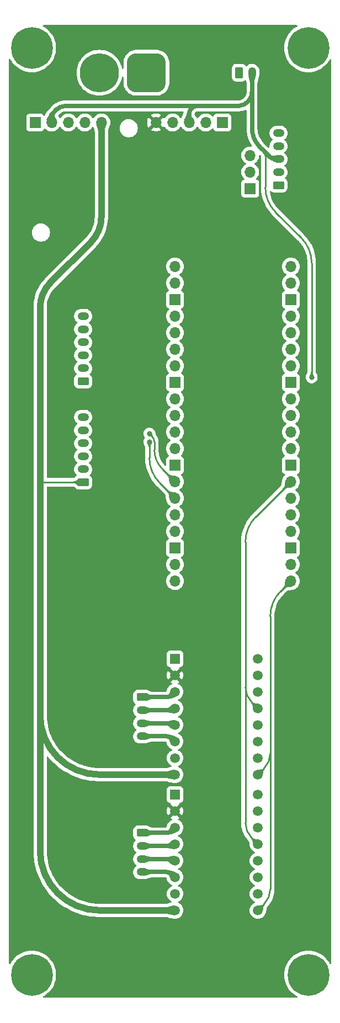
<source format=gbr>
%TF.GenerationSoftware,KiCad,Pcbnew,7.0.2*%
%TF.CreationDate,2023-06-22T18:12:30-04:00*%
%TF.ProjectId,ProtogenBackpackPCB,50726f74-6f67-4656-9e42-61636b706163,rev?*%
%TF.SameCoordinates,Original*%
%TF.FileFunction,Copper,L2,Bot*%
%TF.FilePolarity,Positive*%
%FSLAX46Y46*%
G04 Gerber Fmt 4.6, Leading zero omitted, Abs format (unit mm)*
G04 Created by KiCad (PCBNEW 7.0.2) date 2023-06-22 18:12:30*
%MOMM*%
%LPD*%
G01*
G04 APERTURE LIST*
G04 Aperture macros list*
%AMRoundRect*
0 Rectangle with rounded corners*
0 $1 Rounding radius*
0 $2 $3 $4 $5 $6 $7 $8 $9 X,Y pos of 4 corners*
0 Add a 4 corners polygon primitive as box body*
4,1,4,$2,$3,$4,$5,$6,$7,$8,$9,$2,$3,0*
0 Add four circle primitives for the rounded corners*
1,1,$1+$1,$2,$3*
1,1,$1+$1,$4,$5*
1,1,$1+$1,$6,$7*
1,1,$1+$1,$8,$9*
0 Add four rect primitives between the rounded corners*
20,1,$1+$1,$2,$3,$4,$5,0*
20,1,$1+$1,$4,$5,$6,$7,0*
20,1,$1+$1,$6,$7,$8,$9,0*
20,1,$1+$1,$8,$9,$2,$3,0*%
G04 Aperture macros list end*
%TA.AperFunction,ComponentPad*%
%ADD10O,1.700000X1.700000*%
%TD*%
%TA.AperFunction,ComponentPad*%
%ADD11R,1.700000X1.700000*%
%TD*%
%TA.AperFunction,ComponentPad*%
%ADD12C,0.800000*%
%TD*%
%TA.AperFunction,ComponentPad*%
%ADD13C,6.400000*%
%TD*%
%TA.AperFunction,ComponentPad*%
%ADD14RoundRect,0.250000X-0.350000X-0.625000X0.350000X-0.625000X0.350000X0.625000X-0.350000X0.625000X0*%
%TD*%
%TA.AperFunction,ComponentPad*%
%ADD15O,1.200000X1.750000*%
%TD*%
%TA.AperFunction,ComponentPad*%
%ADD16RoundRect,0.250000X0.625000X-0.350000X0.625000X0.350000X-0.625000X0.350000X-0.625000X-0.350000X0*%
%TD*%
%TA.AperFunction,ComponentPad*%
%ADD17O,1.750000X1.200000*%
%TD*%
%TA.AperFunction,ComponentPad*%
%ADD18RoundRect,1.500000X1.500000X1.500000X-1.500000X1.500000X-1.500000X-1.500000X1.500000X-1.500000X0*%
%TD*%
%TA.AperFunction,ComponentPad*%
%ADD19C,6.000000*%
%TD*%
%TA.AperFunction,ComponentPad*%
%ADD20R,1.508000X1.508000*%
%TD*%
%TA.AperFunction,ComponentPad*%
%ADD21C,1.508000*%
%TD*%
%TA.AperFunction,ComponentPad*%
%ADD22RoundRect,0.250000X-0.625000X0.350000X-0.625000X-0.350000X0.625000X-0.350000X0.625000X0.350000X0*%
%TD*%
%TA.AperFunction,ViaPad*%
%ADD23C,0.812800*%
%TD*%
%TA.AperFunction,ViaPad*%
%ADD24C,0.800000*%
%TD*%
%TA.AperFunction,Conductor*%
%ADD25C,0.177800*%
%TD*%
%TA.AperFunction,Conductor*%
%ADD26C,1.016000*%
%TD*%
%TA.AperFunction,Conductor*%
%ADD27C,0.254000*%
%TD*%
%TA.AperFunction,Conductor*%
%ADD28C,0.635000*%
%TD*%
G04 APERTURE END LIST*
D10*
%TO.P,J2,5,VOUT*%
%TO.N,+12V*%
X128778000Y-40640000D03*
%TO.P,J2,4,GND*%
%TO.N,GND*%
X126238000Y-40640000D03*
%TO.P,J2,3,GND*%
X123698000Y-40640000D03*
%TO.P,J2,2,VIN*%
%TO.N,+BATT*%
X121158000Y-40640000D03*
D11*
%TO.P,J2,1,EN*%
%TO.N,unconnected-(J2-EN-Pad1)*%
X118618000Y-40640000D03*
%TD*%
%TO.P,J1,1,PG*%
%TO.N,unconnected-(J1-PG-Pad1)*%
X147320000Y-40640000D03*
D10*
%TO.P,J1,2,~{SHDN}*%
%TO.N,unconnected-(J1-~{SHDN}-Pad2)*%
X144780000Y-40640000D03*
%TO.P,J1,3,VIN*%
%TO.N,+BATT*%
X142240000Y-40640000D03*
%TO.P,J1,4,GND*%
%TO.N,GND*%
X139700000Y-40640000D03*
%TO.P,J1,5,VOUT*%
%TO.N,VDD*%
X137160000Y-40640000D03*
%TD*%
D12*
%TO.P,H2,1,1*%
%TO.N,GND*%
X160528000Y-31610000D03*
X162928000Y-29210000D03*
X158830944Y-27512944D03*
X158830944Y-30907056D03*
X162225056Y-27512944D03*
X162225056Y-30907056D03*
D13*
X160528000Y-29210000D03*
D12*
X158128000Y-29210000D03*
X160528000Y-26810000D03*
%TD*%
D14*
%TO.P,SW1,1,A*%
%TO.N,Net-(SW1-A)*%
X149892000Y-33020000D03*
D15*
%TO.P,SW1,2,B*%
%TO.N,+BATT*%
X151892000Y-33020000D03*
%TD*%
D16*
%TO.P,J5,1,Pin_1*%
%TO.N,GND*%
X125984000Y-80358000D03*
D17*
%TO.P,J5,2,Pin_2*%
%TO.N,BUTTON_4*%
X125984000Y-78358000D03*
%TO.P,J5,3,Pin_3*%
%TO.N,BUTTON_3*%
X125984000Y-76358000D03*
%TO.P,J5,4,Pin_4*%
%TO.N,BUTTON_2*%
X125984000Y-74358000D03*
%TO.P,J5,5,Pin_5*%
%TO.N,BUTTON_1*%
X125984000Y-72358000D03*
%TO.P,J5,6,Pin_6*%
%TO.N,BUTTON_0*%
X125984000Y-70358000D03*
%TD*%
D18*
%TO.P,BT1,1,+*%
%TO.N,Net-(BT1-+)*%
X135680000Y-33020000D03*
D19*
%TO.P,BT1,2,-*%
%TO.N,GND*%
X128480000Y-33020000D03*
%TD*%
D16*
%TO.P,J4,1,Pin_1*%
%TO.N,+12V*%
X125984000Y-95852000D03*
D17*
%TO.P,J4,2,Pin_2*%
%TO.N,Net-(J4-Pin_2)*%
X125984000Y-93852000D03*
%TO.P,J4,3,Pin_3*%
%TO.N,Net-(J4-Pin_3)*%
X125984000Y-91852000D03*
%TO.P,J4,4,Pin_4*%
%TO.N,Net-(J4-Pin_4)*%
X125984000Y-89852000D03*
%TO.P,J4,5,Pin_5*%
%TO.N,Net-(J4-Pin_5)*%
X125984000Y-87852000D03*
%TO.P,J4,6,Pin_6*%
%TO.N,Net-(J4-Pin_6)*%
X125984000Y-85852000D03*
%TD*%
D20*
%TO.P,U3,1,GND*%
%TO.N,GND*%
X140079500Y-122936000D03*
D21*
%TO.P,U3,2,VIO*%
%TO.N,VDD*%
X140079500Y-125476000D03*
%TO.P,U3,3,M1B*%
%TO.N,M2A-*%
X140079500Y-128016000D03*
%TO.P,U3,4,M1A*%
%TO.N,M2A+*%
X140079500Y-130556000D03*
%TO.P,U3,5,M2A*%
%TO.N,M2B+*%
X140079500Y-133096000D03*
%TO.P,U3,6,M2B*%
%TO.N,M2B-*%
X140079500Y-135636000D03*
%TO.P,U3,7,GND*%
%TO.N,GND*%
X140079500Y-138176000D03*
%TO.P,U3,8,VM*%
%TO.N,+12V*%
X140079500Y-140716000D03*
%TO.P,U3,9,DIR*%
%TO.N,BR_DIR*%
X152779500Y-122936000D03*
%TO.P,U3,10,STEP*%
%TO.N,BR_STEP*%
X152779500Y-125476000D03*
%TO.P,U3,11,PDN*%
%TO.N,GND*%
X152779500Y-128016000D03*
%TO.P,U3,12,UART*%
%TO.N,S_UART*%
X152779500Y-130556000D03*
%TO.P,U3,13,SPRD*%
%TO.N,GND*%
X152779500Y-133096000D03*
%TO.P,U3,14,MS2*%
%TO.N,M1_MS2*%
X152779500Y-135636000D03*
%TO.P,U3,15,MS1*%
%TO.N,M1_MS1*%
X152779500Y-138176000D03*
%TO.P,U3,16,~{EN}*%
%TO.N,REEL_~{EN}*%
X152779500Y-140716000D03*
%TD*%
D12*
%TO.P,H4,1,1*%
%TO.N,GND*%
X160528000Y-173850000D03*
X158830944Y-173147056D03*
X162225056Y-169752944D03*
X158830944Y-169752944D03*
X162225056Y-173147056D03*
X158128000Y-171450000D03*
X162928000Y-171450000D03*
X160528000Y-169050000D03*
D13*
X160528000Y-171450000D03*
%TD*%
D11*
%TO.P,J3,1,Pin_1*%
%TO.N,OUT_TX*%
X151613000Y-50785000D03*
D10*
%TO.P,J3,2,Pin_2*%
%TO.N,GND*%
X151613000Y-48245000D03*
%TO.P,J3,3,Pin_3*%
%TO.N,OUT_RX*%
X151613000Y-45705000D03*
%TD*%
D12*
%TO.P,H3,1,1*%
%TO.N,GND*%
X116412944Y-173147056D03*
X118110000Y-169050000D03*
D13*
X118110000Y-171450000D03*
D12*
X119807056Y-173147056D03*
X119807056Y-169752944D03*
X120510000Y-171450000D03*
X116412944Y-169752944D03*
X118110000Y-173850000D03*
X115710000Y-171450000D03*
%TD*%
D22*
%TO.P,M1,1,Pin_1*%
%TO.N,M1A-*%
X135043000Y-149654000D03*
D17*
%TO.P,M1,2,Pin_2*%
%TO.N,M1A+*%
X135043000Y-151654000D03*
%TO.P,M1,3,Pin_3*%
%TO.N,M1B+*%
X135043000Y-153654000D03*
%TO.P,M1,4,Pin_4*%
%TO.N,M1B-*%
X135043000Y-155654000D03*
%TD*%
D10*
%TO.P,U1,40,VBUS*%
%TO.N,unconnected-(U1-VBUS-Pad40)*%
X157861000Y-62738000D03*
%TO.P,U1,39,VSYS*%
%TO.N,Net-(D1-K)*%
X157861000Y-65278000D03*
D11*
%TO.P,U1,38,GND*%
%TO.N,GND*%
X157861000Y-67818000D03*
D10*
%TO.P,U1,37,3V3_EN*%
%TO.N,unconnected-(U1-3V3_EN-Pad37)*%
X157861000Y-70358000D03*
%TO.P,U1,36,3V3*%
%TO.N,+3V3*%
X157861000Y-72898000D03*
%TO.P,U1,35,ADC_VREF*%
%TO.N,unconnected-(U1-ADC_VREF-Pad35)*%
X157861000Y-75438000D03*
%TO.P,U1,34,GPIO28_ADC2*%
%TO.N,unconnected-(U1-GPIO28_ADC2-Pad34)*%
X157861000Y-77978000D03*
D11*
%TO.P,U1,33,AGND*%
%TO.N,GND*%
X157861000Y-80518000D03*
D10*
%TO.P,U1,32,GPIO27_ADC1*%
X157861000Y-83058000D03*
%TO.P,U1,31,GPIO26_ADC0*%
%TO.N,BAT_VOLTAGE*%
X157861000Y-85598000D03*
%TO.P,U1,30,RUN*%
%TO.N,unconnected-(U1-RUN-Pad30)*%
X157861000Y-88138000D03*
%TO.P,U1,29,GPIO22*%
%TO.N,unconnected-(U1-GPIO22-Pad29)*%
X157861000Y-90678000D03*
D11*
%TO.P,U1,28,GND*%
%TO.N,GND*%
X157861000Y-93218000D03*
D10*
%TO.P,U1,27,GPIO21*%
%TO.N,S_UART*%
X157861000Y-95758000D03*
%TO.P,U1,26,GPIO20*%
%TO.N,Net-(U1-GPIO20)*%
X157861000Y-98298000D03*
%TO.P,U1,25,GPIO19*%
%TO.N,unconnected-(U1-GPIO19-Pad25)*%
X157861000Y-100838000D03*
%TO.P,U1,24,GPIO18*%
%TO.N,unconnected-(U1-GPIO18-Pad24)*%
X157861000Y-103378000D03*
D11*
%TO.P,U1,23,GND*%
%TO.N,GND*%
X157861000Y-105918000D03*
D10*
%TO.P,U1,22,GPIO17*%
%TO.N,unconnected-(U1-GPIO17-Pad22)*%
X157861000Y-108458000D03*
%TO.P,U1,21,GPIO16*%
%TO.N,REEL_~{EN}*%
X157861000Y-110998000D03*
%TO.P,U1,20,GPIO15*%
%TO.N,TR_STEP*%
X140081000Y-110998000D03*
%TO.P,U1,19,GPIO14*%
%TO.N,TR_DIR*%
X140081000Y-108458000D03*
D11*
%TO.P,U1,18,GND*%
%TO.N,GND*%
X140081000Y-105918000D03*
D10*
%TO.P,U1,17,GPIO13*%
%TO.N,BR_STEP*%
X140081000Y-103378000D03*
%TO.P,U1,16,GPIO12*%
%TO.N,BR_DIR*%
X140081000Y-100838000D03*
%TO.P,U1,15,GPIO11*%
%TO.N,LED_SCL*%
X140081000Y-98298000D03*
%TO.P,U1,14,GPIO10*%
%TO.N,LED_SDA*%
X140081000Y-95758000D03*
D11*
%TO.P,U1,13,GND*%
%TO.N,GND*%
X140081000Y-93218000D03*
D10*
%TO.P,U1,12,GPIO9*%
%TO.N,unconnected-(U1-GPIO9-Pad12)*%
X140081000Y-90678000D03*
%TO.P,U1,11,GPIO8*%
%TO.N,unconnected-(U1-GPIO8-Pad11)*%
X140081000Y-88138000D03*
%TO.P,U1,10,GPIO7*%
%TO.N,unconnected-(U1-GPIO7-Pad10)*%
X140081000Y-85598000D03*
%TO.P,U1,9,GPIO6*%
%TO.N,BUTTON_4*%
X140081000Y-83058000D03*
D11*
%TO.P,U1,8,GND*%
%TO.N,GND*%
X140081000Y-80518000D03*
D10*
%TO.P,U1,7,GPIO5*%
%TO.N,BUTTON_3*%
X140081000Y-77978000D03*
%TO.P,U1,6,GPIO4*%
%TO.N,BUTTON_2*%
X140081000Y-75438000D03*
%TO.P,U1,5,GPIO3*%
%TO.N,BUTTON_1*%
X140081000Y-72898000D03*
%TO.P,U1,4,GPIO2*%
%TO.N,BUTTON_0*%
X140081000Y-70358000D03*
D11*
%TO.P,U1,3,GND*%
%TO.N,GND*%
X140081000Y-67818000D03*
D10*
%TO.P,U1,2,GPIO1*%
%TO.N,OUT_TX*%
X140081000Y-65278000D03*
%TO.P,U1,1,GPIO0*%
%TO.N,OUT_RX*%
X140081000Y-62738000D03*
%TD*%
D22*
%TO.P,M2,1,Pin_1*%
%TO.N,M2A-*%
X135043000Y-128826000D03*
D17*
%TO.P,M2,2,Pin_2*%
%TO.N,M2A+*%
X135043000Y-130826000D03*
%TO.P,M2,3,Pin_3*%
%TO.N,M2B+*%
X135043000Y-132826000D03*
%TO.P,M2,4,Pin_4*%
%TO.N,M2B-*%
X135043000Y-134826000D03*
%TD*%
D16*
%TO.P,J6,1,P1*%
%TO.N,OUT_TX*%
X155956000Y-50260000D03*
D17*
%TO.P,J6,2,P2*%
%TO.N,GND*%
X155956000Y-48260000D03*
%TO.P,J6,3,P3*%
%TO.N,+BATT*%
X155956000Y-46260000D03*
%TO.P,J6,4,P3*%
%TO.N,GND*%
X155956000Y-44260000D03*
%TO.P,J6,5,P5*%
%TO.N,OUT_RX*%
X155956000Y-42260000D03*
%TD*%
D12*
%TO.P,H1,1,1*%
%TO.N,GND*%
X118110000Y-26810000D03*
X116412944Y-30907056D03*
X119807056Y-30907056D03*
D13*
X118110000Y-29210000D03*
D12*
X115710000Y-29210000D03*
X116412944Y-27512944D03*
X119807056Y-27512944D03*
X120510000Y-29210000D03*
X118110000Y-31610000D03*
%TD*%
D20*
%TO.P,U2,1,GND*%
%TO.N,GND*%
X140081000Y-143764000D03*
D21*
%TO.P,U2,2,VIO*%
%TO.N,VDD*%
X140081000Y-146304000D03*
%TO.P,U2,3,M1B*%
%TO.N,M1A-*%
X140081000Y-148844000D03*
%TO.P,U2,4,M1A*%
%TO.N,M1A+*%
X140081000Y-151384000D03*
%TO.P,U2,5,M2A*%
%TO.N,M1B+*%
X140081000Y-153924000D03*
%TO.P,U2,6,M2B*%
%TO.N,M1B-*%
X140081000Y-156464000D03*
%TO.P,U2,7,GND*%
%TO.N,GND*%
X140081000Y-159004000D03*
%TO.P,U2,8,VM*%
%TO.N,+12V*%
X140081000Y-161544000D03*
%TO.P,U2,9,DIR*%
%TO.N,TR_DIR*%
X152781000Y-143764000D03*
%TO.P,U2,10,STEP*%
%TO.N,TR_STEP*%
X152781000Y-146304000D03*
%TO.P,U2,11,PDN*%
%TO.N,GND*%
X152781000Y-148844000D03*
%TO.P,U2,12,UART*%
%TO.N,S_UART*%
X152781000Y-151384000D03*
%TO.P,U2,13,SPRD*%
%TO.N,GND*%
X152781000Y-153924000D03*
%TO.P,U2,14,MS2*%
%TO.N,M0_MS2*%
X152781000Y-156464000D03*
%TO.P,U2,15,MS1*%
%TO.N,M0_MS1*%
X152781000Y-159004000D03*
%TO.P,U2,16,~{EN}*%
%TO.N,REEL_~{EN}*%
X152781000Y-161544000D03*
%TD*%
D23*
%TO.N,LED_SDA*%
X136144000Y-88392000D03*
%TO.N,LED_SCL*%
X136144000Y-89662000D03*
D24*
%TO.N,VDD*%
X161290000Y-155702000D03*
X161290000Y-134874000D03*
X161290000Y-159796000D03*
D23*
X160528000Y-47244000D03*
D24*
X161290000Y-138938000D03*
D23*
%TO.N,+BATT*%
X161036000Y-79756000D03*
%TD*%
D25*
%TO.N,+12V*%
X119540000Y-95852000D02*
X119380000Y-96012000D01*
D26*
X119380000Y-96012000D02*
X119380000Y-152303536D01*
X119380000Y-88947000D02*
X119380000Y-96012000D01*
D27*
X125984000Y-95852000D02*
X119540000Y-95852000D01*
D28*
%TO.N,+BATT*%
X154104905Y-45392905D02*
X154130124Y-45418124D01*
X154188968Y-45476968D02*
X154197374Y-45485374D01*
X154178460Y-45466460D02*
X154182663Y-45470663D01*
X154440547Y-45728547D02*
X154445745Y-45733745D01*
X154600833Y-45888833D02*
X154616346Y-45904346D01*
X153785469Y-45073469D02*
X153869531Y-45157531D01*
X153970405Y-45258405D02*
X153987217Y-45275217D01*
X154430151Y-45718151D02*
X154435349Y-45723349D01*
X154273030Y-45561030D02*
X154281437Y-45569437D01*
X154182663Y-45470663D02*
X154186866Y-45474866D01*
X154207881Y-45495881D02*
X154220490Y-45508490D01*
X154043960Y-45331960D02*
X154048163Y-45336163D01*
X154020842Y-45308842D02*
X154037655Y-45325655D01*
X154554294Y-45842294D02*
X154569807Y-45857807D01*
X154062874Y-45350874D02*
X154088093Y-45376093D01*
X154140632Y-45428632D02*
X154144836Y-45432836D01*
X154287742Y-45575742D02*
X154308758Y-45596758D01*
X153987217Y-45275217D02*
X154004029Y-45292029D01*
X154004029Y-45292029D02*
X154020842Y-45308842D01*
X154256216Y-45544216D02*
X154264623Y-45552623D01*
X154197374Y-45485374D02*
X154205780Y-45493780D01*
X154424953Y-45712953D02*
X154430151Y-45718151D01*
X154144836Y-45432836D02*
X154149040Y-45437040D01*
X154323469Y-45611469D02*
X154373907Y-45661907D01*
X154241506Y-45529506D02*
X154254115Y-45542115D01*
X153701407Y-44989407D02*
X153785469Y-45073469D01*
X154471572Y-45759572D02*
X154528425Y-45816425D01*
X154048163Y-45336163D02*
X154052366Y-45340366D01*
X154569807Y-45857807D02*
X154585320Y-45873320D01*
X154435349Y-45723349D02*
X154440547Y-45728547D01*
X153903156Y-45191156D02*
X153919968Y-45207968D01*
X154155344Y-45443344D02*
X154172156Y-45460156D01*
X154264623Y-45552623D02*
X154273030Y-45561030D01*
X153919968Y-45207968D02*
X153936780Y-45224780D01*
D25*
%TO.N,+12V*%
X119380000Y-88947000D02*
X119380000Y-88345000D01*
D26*
X119380000Y-88345000D02*
X119380000Y-88947000D01*
X119380000Y-88345000D02*
X119380000Y-69055963D01*
D28*
%TO.N,+BATT*%
X154600833Y-45888833D02*
X154585320Y-45873320D01*
X154308758Y-45596758D02*
X154323469Y-45611469D01*
X153869531Y-45157531D02*
X153903156Y-45191156D01*
X154554294Y-45842294D02*
X154528425Y-45816425D01*
X154149040Y-45437040D02*
X154155344Y-45443344D01*
X154062874Y-45350874D02*
X154052366Y-45340366D01*
X153970405Y-45258405D02*
X153936780Y-45224780D01*
X154178460Y-45466460D02*
X154172156Y-45460156D01*
X154220490Y-45508490D02*
X154241506Y-45529506D01*
X154188968Y-45476968D02*
X154186866Y-45474866D01*
X154130124Y-45418124D02*
X154140632Y-45428632D01*
X154043960Y-45331960D02*
X154037655Y-45325655D01*
D26*
%TO.N,+12V*%
X120973821Y-65208236D02*
G75*
G03*
X119380000Y-69055963I3847679J-3847764D01*
G01*
X127184200Y-58997785D02*
G75*
G03*
X128778000Y-55150036I-3847800J3847785D01*
G01*
X128778000Y-55150036D02*
X128778000Y-40640000D01*
X120973792Y-65208207D02*
X127184207Y-58997792D01*
D27*
%TO.N,+BATT*%
X161036010Y-62197963D02*
G75*
G03*
X159442206Y-58350208I-5441610J-37D01*
G01*
X153923990Y-50578036D02*
G75*
G03*
X155517793Y-54425791I5441610J36D01*
G01*
D28*
X154256216Y-45544216D02*
X154254115Y-45542115D01*
X154207881Y-45495881D02*
X154205780Y-45493780D01*
X154281437Y-45569437D02*
X154287742Y-45575742D01*
X154104905Y-45392905D02*
X154088093Y-45376093D01*
D27*
X153924000Y-50578036D02*
X153924000Y-45212000D01*
X159442207Y-58350207D02*
X155517792Y-54425792D01*
X161036000Y-62197963D02*
X161036000Y-79756000D01*
D28*
X154445745Y-45733745D02*
X154471572Y-45759572D01*
X154424953Y-45712953D02*
X154373907Y-45661907D01*
D27*
%TO.N,LED_SCL*%
X136143990Y-92107036D02*
G75*
G03*
X137737793Y-95954791I5441610J36D01*
G01*
%TO.N,LED_SDA*%
X136906010Y-90868500D02*
G75*
G03*
X138118335Y-93795333I4139190J0D01*
G01*
X136905993Y-89692815D02*
G75*
G03*
X136525000Y-88773000I-1300793J15D01*
G01*
X138118334Y-93795334D02*
X140081000Y-95758000D01*
X136906000Y-89692815D02*
X136906000Y-90868500D01*
X136144000Y-88392000D02*
X136525000Y-88773000D01*
%TO.N,LED_SCL*%
X136144000Y-89662000D02*
X136144000Y-92107036D01*
X137737792Y-95954792D02*
X140081000Y-98298000D01*
%TO.N,+12V*%
X119527005Y-95650995D02*
G75*
G03*
X119592183Y-95678000I65195J65195D01*
G01*
%TO.N,S_UART*%
X150876000Y-148131961D02*
X150876000Y-127306522D01*
D28*
%TO.N,+BATT*%
X143510000Y-38100000D02*
X123326025Y-38100000D01*
X151892000Y-35756856D02*
X151892000Y-41526077D01*
D27*
%TO.N,REEL_~{EN}*%
X154686000Y-158291961D02*
X154686000Y-137461400D01*
D26*
%TO.N,+12V*%
X128524000Y-140716000D02*
X140079500Y-140716000D01*
X119380000Y-131572000D02*
G75*
G03*
X128524000Y-140716000I9144000J0D01*
G01*
X119380000Y-152400000D02*
G75*
G03*
X128524000Y-161544000I9144000J0D01*
G01*
D27*
%TO.N,S_UART*%
X150875991Y-127306522D02*
G75*
G03*
X151827750Y-129604250I3249509J22D01*
G01*
X152469821Y-101149236D02*
G75*
G03*
X150876000Y-104996963I3847679J-3847764D01*
G01*
X150876016Y-148131961D02*
G75*
G03*
X151828500Y-150431500I3251984J-39D01*
G01*
D28*
%TO.N,M2B-*%
X139674487Y-135231013D02*
G75*
G03*
X138696743Y-134826000I-977787J-977787D01*
G01*
%TO.N,M2A-*%
X138696743Y-128826018D02*
G75*
G03*
X139674500Y-128421000I-43J1382818D01*
G01*
%TO.N,M1B-*%
X139675987Y-156059013D02*
G75*
G03*
X138698243Y-155654000I-977787J-977787D01*
G01*
%TO.N,M1A-*%
X138698243Y-149654018D02*
G75*
G03*
X139676000Y-149249000I-43J1382818D01*
G01*
%TO.N,+BATT*%
X151892010Y-41526077D02*
G75*
G03*
X153061500Y-44349500I3992890J-23D01*
G01*
X123326025Y-38100010D02*
G75*
G03*
X121793000Y-38735000I-25J-2167990D01*
G01*
X149892005Y-38100046D02*
G75*
G03*
X151892000Y-35756856I-186305J2184146D01*
G01*
X121607018Y-38920993D02*
G75*
G03*
X121158000Y-40005000I1083982J-1084007D01*
G01*
X143510000Y-38100000D02*
G75*
G03*
X142240000Y-39370000I0J-1270000D01*
G01*
X154624102Y-45912104D02*
G75*
G03*
X155464000Y-46260000I839898J839904D01*
G01*
D27*
%TO.N,REEL_~{EN}*%
X153732750Y-139762750D02*
G75*
G03*
X154686000Y-137461400I-2301350J2301350D01*
G01*
X156273511Y-112585511D02*
G75*
G03*
X154686000Y-116418064I3832589J-3832589D01*
G01*
X153733511Y-160591511D02*
G75*
G03*
X154686000Y-158291961I-2299511J2299511D01*
G01*
D28*
%TO.N,+BATT*%
X121792999Y-38734999D02*
X121607012Y-38920987D01*
X121158000Y-40005000D02*
X121158000Y-40640000D01*
X143510000Y-38100000D02*
X149892001Y-38100000D01*
X151892000Y-35756856D02*
X151892000Y-33020000D01*
X153061500Y-44349500D02*
X153701407Y-44989407D01*
D27*
%TO.N,REEL_~{EN}*%
X153732750Y-139762750D02*
X152779500Y-140716000D01*
X154686000Y-116418064D02*
X154686000Y-137461400D01*
X153733500Y-160591500D02*
X152781000Y-161544000D01*
X156273500Y-112585500D02*
X157861000Y-110998000D01*
D26*
%TO.N,+12V*%
X128620463Y-161544000D02*
X140081000Y-161544000D01*
D28*
%TO.N,+BATT*%
X154616346Y-45904346D02*
X154624103Y-45912103D01*
X142240000Y-39370000D02*
X142240000Y-40640000D01*
%TO.N,M1A-*%
X139676000Y-149249000D02*
X140081000Y-148844000D01*
X138698243Y-149654000D02*
X135043000Y-149654000D01*
%TO.N,M1A+*%
X135043000Y-151654000D02*
X139811000Y-151654000D01*
%TO.N,M1B+*%
X135043000Y-153654000D02*
X139811000Y-153654000D01*
%TO.N,M1B-*%
X138698243Y-155654000D02*
X135043000Y-155654000D01*
X139676000Y-156059000D02*
X140081000Y-156464000D01*
%TO.N,M2A-*%
X139674500Y-128421000D02*
X140079500Y-128016000D01*
X138696743Y-128826000D02*
X135043000Y-128826000D01*
%TO.N,M2A+*%
X135041500Y-130826000D02*
X139809500Y-130826000D01*
%TO.N,M2B+*%
X135041500Y-132826000D02*
X139809500Y-132826000D01*
%TO.N,M2B-*%
X139674500Y-135231000D02*
X140079500Y-135636000D01*
X138696743Y-134826000D02*
X135041500Y-134826000D01*
D27*
%TO.N,S_UART*%
X152469792Y-101149207D02*
X157861000Y-95758000D01*
X151828500Y-150431500D02*
X152781000Y-151384000D01*
X150876000Y-104996963D02*
X150876000Y-127306522D01*
X151827750Y-129604250D02*
X152779500Y-130556000D01*
%TD*%
%TA.AperFunction,Conductor*%
%TO.N,VDD*%
G36*
X158790403Y-25720502D02*
G01*
X158836896Y-25774158D01*
X158847000Y-25844432D01*
X158817506Y-25909012D01*
X158779485Y-25938767D01*
X158674147Y-25992439D01*
X158674139Y-25992443D01*
X158671206Y-25993938D01*
X158668447Y-25995729D01*
X158668436Y-25995736D01*
X158347971Y-26203847D01*
X158347957Y-26203856D01*
X158345207Y-26205643D01*
X158342653Y-26207711D01*
X158342645Y-26207717D01*
X158045686Y-26448191D01*
X158043124Y-26450266D01*
X158040797Y-26452592D01*
X158040787Y-26452602D01*
X157770602Y-26722787D01*
X157770592Y-26722797D01*
X157768266Y-26725124D01*
X157766194Y-26727682D01*
X157766191Y-26727686D01*
X157525717Y-27024645D01*
X157525711Y-27024653D01*
X157523643Y-27027207D01*
X157521856Y-27029957D01*
X157521847Y-27029971D01*
X157313736Y-27350436D01*
X157313729Y-27350447D01*
X157311938Y-27353206D01*
X157310443Y-27356139D01*
X157310439Y-27356147D01*
X157136965Y-27696607D01*
X157136958Y-27696622D01*
X157135468Y-27699547D01*
X157134291Y-27702612D01*
X157134283Y-27702631D01*
X156997353Y-28059347D01*
X156997350Y-28059355D01*
X156996167Y-28062438D01*
X156995315Y-28065617D01*
X156995311Y-28065630D01*
X156896416Y-28434711D01*
X156896413Y-28434724D01*
X156895562Y-28437901D01*
X156895047Y-28441148D01*
X156895045Y-28441161D01*
X156863314Y-28641502D01*
X156834754Y-28821824D01*
X156834582Y-28825100D01*
X156834581Y-28825113D01*
X156824370Y-29019960D01*
X156814411Y-29210000D01*
X156814584Y-29213301D01*
X156834581Y-29594886D01*
X156834582Y-29594897D01*
X156834754Y-29598176D01*
X156835267Y-29601417D01*
X156835268Y-29601423D01*
X156895045Y-29978838D01*
X156895046Y-29978847D01*
X156895562Y-29982099D01*
X156896414Y-29985279D01*
X156896416Y-29985288D01*
X156995311Y-30354369D01*
X156996167Y-30357562D01*
X156997352Y-30360649D01*
X156997353Y-30360652D01*
X157134283Y-30717368D01*
X157134288Y-30717380D01*
X157135468Y-30720453D01*
X157136961Y-30723384D01*
X157136965Y-30723392D01*
X157285913Y-31015718D01*
X157311938Y-31066795D01*
X157313734Y-31069561D01*
X157313736Y-31069564D01*
X157490005Y-31340996D01*
X157523643Y-31392793D01*
X157768266Y-31694876D01*
X158043124Y-31969734D01*
X158345207Y-32214357D01*
X158671205Y-32426062D01*
X159017547Y-32602532D01*
X159380438Y-32741833D01*
X159755901Y-32842438D01*
X160139824Y-32903246D01*
X160528000Y-32923589D01*
X160916176Y-32903246D01*
X161300099Y-32842438D01*
X161675562Y-32741833D01*
X162038453Y-32602532D01*
X162384795Y-32426062D01*
X162710793Y-32214357D01*
X163012876Y-31969734D01*
X163287734Y-31694876D01*
X163532357Y-31392793D01*
X163744062Y-31066795D01*
X163799232Y-30958516D01*
X163847981Y-30906900D01*
X163916896Y-30889834D01*
X163984097Y-30912734D01*
X164028250Y-30968332D01*
X164037500Y-31015718D01*
X164037500Y-169644281D01*
X164017498Y-169712402D01*
X163963842Y-169758895D01*
X163893568Y-169768999D01*
X163828988Y-169739505D01*
X163799233Y-169701484D01*
X163770086Y-169644281D01*
X163744062Y-169593206D01*
X163532357Y-169267207D01*
X163287734Y-168965124D01*
X163012876Y-168690266D01*
X162710793Y-168445643D01*
X162708033Y-168443850D01*
X162708028Y-168443847D01*
X162387564Y-168235736D01*
X162387561Y-168235734D01*
X162384795Y-168233938D01*
X162366518Y-168224625D01*
X162041392Y-168058965D01*
X162041384Y-168058961D01*
X162038453Y-168057468D01*
X162035380Y-168056288D01*
X162035368Y-168056283D01*
X161678652Y-167919353D01*
X161678649Y-167919352D01*
X161675562Y-167918167D01*
X161672376Y-167917313D01*
X161672369Y-167917311D01*
X161303288Y-167818416D01*
X161303279Y-167818414D01*
X161300099Y-167817562D01*
X161296847Y-167817046D01*
X161296838Y-167817045D01*
X160919423Y-167757268D01*
X160919417Y-167757267D01*
X160916176Y-167756754D01*
X160912897Y-167756582D01*
X160912886Y-167756581D01*
X160531301Y-167736584D01*
X160528000Y-167736411D01*
X160524699Y-167736584D01*
X160143113Y-167756581D01*
X160143100Y-167756582D01*
X160139824Y-167756754D01*
X160136584Y-167757267D01*
X160136576Y-167757268D01*
X159759161Y-167817045D01*
X159759148Y-167817047D01*
X159755901Y-167817562D01*
X159752724Y-167818413D01*
X159752711Y-167818416D01*
X159383630Y-167917311D01*
X159383617Y-167917315D01*
X159380438Y-167918167D01*
X159377355Y-167919350D01*
X159377347Y-167919353D01*
X159020631Y-168056283D01*
X159020612Y-168056291D01*
X159017547Y-168057468D01*
X159014622Y-168058958D01*
X159014607Y-168058965D01*
X158674147Y-168232439D01*
X158674139Y-168232443D01*
X158671206Y-168233938D01*
X158668447Y-168235729D01*
X158668436Y-168235736D01*
X158347971Y-168443847D01*
X158347957Y-168443856D01*
X158345207Y-168445643D01*
X158342653Y-168447711D01*
X158342645Y-168447717D01*
X158045686Y-168688191D01*
X158043124Y-168690266D01*
X158040797Y-168692592D01*
X158040787Y-168692602D01*
X157770602Y-168962787D01*
X157770592Y-168962797D01*
X157768266Y-168965124D01*
X157766194Y-168967682D01*
X157766191Y-168967686D01*
X157525717Y-169264645D01*
X157525711Y-169264653D01*
X157523643Y-169267207D01*
X157521856Y-169269957D01*
X157521847Y-169269971D01*
X157313736Y-169590436D01*
X157313729Y-169590447D01*
X157311938Y-169593206D01*
X157310443Y-169596139D01*
X157310439Y-169596147D01*
X157136965Y-169936607D01*
X157136958Y-169936622D01*
X157135468Y-169939547D01*
X157134291Y-169942612D01*
X157134283Y-169942631D01*
X156997353Y-170299347D01*
X156997350Y-170299355D01*
X156996167Y-170302438D01*
X156995315Y-170305617D01*
X156995311Y-170305630D01*
X156896416Y-170674711D01*
X156896413Y-170674724D01*
X156895562Y-170677901D01*
X156895047Y-170681148D01*
X156895045Y-170681161D01*
X156835268Y-171058576D01*
X156834754Y-171061824D01*
X156834582Y-171065100D01*
X156834581Y-171065113D01*
X156816905Y-171402405D01*
X156814411Y-171450000D01*
X156814584Y-171453301D01*
X156834581Y-171834886D01*
X156834582Y-171834897D01*
X156834754Y-171838176D01*
X156835267Y-171841417D01*
X156835268Y-171841423D01*
X156895045Y-172218838D01*
X156895046Y-172218847D01*
X156895562Y-172222099D01*
X156896414Y-172225279D01*
X156896416Y-172225288D01*
X156995311Y-172594369D01*
X156996167Y-172597562D01*
X156997352Y-172600649D01*
X156997353Y-172600652D01*
X157134283Y-172957368D01*
X157134288Y-172957380D01*
X157135468Y-172960453D01*
X157311938Y-173306795D01*
X157523643Y-173632793D01*
X157768266Y-173934876D01*
X158043124Y-174209734D01*
X158345207Y-174454357D01*
X158671205Y-174666062D01*
X158760408Y-174711513D01*
X158779484Y-174721233D01*
X158831099Y-174769981D01*
X158848165Y-174838896D01*
X158825264Y-174906098D01*
X158769667Y-174950250D01*
X158722281Y-174959500D01*
X119915719Y-174959500D01*
X119847598Y-174939498D01*
X119801105Y-174885842D01*
X119791001Y-174815568D01*
X119820495Y-174750988D01*
X119858516Y-174721233D01*
X119869042Y-174715869D01*
X119966795Y-174666062D01*
X120292793Y-174454357D01*
X120594876Y-174209734D01*
X120869734Y-173934876D01*
X121114357Y-173632793D01*
X121326062Y-173306795D01*
X121502532Y-172960453D01*
X121641833Y-172597562D01*
X121742438Y-172222099D01*
X121803246Y-171838176D01*
X121823589Y-171450000D01*
X121803246Y-171061824D01*
X121742438Y-170677901D01*
X121641833Y-170302438D01*
X121502532Y-169939547D01*
X121326062Y-169593206D01*
X121114357Y-169267207D01*
X120869734Y-168965124D01*
X120594876Y-168690266D01*
X120292793Y-168445643D01*
X120290033Y-168443850D01*
X120290028Y-168443847D01*
X119969564Y-168235736D01*
X119969561Y-168235734D01*
X119966795Y-168233938D01*
X119948518Y-168224625D01*
X119623392Y-168058965D01*
X119623384Y-168058961D01*
X119620453Y-168057468D01*
X119617380Y-168056288D01*
X119617368Y-168056283D01*
X119260652Y-167919353D01*
X119260649Y-167919352D01*
X119257562Y-167918167D01*
X119254376Y-167917313D01*
X119254369Y-167917311D01*
X118885288Y-167818416D01*
X118885279Y-167818414D01*
X118882099Y-167817562D01*
X118878847Y-167817046D01*
X118878838Y-167817045D01*
X118501423Y-167757268D01*
X118501417Y-167757267D01*
X118498176Y-167756754D01*
X118494897Y-167756582D01*
X118494886Y-167756581D01*
X118113301Y-167736584D01*
X118110000Y-167736411D01*
X118106699Y-167736584D01*
X117725113Y-167756581D01*
X117725100Y-167756582D01*
X117721824Y-167756754D01*
X117718584Y-167757267D01*
X117718576Y-167757268D01*
X117341161Y-167817045D01*
X117341148Y-167817047D01*
X117337901Y-167817562D01*
X117334724Y-167818413D01*
X117334711Y-167818416D01*
X116965630Y-167917311D01*
X116965617Y-167917315D01*
X116962438Y-167918167D01*
X116959355Y-167919350D01*
X116959347Y-167919353D01*
X116602631Y-168056283D01*
X116602612Y-168056291D01*
X116599547Y-168057468D01*
X116596622Y-168058958D01*
X116596607Y-168058965D01*
X116256147Y-168232439D01*
X116256139Y-168232443D01*
X116253206Y-168233938D01*
X116250447Y-168235729D01*
X116250436Y-168235736D01*
X115929971Y-168443847D01*
X115929957Y-168443856D01*
X115927207Y-168445643D01*
X115924653Y-168447711D01*
X115924645Y-168447717D01*
X115627686Y-168688191D01*
X115625124Y-168690266D01*
X115622797Y-168692592D01*
X115622787Y-168692602D01*
X115352602Y-168962787D01*
X115352592Y-168962797D01*
X115350266Y-168965124D01*
X115348194Y-168967682D01*
X115348191Y-168967686D01*
X115107717Y-169264645D01*
X115107711Y-169264653D01*
X115105643Y-169267207D01*
X115103856Y-169269957D01*
X115103847Y-169269971D01*
X114895736Y-169590436D01*
X114895729Y-169590447D01*
X114893938Y-169593206D01*
X114892443Y-169596139D01*
X114892439Y-169596147D01*
X114838767Y-169701484D01*
X114790018Y-169753099D01*
X114721103Y-169770165D01*
X114653902Y-169747264D01*
X114609750Y-169691666D01*
X114600500Y-169644281D01*
X114600500Y-57531000D01*
X118109527Y-57531000D01*
X118128587Y-57761016D01*
X118185246Y-57984759D01*
X118215053Y-58052712D01*
X118277958Y-58196123D01*
X118404197Y-58389346D01*
X118560519Y-58559156D01*
X118742651Y-58700916D01*
X118921665Y-58797793D01*
X118945641Y-58810768D01*
X119163941Y-58885711D01*
X119391598Y-58923700D01*
X119391601Y-58923700D01*
X119622399Y-58923700D01*
X119622402Y-58923700D01*
X119850059Y-58885711D01*
X120068359Y-58810768D01*
X120271345Y-58700918D01*
X120453483Y-58559154D01*
X120609803Y-58389346D01*
X120736041Y-58196124D01*
X120828754Y-57984759D01*
X120885413Y-57761016D01*
X120904473Y-57531000D01*
X120885413Y-57300984D01*
X120828754Y-57077241D01*
X120736041Y-56865876D01*
X120609803Y-56672654D01*
X120453483Y-56502846D01*
X120453482Y-56502845D01*
X120453480Y-56502843D01*
X120271348Y-56361083D01*
X120068358Y-56251231D01*
X119920583Y-56200500D01*
X119850059Y-56176289D01*
X119622402Y-56138300D01*
X119391598Y-56138300D01*
X119163941Y-56176289D01*
X119163938Y-56176289D01*
X119163938Y-56176290D01*
X118945641Y-56251231D01*
X118742651Y-56361083D01*
X118560519Y-56502843D01*
X118404197Y-56672653D01*
X118277958Y-56865876D01*
X118225116Y-56986344D01*
X118185246Y-57077241D01*
X118128587Y-57300984D01*
X118109527Y-57531000D01*
X114600500Y-57531000D01*
X114600500Y-41538638D01*
X117259500Y-41538638D01*
X117266011Y-41599201D01*
X117289225Y-41661440D01*
X117317111Y-41736205D01*
X117404738Y-41853261D01*
X117521794Y-41940888D01*
X117521795Y-41940888D01*
X117521796Y-41940889D01*
X117658799Y-41991989D01*
X117719362Y-41998500D01*
X117722731Y-41998500D01*
X119513269Y-41998500D01*
X119516638Y-41998500D01*
X119577201Y-41991989D01*
X119714204Y-41940889D01*
X119831261Y-41853261D01*
X119918889Y-41736204D01*
X119962999Y-41617941D01*
X120005545Y-41561107D01*
X120072065Y-41536296D01*
X120141439Y-41551387D01*
X120173753Y-41576635D01*
X120211779Y-41617942D01*
X120234762Y-41642908D01*
X120412421Y-41781187D01*
X120412424Y-41781189D01*
X120610426Y-41888342D01*
X120823365Y-41961444D01*
X121045431Y-41998500D01*
X121045434Y-41998500D01*
X121270566Y-41998500D01*
X121270569Y-41998500D01*
X121492635Y-41961444D01*
X121705574Y-41888342D01*
X121903576Y-41781189D01*
X122081240Y-41642906D01*
X122233722Y-41477268D01*
X122322518Y-41341354D01*
X122376521Y-41295268D01*
X122446869Y-41285693D01*
X122511226Y-41315670D01*
X122533480Y-41341353D01*
X122622278Y-41477268D01*
X122748225Y-41614082D01*
X122774762Y-41642908D01*
X122952421Y-41781187D01*
X122952424Y-41781189D01*
X123150426Y-41888342D01*
X123363365Y-41961444D01*
X123585431Y-41998500D01*
X123585434Y-41998500D01*
X123810566Y-41998500D01*
X123810569Y-41998500D01*
X124032635Y-41961444D01*
X124245574Y-41888342D01*
X124443576Y-41781189D01*
X124621240Y-41642906D01*
X124773722Y-41477268D01*
X124862518Y-41341354D01*
X124916520Y-41295267D01*
X124986868Y-41285692D01*
X125051226Y-41315669D01*
X125073480Y-41341353D01*
X125162278Y-41477268D01*
X125291779Y-41617942D01*
X125314762Y-41642908D01*
X125492421Y-41781187D01*
X125492424Y-41781189D01*
X125690426Y-41888342D01*
X125903365Y-41961444D01*
X126125431Y-41998500D01*
X126125434Y-41998500D01*
X126350566Y-41998500D01*
X126350569Y-41998500D01*
X126572635Y-41961444D01*
X126785574Y-41888342D01*
X126983576Y-41781189D01*
X127161240Y-41642906D01*
X127313722Y-41477268D01*
X127387690Y-41364050D01*
X127441692Y-41317963D01*
X127512040Y-41308388D01*
X127576398Y-41338365D01*
X127610170Y-41386208D01*
X127637293Y-41454090D01*
X127644566Y-41472294D01*
X127645764Y-41475412D01*
X127666186Y-41530785D01*
X127683922Y-41578876D01*
X127685850Y-41584511D01*
X127690492Y-41599201D01*
X127704302Y-41642909D01*
X127710158Y-41661440D01*
X127712423Y-41669541D01*
X127727376Y-41730837D01*
X127729282Y-41740165D01*
X127739476Y-41801882D01*
X127740587Y-41810417D01*
X127748135Y-41889315D01*
X127748577Y-41895569D01*
X127753529Y-42004060D01*
X127753643Y-42007734D01*
X127755982Y-42150000D01*
X127756465Y-42328069D01*
X127756465Y-42328087D01*
X127756470Y-42329726D01*
X127756561Y-42331361D01*
X127756562Y-42331395D01*
X127760174Y-42396284D01*
X127760060Y-42396290D01*
X127761500Y-42407690D01*
X127761500Y-55147280D01*
X127761380Y-55152777D01*
X127744899Y-55530201D01*
X127743941Y-55541151D01*
X127694986Y-55912979D01*
X127693077Y-55923804D01*
X127611904Y-56289946D01*
X127609059Y-56300563D01*
X127496285Y-56658233D01*
X127492526Y-56668562D01*
X127349003Y-57015054D01*
X127344357Y-57025016D01*
X127171186Y-57357674D01*
X127165690Y-57367194D01*
X126964184Y-57683495D01*
X126957879Y-57692499D01*
X126729575Y-57990030D01*
X126722510Y-57998450D01*
X126467101Y-58277180D01*
X126463299Y-58281151D01*
X120220288Y-64524162D01*
X120220267Y-64524183D01*
X120219709Y-64524742D01*
X120219542Y-64524943D01*
X120219162Y-64525343D01*
X120093572Y-64650933D01*
X120093558Y-64650947D01*
X120091960Y-64652546D01*
X120090493Y-64654238D01*
X120090479Y-64654254D01*
X119791339Y-64999473D01*
X119791330Y-64999483D01*
X119789870Y-65001169D01*
X119788529Y-65002960D01*
X119788522Y-65002969D01*
X119514772Y-65368647D01*
X119514753Y-65368674D01*
X119513420Y-65370455D01*
X119512207Y-65372341D01*
X119512201Y-65372351D01*
X119265239Y-65756621D01*
X119265225Y-65756642D01*
X119264019Y-65758521D01*
X119262945Y-65760487D01*
X119262936Y-65760503D01*
X119044022Y-66161406D01*
X119044011Y-66161426D01*
X119042939Y-66163391D01*
X119042005Y-66165434D01*
X119041999Y-66165448D01*
X118852238Y-66580955D01*
X118852229Y-66580975D01*
X118851304Y-66583002D01*
X118850526Y-66585086D01*
X118850518Y-66585107D01*
X118690879Y-67013104D01*
X118690870Y-67013129D01*
X118690093Y-67015214D01*
X118689464Y-67017354D01*
X118689459Y-67017371D01*
X118560758Y-67455673D01*
X118560752Y-67455696D01*
X118560127Y-67457825D01*
X118559650Y-67460013D01*
X118559649Y-67460021D01*
X118540561Y-67547766D01*
X118462067Y-67908581D01*
X118461748Y-67910795D01*
X118461744Y-67910821D01*
X118396733Y-68362959D01*
X118396730Y-68362984D01*
X118396414Y-68365184D01*
X118396254Y-68367415D01*
X118396254Y-68367419D01*
X118363662Y-68823058D01*
X118363661Y-68823082D01*
X118363502Y-68825307D01*
X118363501Y-68827535D01*
X118363501Y-68827563D01*
X118363500Y-69055956D01*
X118363499Y-69162619D01*
X118363500Y-69162630D01*
X118363500Y-88295066D01*
X118363500Y-88897065D01*
X118363500Y-88897066D01*
X118363500Y-95962065D01*
X118363500Y-95962066D01*
X118363500Y-152305807D01*
X118363500Y-152400000D01*
X118363500Y-152707018D01*
X118363613Y-152708901D01*
X118363614Y-152708904D01*
X118398784Y-153290335D01*
X118400575Y-153319933D01*
X118400804Y-153321821D01*
X118400806Y-153321840D01*
X118447200Y-153703927D01*
X118474589Y-153929492D01*
X118474931Y-153931360D01*
X118474933Y-153931371D01*
X118584930Y-154531607D01*
X118584934Y-154531625D01*
X118585272Y-154533470D01*
X118585722Y-154535298D01*
X118585723Y-154535300D01*
X118731764Y-155127816D01*
X118731770Y-155127839D01*
X118732220Y-155129663D01*
X118732785Y-155131478D01*
X118732787Y-155131483D01*
X118753102Y-155196677D01*
X118914898Y-155715896D01*
X118915571Y-155717673D01*
X118915574Y-155717679D01*
X118951524Y-155812472D01*
X119132638Y-156290030D01*
X119133417Y-156291762D01*
X119133420Y-156291768D01*
X119383865Y-156848235D01*
X119383872Y-156848250D01*
X119384646Y-156849969D01*
X119385525Y-156851644D01*
X119385530Y-156851654D01*
X119669116Y-157391981D01*
X119669123Y-157391994D01*
X119670003Y-157393670D01*
X119670978Y-157395283D01*
X119670986Y-157395297D01*
X119923561Y-157813106D01*
X119987667Y-157919151D01*
X120336479Y-158424492D01*
X120337644Y-158425979D01*
X120713995Y-158906357D01*
X120714003Y-158906367D01*
X120715166Y-158907851D01*
X120716432Y-158909280D01*
X121121066Y-159366019D01*
X121121080Y-159366034D01*
X121122347Y-159367464D01*
X121556536Y-159801653D01*
X121557966Y-159802920D01*
X121557980Y-159802933D01*
X121752008Y-159974826D01*
X122016149Y-160208834D01*
X122017635Y-160209998D01*
X122017642Y-160210004D01*
X122213442Y-160363403D01*
X122499508Y-160587521D01*
X123004849Y-160936333D01*
X123530330Y-161253997D01*
X124074031Y-161539354D01*
X124633970Y-161791362D01*
X125208104Y-162009102D01*
X125794337Y-162191780D01*
X126390530Y-162338728D01*
X126994508Y-162449411D01*
X127604067Y-162523425D01*
X128216982Y-162560500D01*
X128524000Y-162560500D01*
X128570529Y-162560500D01*
X138527504Y-162560500D01*
X138549569Y-162562447D01*
X138555257Y-162563458D01*
X138567251Y-162565592D01*
X138738719Y-162571291D01*
X138748305Y-162571977D01*
X138867301Y-162585094D01*
X138877595Y-162586660D01*
X138969815Y-162604631D01*
X138978867Y-162606746D01*
X139064801Y-162630200D01*
X139070209Y-162631807D01*
X139282671Y-162700156D01*
X139293813Y-162703602D01*
X139293884Y-162703623D01*
X139294863Y-162703915D01*
X139304828Y-162706745D01*
X139305221Y-162706857D01*
X139305249Y-162706864D01*
X139305289Y-162706876D01*
X139391295Y-162730349D01*
X139427125Y-162740129D01*
X139445481Y-162744777D01*
X139446324Y-162744974D01*
X139464874Y-162748947D01*
X139465086Y-162748993D01*
X139605470Y-162776346D01*
X139606707Y-162776567D01*
X139626142Y-162779936D01*
X139627429Y-162780140D01*
X139627098Y-162780082D01*
X139628375Y-162780256D01*
X139648361Y-162782877D01*
X139649666Y-162783027D01*
X139817053Y-162801471D01*
X139836477Y-162803237D01*
X139836493Y-162803237D01*
X139836605Y-162803248D01*
X139837498Y-162803312D01*
X139857148Y-162804343D01*
X140060668Y-162811032D01*
X140061041Y-162811038D01*
X140063728Y-162810917D01*
X140064383Y-162810931D01*
X140064877Y-162810924D01*
X140064532Y-162810934D01*
X140080394Y-162811269D01*
X140081000Y-162811323D01*
X140081001Y-162811322D01*
X140081003Y-162811323D01*
X140106070Y-162809130D01*
X140111353Y-162808779D01*
X140123513Y-162808234D01*
X140123518Y-162808232D01*
X140127634Y-162808048D01*
X140137447Y-162806384D01*
X140301068Y-162792070D01*
X140514450Y-162734894D01*
X140714662Y-162641534D01*
X140895620Y-162514826D01*
X141051826Y-162358620D01*
X141178534Y-162177662D01*
X141271894Y-161977450D01*
X141329070Y-161764068D01*
X141348323Y-161544000D01*
X141329070Y-161323932D01*
X141271894Y-161110550D01*
X141178534Y-160910339D01*
X141051826Y-160729380D01*
X140895620Y-160573174D01*
X140830391Y-160527500D01*
X140714663Y-160446466D01*
X140623844Y-160404117D01*
X140589696Y-160388194D01*
X140536413Y-160341278D01*
X140516952Y-160273001D01*
X140537494Y-160205041D01*
X140589696Y-160159805D01*
X140714662Y-160101534D01*
X140895620Y-159974826D01*
X141051826Y-159818620D01*
X141178534Y-159637662D01*
X141271894Y-159437450D01*
X141329070Y-159224068D01*
X141348323Y-159004000D01*
X141329070Y-158783932D01*
X141271894Y-158570550D01*
X141178534Y-158370339D01*
X141051826Y-158189380D01*
X140895620Y-158033174D01*
X140714663Y-157906466D01*
X140649466Y-157876065D01*
X140589696Y-157848194D01*
X140536413Y-157801278D01*
X140516952Y-157733001D01*
X140537494Y-157665041D01*
X140589696Y-157619805D01*
X140714662Y-157561534D01*
X140895620Y-157434826D01*
X141051826Y-157278620D01*
X141178534Y-157097662D01*
X141271894Y-156897450D01*
X141329070Y-156684068D01*
X141348323Y-156464000D01*
X141329070Y-156243932D01*
X141320184Y-156210771D01*
X141299959Y-156135289D01*
X141271894Y-156030550D01*
X141178534Y-155830339D01*
X141051826Y-155649380D01*
X140895620Y-155493174D01*
X140750376Y-155391473D01*
X140714660Y-155366464D01*
X140589698Y-155308193D01*
X140536414Y-155261276D01*
X140516953Y-155192999D01*
X140537495Y-155125039D01*
X140589698Y-155079805D01*
X140714662Y-155021534D01*
X140895620Y-154894826D01*
X141051826Y-154738620D01*
X141178534Y-154557662D01*
X141271894Y-154357450D01*
X141329070Y-154144068D01*
X141348323Y-153924000D01*
X141329070Y-153703932D01*
X141271894Y-153490550D01*
X141178534Y-153290339D01*
X141051826Y-153109380D01*
X140895620Y-152953174D01*
X140891588Y-152950351D01*
X140714663Y-152826466D01*
X140610196Y-152777753D01*
X140589696Y-152768194D01*
X140536413Y-152721278D01*
X140516952Y-152653001D01*
X140537494Y-152585041D01*
X140589696Y-152539805D01*
X140714662Y-152481534D01*
X140895620Y-152354826D01*
X141051826Y-152198620D01*
X141178534Y-152017662D01*
X141271894Y-151817450D01*
X141329070Y-151604068D01*
X141348323Y-151384000D01*
X141329070Y-151163932D01*
X141271894Y-150950550D01*
X141178534Y-150750339D01*
X141051826Y-150569380D01*
X140895620Y-150413174D01*
X140714663Y-150286466D01*
X140593107Y-150229784D01*
X140539822Y-150182867D01*
X140520361Y-150114589D01*
X140540903Y-150046629D01*
X140592074Y-150001882D01*
X140596427Y-149999804D01*
X140604368Y-149996013D01*
X140604831Y-149995666D01*
X140626988Y-149982416D01*
X140714662Y-149941534D01*
X140895620Y-149814826D01*
X141051826Y-149658620D01*
X141178534Y-149477662D01*
X141271894Y-149277450D01*
X141329070Y-149064068D01*
X141348323Y-148844000D01*
X141329070Y-148623932D01*
X141320121Y-148590536D01*
X141275746Y-148424927D01*
X141271894Y-148410550D01*
X141178534Y-148210339D01*
X141051826Y-148029380D01*
X140895620Y-147873174D01*
X140714662Y-147746466D01*
X140714662Y-147746465D01*
X140589106Y-147687918D01*
X140535821Y-147641000D01*
X140516360Y-147572723D01*
X140536902Y-147504763D01*
X140589107Y-147459528D01*
X140714410Y-147401099D01*
X140775860Y-147358071D01*
X140775860Y-147358069D01*
X140208588Y-146790797D01*
X140223315Y-146788680D01*
X140354100Y-146728952D01*
X140462761Y-146634798D01*
X140540493Y-146513844D01*
X140565360Y-146429151D01*
X141135069Y-146998860D01*
X141135071Y-146998860D01*
X141178098Y-146937412D01*
X141271422Y-146737278D01*
X141328574Y-146523981D01*
X141347820Y-146304000D01*
X141328574Y-146084018D01*
X141271422Y-145870722D01*
X141178098Y-145670589D01*
X141135069Y-145609139D01*
X140565360Y-146178848D01*
X140540493Y-146094156D01*
X140462761Y-145973202D01*
X140354100Y-145879048D01*
X140223315Y-145819320D01*
X140208586Y-145817202D01*
X140775861Y-145249927D01*
X140775414Y-145244817D01*
X140739795Y-145200257D01*
X140732486Y-145129638D01*
X140764516Y-145066277D01*
X140825717Y-145030292D01*
X140856394Y-145026500D01*
X140880269Y-145026500D01*
X140883638Y-145026500D01*
X140944201Y-145019989D01*
X141081204Y-144968889D01*
X141198261Y-144881261D01*
X141285889Y-144764204D01*
X141336989Y-144627201D01*
X141343500Y-144566638D01*
X141343500Y-142961362D01*
X141336989Y-142900799D01*
X141285889Y-142763796D01*
X141285888Y-142763794D01*
X141198261Y-142646738D01*
X141081205Y-142559111D01*
X140965432Y-142515930D01*
X140944201Y-142508011D01*
X140883638Y-142501500D01*
X139278362Y-142501500D01*
X139275013Y-142501859D01*
X139275013Y-142501860D01*
X139217799Y-142508011D01*
X139080794Y-142559111D01*
X138963738Y-142646738D01*
X138876111Y-142763794D01*
X138865153Y-142793174D01*
X138825011Y-142900799D01*
X138818500Y-142961362D01*
X138818500Y-144566638D01*
X138819788Y-144578623D01*
X138825011Y-144627200D01*
X138876111Y-144764205D01*
X138963738Y-144881261D01*
X139080794Y-144968888D01*
X139080795Y-144968888D01*
X139080796Y-144968889D01*
X139217799Y-145019989D01*
X139278362Y-145026500D01*
X139281731Y-145026500D01*
X139305608Y-145026500D01*
X139373729Y-145046502D01*
X139420222Y-145100158D01*
X139430326Y-145170432D01*
X139400832Y-145235012D01*
X139386297Y-145248120D01*
X139386139Y-145249928D01*
X139953413Y-145817202D01*
X139938685Y-145819320D01*
X139807900Y-145879048D01*
X139699239Y-145973202D01*
X139621507Y-146094156D01*
X139596638Y-146178849D01*
X139026928Y-145609139D01*
X138983901Y-145670590D01*
X138890577Y-145870722D01*
X138833425Y-146084018D01*
X138814179Y-146304000D01*
X138833425Y-146523981D01*
X138890577Y-146737277D01*
X138983901Y-146937410D01*
X139026928Y-146998860D01*
X139596638Y-146429150D01*
X139621507Y-146513844D01*
X139699239Y-146634798D01*
X139807900Y-146728952D01*
X139938685Y-146788680D01*
X139953412Y-146790797D01*
X139386138Y-147358070D01*
X139447589Y-147401098D01*
X139572894Y-147459529D01*
X139626179Y-147506446D01*
X139645640Y-147574724D01*
X139625098Y-147642683D01*
X139572894Y-147687918D01*
X139447339Y-147746466D01*
X139332212Y-147827077D01*
X139266378Y-147873175D01*
X139174781Y-147964771D01*
X139169695Y-147969582D01*
X139146300Y-147990511D01*
X139135517Y-148003359D01*
X139128104Y-148011449D01*
X139110173Y-148029380D01*
X139095662Y-148050104D01*
X139088968Y-148058827D01*
X139042587Y-148114094D01*
X139042569Y-148114115D01*
X139041715Y-148115134D01*
X139040907Y-148116185D01*
X139040884Y-148116215D01*
X139015409Y-148149395D01*
X139015383Y-148149429D01*
X139014571Y-148150488D01*
X139013413Y-148152140D01*
X139012698Y-148153261D01*
X139012667Y-148153308D01*
X138989936Y-148188969D01*
X138989913Y-148189006D01*
X138989192Y-148190138D01*
X138988518Y-148191303D01*
X138988500Y-148191335D01*
X138912627Y-148322754D01*
X138911521Y-148324797D01*
X138894927Y-148356199D01*
X138893907Y-148358264D01*
X138894192Y-148357721D01*
X138893248Y-148359819D01*
X138879219Y-148391835D01*
X138878355Y-148393957D01*
X138827861Y-148521426D01*
X138827347Y-148522792D01*
X138819525Y-148543990D01*
X138819036Y-148545388D01*
X138819172Y-148545019D01*
X138818725Y-148546398D01*
X138811998Y-148567616D01*
X138811584Y-148569004D01*
X138775564Y-148692299D01*
X138772680Y-148702559D01*
X138771139Y-148708269D01*
X138763959Y-148734862D01*
X138726898Y-148795399D01*
X138662976Y-148826296D01*
X138642325Y-148828000D01*
X136586839Y-148828000D01*
X136557011Y-148824418D01*
X136556741Y-148824352D01*
X136509503Y-148819794D01*
X136502598Y-148818935D01*
X136481960Y-148815784D01*
X136461814Y-148812709D01*
X136455074Y-148811491D01*
X136413326Y-148802773D01*
X136406803Y-148801229D01*
X136363792Y-148789830D01*
X136357539Y-148787999D01*
X136313114Y-148773730D01*
X136307159Y-148771651D01*
X136261133Y-148754282D01*
X136255502Y-148752001D01*
X136227888Y-148740029D01*
X136207804Y-148731322D01*
X136202515Y-148728882D01*
X136153087Y-148704677D01*
X136148153Y-148702124D01*
X136097002Y-148674200D01*
X136092395Y-148671558D01*
X136038478Y-148639096D01*
X136038476Y-148639095D01*
X136035538Y-148637326D01*
X136032426Y-148635886D01*
X136032421Y-148635884D01*
X136030474Y-148634984D01*
X136028167Y-148633917D01*
X136014919Y-148626800D01*
X135990738Y-148611884D01*
X135961510Y-148602199D01*
X135948261Y-148596960D01*
X135937471Y-148591970D01*
X135937462Y-148591966D01*
X135934369Y-148590536D01*
X135931130Y-148589446D01*
X135931126Y-148589445D01*
X135929591Y-148588929D01*
X135910857Y-148583024D01*
X135909095Y-148582769D01*
X135887480Y-148577669D01*
X135822423Y-148556112D01*
X135721746Y-148545826D01*
X135721725Y-148545824D01*
X135718545Y-148545500D01*
X135715339Y-148545500D01*
X134370661Y-148545500D01*
X134370641Y-148545500D01*
X134367456Y-148545501D01*
X134364279Y-148545825D01*
X134364270Y-148545826D01*
X134263573Y-148556113D01*
X134095262Y-148611885D01*
X133944344Y-148704972D01*
X133818972Y-148830344D01*
X133818970Y-148830348D01*
X133725885Y-148981262D01*
X133670113Y-149149574D01*
X133670112Y-149149578D01*
X133659826Y-149250253D01*
X133659824Y-149250275D01*
X133659500Y-149253455D01*
X133659500Y-149256659D01*
X133659500Y-149256660D01*
X133659500Y-150051338D01*
X133659500Y-150051357D01*
X133659501Y-150054544D01*
X133659825Y-150057721D01*
X133659826Y-150057729D01*
X133665472Y-150112999D01*
X133670113Y-150158426D01*
X133725885Y-150326738D01*
X133811570Y-150465654D01*
X133818972Y-150477655D01*
X133944345Y-150603028D01*
X133944347Y-150603029D01*
X133944348Y-150603030D01*
X133966575Y-150616740D01*
X133996350Y-150635105D01*
X134043829Y-150687890D01*
X134055232Y-150757965D01*
X134026940Y-150823081D01*
X134008094Y-150841387D01*
X133999569Y-150848091D01*
X133860935Y-151008081D01*
X133755086Y-151191418D01*
X133685846Y-151391475D01*
X133655718Y-151601014D01*
X133665791Y-151812472D01*
X133715701Y-152018202D01*
X133803645Y-152210775D01*
X133926436Y-152383211D01*
X134000794Y-152454110D01*
X134079654Y-152529303D01*
X134079656Y-152529304D01*
X134079658Y-152529306D01*
X134109804Y-152548680D01*
X134156297Y-152602336D01*
X134166400Y-152672610D01*
X134136907Y-152737190D01*
X134119572Y-152753719D01*
X133999568Y-152848092D01*
X133860935Y-153008081D01*
X133755086Y-153191418D01*
X133685846Y-153391475D01*
X133655718Y-153601014D01*
X133665791Y-153812472D01*
X133715701Y-154018202D01*
X133803645Y-154210775D01*
X133926436Y-154383211D01*
X134000794Y-154454110D01*
X134079654Y-154529303D01*
X134079656Y-154529304D01*
X134079658Y-154529306D01*
X134109804Y-154548680D01*
X134156297Y-154602336D01*
X134166400Y-154672610D01*
X134136907Y-154737190D01*
X134119572Y-154753719D01*
X133999568Y-154848092D01*
X133860935Y-155008081D01*
X133755086Y-155191418D01*
X133685846Y-155391475D01*
X133655718Y-155601014D01*
X133665791Y-155812472D01*
X133715701Y-156018202D01*
X133803645Y-156210775D01*
X133926436Y-156383211D01*
X133994764Y-156448361D01*
X134079654Y-156529303D01*
X134214037Y-156615666D01*
X134257749Y-156643758D01*
X134454275Y-156722435D01*
X134454277Y-156722435D01*
X134454279Y-156722436D01*
X134662151Y-156762500D01*
X135367802Y-156762500D01*
X135370803Y-156762500D01*
X135528739Y-156747419D01*
X135731862Y-156687777D01*
X135739105Y-156684042D01*
X135760852Y-156675505D01*
X135762334Y-156674851D01*
X135762339Y-156674850D01*
X135840250Y-156640496D01*
X135844500Y-156638716D01*
X135918917Y-156609149D01*
X135923414Y-156607463D01*
X135997896Y-156581154D01*
X136002580Y-156579602D01*
X136075302Y-156557091D01*
X136080173Y-156555691D01*
X136152077Y-156536573D01*
X136157093Y-156535348D01*
X136227695Y-156519642D01*
X136232864Y-156518607D01*
X136303741Y-156505951D01*
X136309003Y-156505126D01*
X136378963Y-156495690D01*
X136384270Y-156495090D01*
X136453787Y-156488751D01*
X136459193Y-156488375D01*
X136531249Y-156484949D01*
X136554239Y-156482892D01*
X136580983Y-156480501D01*
X136592207Y-156480000D01*
X138642322Y-156480000D01*
X138710443Y-156500002D01*
X138756936Y-156553658D01*
X138763965Y-156573154D01*
X138766126Y-156581158D01*
X138772695Y-156605486D01*
X138775577Y-156615741D01*
X138811998Y-156740383D01*
X138812427Y-156741761D01*
X138819172Y-156762978D01*
X138819632Y-156764344D01*
X138819525Y-156764007D01*
X138820026Y-156765388D01*
X138827860Y-156786568D01*
X138828401Y-156787959D01*
X138879214Y-156916151D01*
X138880113Y-156918250D01*
X138894281Y-156950461D01*
X138895268Y-156952552D01*
X138895025Y-156952000D01*
X138896084Y-156954044D01*
X138912632Y-156985253D01*
X138913766Y-156987259D01*
X138988484Y-157116635D01*
X138988503Y-157116666D01*
X138989187Y-157117851D01*
X138989930Y-157119017D01*
X138989932Y-157119020D01*
X138995516Y-157127782D01*
X139013370Y-157155794D01*
X139014541Y-157157465D01*
X139015382Y-157158561D01*
X139015389Y-157158570D01*
X139031394Y-157179419D01*
X139041721Y-157192870D01*
X139042610Y-157193929D01*
X139042629Y-157193953D01*
X139088959Y-157249160D01*
X139095649Y-157257877D01*
X139107974Y-157275478D01*
X139110176Y-157278623D01*
X139128106Y-157296553D01*
X139135524Y-157304647D01*
X139146297Y-157317483D01*
X139147184Y-157318506D01*
X139160266Y-157333421D01*
X139160270Y-157333425D01*
X139160838Y-157334073D01*
X139161518Y-157334816D01*
X139163237Y-157336432D01*
X139163240Y-157336435D01*
X139227714Y-157397046D01*
X139227619Y-157397146D01*
X139232481Y-157400927D01*
X139266377Y-157434823D01*
X139266380Y-157434826D01*
X139447336Y-157561533D01*
X139447337Y-157561533D01*
X139447338Y-157561534D01*
X139572303Y-157619805D01*
X139625587Y-157666722D01*
X139645048Y-157734999D01*
X139624506Y-157802959D01*
X139572302Y-157848194D01*
X139544094Y-157861347D01*
X139447335Y-157906467D01*
X139266379Y-158033174D01*
X139110174Y-158189379D01*
X138983468Y-158370335D01*
X138983466Y-158370338D01*
X138983466Y-158370339D01*
X138942148Y-158458947D01*
X138890105Y-158570553D01*
X138832930Y-158783927D01*
X138813677Y-159003999D01*
X138813677Y-159004000D01*
X138825066Y-159134178D01*
X138832930Y-159224068D01*
X138890105Y-159437449D01*
X138983466Y-159637663D01*
X139110176Y-159818623D01*
X139266376Y-159974823D01*
X139447338Y-160101534D01*
X139461987Y-160108365D01*
X139515272Y-160155281D01*
X139534734Y-160223558D01*
X139514193Y-160291518D01*
X139460170Y-160337585D01*
X139439709Y-160344681D01*
X139427142Y-160347866D01*
X139427131Y-160347868D01*
X139427028Y-160347895D01*
X139305202Y-160381147D01*
X139294715Y-160384129D01*
X139293821Y-160384393D01*
X139282593Y-160387866D01*
X139070208Y-160456192D01*
X139064801Y-160457798D01*
X138978877Y-160481249D01*
X138969802Y-160483369D01*
X138877596Y-160501337D01*
X138867301Y-160502904D01*
X138748322Y-160516019D01*
X138738703Y-160516708D01*
X138568674Y-160522359D01*
X138568640Y-160522360D01*
X138567253Y-160522407D01*
X138565869Y-160522515D01*
X138565814Y-160522519D01*
X138509030Y-160526989D01*
X138508961Y-160526124D01*
X138498696Y-160527500D01*
X128526165Y-160527500D01*
X128521863Y-160527427D01*
X127973648Y-160508699D01*
X127965065Y-160508111D01*
X127421596Y-160452241D01*
X127413072Y-160451070D01*
X126874642Y-160358235D01*
X126866219Y-160356484D01*
X126335413Y-160227130D01*
X126327128Y-160224809D01*
X126108062Y-160155281D01*
X125806367Y-160059527D01*
X125798264Y-160056648D01*
X125289993Y-159856211D01*
X125282102Y-159852783D01*
X124788710Y-159618136D01*
X124781071Y-159614178D01*
X124460347Y-159433844D01*
X124304829Y-159346401D01*
X124297484Y-159341935D01*
X123840626Y-159042281D01*
X123833597Y-159037319D01*
X123398268Y-158707199D01*
X123391594Y-158701770D01*
X122979782Y-158342688D01*
X122973495Y-158336815D01*
X122587184Y-157950504D01*
X122581311Y-157944217D01*
X122222223Y-157532398D01*
X122216800Y-157525731D01*
X122147862Y-157434823D01*
X122071902Y-157334654D01*
X139161364Y-157334654D01*
X139161757Y-157335088D01*
X139161518Y-157334816D01*
X139161364Y-157334654D01*
X122071902Y-157334654D01*
X121886675Y-157090395D01*
X121881718Y-157083373D01*
X121796891Y-156954044D01*
X121582056Y-156626502D01*
X121577602Y-156619178D01*
X121309821Y-156142928D01*
X121305863Y-156135289D01*
X121071216Y-155641897D01*
X121067788Y-155634006D01*
X120962284Y-155366467D01*
X120867343Y-155125714D01*
X120864477Y-155117649D01*
X120699185Y-154596853D01*
X120696874Y-154588603D01*
X120567513Y-154057771D01*
X120565764Y-154049357D01*
X120560393Y-154018204D01*
X120472925Y-153510902D01*
X120471761Y-153502428D01*
X120415887Y-152958921D01*
X120415300Y-152950351D01*
X120411120Y-152828000D01*
X120396573Y-152402136D01*
X120396500Y-152397834D01*
X120396500Y-138038237D01*
X120416502Y-137970116D01*
X120470158Y-137923623D01*
X120540432Y-137913519D01*
X120605012Y-137943013D01*
X120621685Y-137960531D01*
X120713980Y-138078338D01*
X120713990Y-138078350D01*
X120715166Y-138079851D01*
X120716441Y-138081290D01*
X121121066Y-138538019D01*
X121121080Y-138538034D01*
X121122347Y-138539464D01*
X121556536Y-138973653D01*
X121557966Y-138974920D01*
X121557980Y-138974933D01*
X121752008Y-139146826D01*
X122016149Y-139380834D01*
X122017635Y-139381998D01*
X122017642Y-139382004D01*
X122213376Y-139535351D01*
X122499508Y-139759521D01*
X123004849Y-140108333D01*
X123530330Y-140425997D01*
X124074031Y-140711354D01*
X124633970Y-140963362D01*
X125208104Y-141181102D01*
X125794337Y-141363780D01*
X126390530Y-141510728D01*
X126994508Y-141621411D01*
X127604067Y-141695425D01*
X128216982Y-141732500D01*
X128474066Y-141732500D01*
X138526004Y-141732500D01*
X138548069Y-141734447D01*
X138553757Y-141735458D01*
X138565751Y-141737592D01*
X138737219Y-141743291D01*
X138746805Y-141743977D01*
X138865801Y-141757094D01*
X138876095Y-141758660D01*
X138968315Y-141776631D01*
X138977367Y-141778746D01*
X139063301Y-141802200D01*
X139068709Y-141803807D01*
X139281171Y-141872156D01*
X139292313Y-141875602D01*
X139292384Y-141875623D01*
X139293363Y-141875915D01*
X139303328Y-141878745D01*
X139303721Y-141878857D01*
X139303749Y-141878864D01*
X139303789Y-141878876D01*
X139389795Y-141902349D01*
X139425625Y-141912129D01*
X139443981Y-141916777D01*
X139444824Y-141916974D01*
X139463374Y-141920947D01*
X139463586Y-141920993D01*
X139603970Y-141948346D01*
X139605207Y-141948567D01*
X139624642Y-141951936D01*
X139625929Y-141952140D01*
X139625598Y-141952082D01*
X139626875Y-141952256D01*
X139646861Y-141954877D01*
X139648166Y-141955027D01*
X139815553Y-141973471D01*
X139834977Y-141975237D01*
X139834993Y-141975237D01*
X139835105Y-141975248D01*
X139835998Y-141975312D01*
X139855648Y-141976343D01*
X140059168Y-141983032D01*
X140059541Y-141983038D01*
X140062228Y-141982917D01*
X140062883Y-141982931D01*
X140063377Y-141982924D01*
X140063032Y-141982934D01*
X140078894Y-141983269D01*
X140079500Y-141983323D01*
X140079501Y-141983322D01*
X140079503Y-141983323D01*
X140104570Y-141981130D01*
X140109853Y-141980779D01*
X140122013Y-141980234D01*
X140122018Y-141980232D01*
X140126134Y-141980048D01*
X140135947Y-141978384D01*
X140299568Y-141964070D01*
X140512950Y-141906894D01*
X140713162Y-141813534D01*
X140894120Y-141686826D01*
X141050326Y-141530620D01*
X141177034Y-141349662D01*
X141270394Y-141149450D01*
X141327570Y-140936068D01*
X141346823Y-140716000D01*
X141327570Y-140495932D01*
X141270394Y-140282550D01*
X141177034Y-140082339D01*
X141050326Y-139901380D01*
X140894120Y-139745174D01*
X140828891Y-139699500D01*
X140713163Y-139618466D01*
X140622344Y-139576117D01*
X140588196Y-139560194D01*
X140534913Y-139513278D01*
X140515452Y-139445001D01*
X140535994Y-139377041D01*
X140588196Y-139331805D01*
X140713162Y-139273534D01*
X140894120Y-139146826D01*
X141050326Y-138990620D01*
X141177034Y-138809662D01*
X141270394Y-138609450D01*
X141327570Y-138396068D01*
X141346823Y-138176000D01*
X141327570Y-137955932D01*
X141324108Y-137943013D01*
X141306311Y-137876594D01*
X141270394Y-137742550D01*
X141177034Y-137542339D01*
X141050326Y-137361380D01*
X140894120Y-137205174D01*
X140894119Y-137205174D01*
X140713163Y-137078466D01*
X140647966Y-137048065D01*
X140588196Y-137020194D01*
X140534913Y-136973278D01*
X140515452Y-136905001D01*
X140535994Y-136837041D01*
X140588196Y-136791805D01*
X140713162Y-136733534D01*
X140894120Y-136606826D01*
X141050326Y-136450620D01*
X141177034Y-136269662D01*
X141270394Y-136069450D01*
X141327570Y-135856068D01*
X141346823Y-135636000D01*
X141327570Y-135415932D01*
X141318684Y-135382771D01*
X141298459Y-135307289D01*
X141270394Y-135202550D01*
X141177034Y-135002339D01*
X141050326Y-134821380D01*
X140894120Y-134665174D01*
X140748876Y-134563473D01*
X140713160Y-134538464D01*
X140588198Y-134480193D01*
X140534914Y-134433276D01*
X140515453Y-134364999D01*
X140535995Y-134297039D01*
X140588198Y-134251805D01*
X140713162Y-134193534D01*
X140894120Y-134066826D01*
X141050326Y-133910620D01*
X141177034Y-133729662D01*
X141270394Y-133529450D01*
X141327570Y-133316068D01*
X141346823Y-133096000D01*
X141327570Y-132875932D01*
X141270394Y-132662550D01*
X141177034Y-132462339D01*
X141050326Y-132281380D01*
X140894120Y-132125174D01*
X140890088Y-132122351D01*
X140713163Y-131998466D01*
X140608700Y-131949755D01*
X140588196Y-131940194D01*
X140534913Y-131893278D01*
X140515452Y-131825001D01*
X140535994Y-131757041D01*
X140588196Y-131711805D01*
X140713162Y-131653534D01*
X140894120Y-131526826D01*
X141050326Y-131370620D01*
X141177034Y-131189662D01*
X141270394Y-130989450D01*
X141327570Y-130776068D01*
X141346823Y-130556000D01*
X141327570Y-130335932D01*
X141270394Y-130122550D01*
X141177034Y-129922339D01*
X141050326Y-129741380D01*
X140894120Y-129585174D01*
X140894119Y-129585174D01*
X140713163Y-129458466D01*
X140591607Y-129401784D01*
X140538322Y-129354867D01*
X140518861Y-129286589D01*
X140539403Y-129218629D01*
X140590574Y-129173882D01*
X140594927Y-129171804D01*
X140602868Y-129168013D01*
X140603331Y-129167666D01*
X140625488Y-129154416D01*
X140713162Y-129113534D01*
X140894120Y-128986826D01*
X141050326Y-128830620D01*
X141177034Y-128649662D01*
X141270394Y-128449450D01*
X141327570Y-128236068D01*
X141346823Y-128016000D01*
X141327570Y-127795932D01*
X141318621Y-127762536D01*
X141300103Y-127693426D01*
X141270394Y-127582550D01*
X141220713Y-127476008D01*
X150240491Y-127476008D01*
X150240492Y-127476148D01*
X150240496Y-127476202D01*
X150240500Y-127476330D01*
X150240500Y-148171944D01*
X150240509Y-148172018D01*
X150240514Y-148172188D01*
X150240514Y-148298945D01*
X150240514Y-148301687D01*
X150240751Y-148304402D01*
X150240752Y-148304413D01*
X150268703Y-148623927D01*
X150270097Y-148639863D01*
X150270573Y-148642568D01*
X150270575Y-148642576D01*
X150328562Y-148971461D01*
X150328565Y-148971475D01*
X150329041Y-148974174D01*
X150329750Y-148976823D01*
X150329753Y-148976833D01*
X150416189Y-149299427D01*
X150416899Y-149302076D01*
X150417829Y-149304631D01*
X150417834Y-149304647D01*
X150494429Y-149515091D01*
X150533002Y-149621072D01*
X150534163Y-149623563D01*
X150534164Y-149623564D01*
X150675299Y-149926234D01*
X150675306Y-149926248D01*
X150676466Y-149928735D01*
X150677843Y-149931120D01*
X150833781Y-150201217D01*
X150846198Y-150222723D01*
X151040908Y-150500799D01*
X151042670Y-150502899D01*
X151042674Y-150502904D01*
X151183442Y-150670664D01*
X151259114Y-150760847D01*
X151301846Y-150803579D01*
X151335560Y-150837292D01*
X151352511Y-150858343D01*
X151356433Y-150864456D01*
X151356436Y-150864459D01*
X151356437Y-150864461D01*
X151423632Y-150942122D01*
X151434779Y-150957124D01*
X151446765Y-150976042D01*
X151465972Y-151034002D01*
X151468651Y-151069528D01*
X151468990Y-151076850D01*
X151470538Y-151167429D01*
X151474049Y-151276086D01*
X151474987Y-151294654D01*
X151474988Y-151294675D01*
X151474995Y-151294797D01*
X151475052Y-151295624D01*
X151476754Y-151314972D01*
X151476765Y-151315098D01*
X151484143Y-151384000D01*
X151489561Y-151434610D01*
X151489563Y-151434629D01*
X151489564Y-151434633D01*
X151489778Y-151436307D01*
X151493296Y-151462341D01*
X151493564Y-151464065D01*
X151493500Y-151463596D01*
X151493810Y-151465284D01*
X151498749Y-151491122D01*
X151499105Y-151492804D01*
X151528317Y-151626057D01*
X151528767Y-151627908D01*
X151535908Y-151656279D01*
X151536414Y-151658115D01*
X151536285Y-151657608D01*
X151536834Y-151659389D01*
X151545453Y-151686624D01*
X151546063Y-151688417D01*
X151585297Y-151800829D01*
X151588035Y-151809721D01*
X151590106Y-151817451D01*
X151591481Y-151820399D01*
X151595608Y-151830369D01*
X151600360Y-151843403D01*
X151600592Y-151844013D01*
X151601482Y-151845949D01*
X151601486Y-151845958D01*
X151630617Y-151909312D01*
X151641181Y-151926980D01*
X151683466Y-152017662D01*
X151683467Y-152017663D01*
X151683468Y-152017665D01*
X151810174Y-152198621D01*
X151966376Y-152354823D01*
X152147336Y-152481533D01*
X152147337Y-152481533D01*
X152147338Y-152481534D01*
X152272303Y-152539805D01*
X152325587Y-152586722D01*
X152345048Y-152654999D01*
X152324506Y-152722959D01*
X152272302Y-152768194D01*
X152257633Y-152775035D01*
X152147335Y-152826467D01*
X151966379Y-152953174D01*
X151810174Y-153109379D01*
X151683468Y-153290335D01*
X151683466Y-153290338D01*
X151683466Y-153290339D01*
X151636306Y-153391475D01*
X151590105Y-153490553D01*
X151532930Y-153703927D01*
X151513677Y-153924000D01*
X151532930Y-154144068D01*
X151590105Y-154357449D01*
X151683466Y-154557663D01*
X151810176Y-154738623D01*
X151966376Y-154894823D01*
X152147336Y-155021533D01*
X152147337Y-155021533D01*
X152147338Y-155021534D01*
X152272303Y-155079805D01*
X152325587Y-155126722D01*
X152345048Y-155194999D01*
X152324506Y-155262959D01*
X152272302Y-155308194D01*
X152244094Y-155321347D01*
X152147335Y-155366467D01*
X151966379Y-155493174D01*
X151810174Y-155649379D01*
X151683468Y-155830335D01*
X151590105Y-156030553D01*
X151532930Y-156243927D01*
X151513677Y-156463999D01*
X151532930Y-156684068D01*
X151590105Y-156897449D01*
X151683466Y-157097663D01*
X151810176Y-157278623D01*
X151966376Y-157434823D01*
X152147336Y-157561533D01*
X152147337Y-157561533D01*
X152147338Y-157561534D01*
X152272303Y-157619805D01*
X152325587Y-157666722D01*
X152345048Y-157734999D01*
X152324506Y-157802959D01*
X152272302Y-157848194D01*
X152244094Y-157861347D01*
X152147335Y-157906467D01*
X151966379Y-158033174D01*
X151810174Y-158189379D01*
X151683468Y-158370335D01*
X151683466Y-158370338D01*
X151683466Y-158370339D01*
X151642148Y-158458947D01*
X151590105Y-158570553D01*
X151532930Y-158783927D01*
X151513677Y-159004000D01*
X151532930Y-159224068D01*
X151590105Y-159437449D01*
X151683466Y-159637663D01*
X151810176Y-159818623D01*
X151966376Y-159974823D01*
X152147338Y-160101534D01*
X152269940Y-160158704D01*
X152323226Y-160205621D01*
X152342687Y-160273898D01*
X152322145Y-160341858D01*
X152269337Y-160387374D01*
X152255575Y-160393702D01*
X152238153Y-160404117D01*
X152147340Y-160446464D01*
X151966377Y-160573176D01*
X151810174Y-160729379D01*
X151683468Y-160910335D01*
X151683466Y-160910338D01*
X151683466Y-160910339D01*
X151630251Y-161024460D01*
X151590105Y-161110553D01*
X151532930Y-161323927D01*
X151513677Y-161544000D01*
X151532930Y-161764068D01*
X151590105Y-161977449D01*
X151683466Y-162177663D01*
X151810176Y-162358623D01*
X151966376Y-162514823D01*
X151966379Y-162514825D01*
X151966380Y-162514826D01*
X151978661Y-162523425D01*
X152147336Y-162641533D01*
X152147337Y-162641533D01*
X152147338Y-162641534D01*
X152347550Y-162734894D01*
X152560932Y-162792070D01*
X152781000Y-162811323D01*
X153001068Y-162792070D01*
X153214450Y-162734894D01*
X153414662Y-162641534D01*
X153595620Y-162514826D01*
X153751826Y-162358620D01*
X153878534Y-162177662D01*
X153960605Y-162001656D01*
X153962946Y-161996903D01*
X153967018Y-161989052D01*
X153970653Y-161980110D01*
X153971894Y-161977450D01*
X153973975Y-161969682D01*
X153976698Y-161960838D01*
X154016542Y-161846635D01*
X154016553Y-161846598D01*
X154017133Y-161844813D01*
X154025802Y-161817295D01*
X154026327Y-161815490D01*
X154026184Y-161815945D01*
X154026654Y-161814129D01*
X154033683Y-161786047D01*
X154034106Y-161784184D01*
X154063248Y-161651126D01*
X154063578Y-161649458D01*
X154068474Y-161623737D01*
X154068760Y-161622054D01*
X154068679Y-161622478D01*
X154068921Y-161620769D01*
X154072437Y-161594606D01*
X154072631Y-161592900D01*
X154085241Y-161474987D01*
X154086921Y-161455920D01*
X154086933Y-161455786D01*
X154086993Y-161454919D01*
X154087950Y-161436052D01*
X154087950Y-161436023D01*
X154087956Y-161435925D01*
X154091511Y-161323932D01*
X154091658Y-161319316D01*
X154093019Y-161236692D01*
X154093358Y-161229357D01*
X154096024Y-161193998D01*
X154115230Y-161136042D01*
X154127217Y-161117122D01*
X154138357Y-161102129D01*
X154205560Y-161024461D01*
X154205561Y-161024460D01*
X154207100Y-161022573D01*
X154225364Y-160999694D01*
X154226218Y-160998627D01*
X154235509Y-160988244D01*
X154302898Y-160920857D01*
X154521104Y-160660809D01*
X154715815Y-160382731D01*
X154885548Y-160088742D01*
X155029013Y-159781078D01*
X155145116Y-159462080D01*
X155232974Y-159134178D01*
X155291919Y-158799865D01*
X155321502Y-158461688D01*
X155321500Y-158291953D01*
X155321500Y-158287432D01*
X155321500Y-137421417D01*
X155321500Y-137389796D01*
X155321499Y-116420538D01*
X155321597Y-116415591D01*
X155324655Y-116337780D01*
X155336058Y-116047610D01*
X155336831Y-116037777D01*
X155379829Y-115674499D01*
X155381373Y-115664753D01*
X155452740Y-115305980D01*
X155455049Y-115296366D01*
X155554342Y-114944305D01*
X155557386Y-114934936D01*
X155684007Y-114591718D01*
X155687770Y-114582633D01*
X155840931Y-114250403D01*
X155845420Y-114241597D01*
X156024150Y-113922453D01*
X156029299Y-113914050D01*
X156232534Y-113609888D01*
X156238344Y-113601892D01*
X156464812Y-113314619D01*
X156471206Y-113307131D01*
X156721500Y-113036365D01*
X156724869Y-113032862D01*
X156773498Y-112984235D01*
X156773498Y-112984233D01*
X156783868Y-112973864D01*
X156783872Y-112973859D01*
X157071173Y-112686557D01*
X157090050Y-112671033D01*
X157100885Y-112663763D01*
X157100887Y-112663760D01*
X157100890Y-112663759D01*
X157143831Y-112625029D01*
X157214031Y-112561716D01*
X157226808Y-112551612D01*
X157287553Y-112509667D01*
X157304801Y-112499674D01*
X157338155Y-112483735D01*
X157357278Y-112476441D01*
X157388829Y-112467266D01*
X157404540Y-112463770D01*
X157464600Y-112454379D01*
X157472604Y-112453388D01*
X157561179Y-112445307D01*
X157579923Y-112443598D01*
X157715396Y-112430710D01*
X157729805Y-112429135D01*
X157731005Y-112428987D01*
X157745657Y-112426944D01*
X157895743Y-112403842D01*
X157897111Y-112403607D01*
X157918507Y-112399811D01*
X157919902Y-112399540D01*
X157919540Y-112399604D01*
X157920901Y-112399307D01*
X157942098Y-112394553D01*
X157943516Y-112394211D01*
X158112357Y-112352384D01*
X158113909Y-112351968D01*
X158137692Y-112345416D01*
X158139224Y-112344963D01*
X158138825Y-112345073D01*
X158140333Y-112344586D01*
X158163224Y-112337015D01*
X158164713Y-112336492D01*
X158347914Y-112270849D01*
X158359065Y-112266708D01*
X158359585Y-112266508D01*
X158381902Y-112256193D01*
X158393836Y-112251401D01*
X158408574Y-112246342D01*
X158606576Y-112139189D01*
X158784240Y-112000906D01*
X158936722Y-111835268D01*
X159059860Y-111646791D01*
X159150296Y-111440616D01*
X159205564Y-111222368D01*
X159224156Y-110998000D01*
X159205564Y-110773632D01*
X159150296Y-110555384D01*
X159059860Y-110349209D01*
X158936722Y-110160732D01*
X158784240Y-109995094D01*
X158784239Y-109995093D01*
X158784237Y-109995091D01*
X158606579Y-109856813D01*
X158606577Y-109856812D01*
X158606576Y-109856811D01*
X158573317Y-109838812D01*
X158522929Y-109788801D01*
X158507576Y-109719484D01*
X158532136Y-109652871D01*
X158573316Y-109617187D01*
X158606576Y-109599189D01*
X158784240Y-109460906D01*
X158936722Y-109295268D01*
X159059860Y-109106791D01*
X159150296Y-108900616D01*
X159205564Y-108682368D01*
X159224156Y-108458000D01*
X159205564Y-108233632D01*
X159150296Y-108015384D01*
X159059860Y-107809209D01*
X158936722Y-107620732D01*
X158793524Y-107465179D01*
X158762103Y-107401514D01*
X158770090Y-107330968D01*
X158814949Y-107275939D01*
X158842183Y-107261789D01*
X158957204Y-107218889D01*
X159074261Y-107131261D01*
X159161889Y-107014204D01*
X159212989Y-106877201D01*
X159219500Y-106816638D01*
X159219500Y-105019362D01*
X159212989Y-104958799D01*
X159161889Y-104821796D01*
X159130539Y-104779917D01*
X159074261Y-104704738D01*
X158957205Y-104617111D01*
X158895670Y-104594159D01*
X158842192Y-104574213D01*
X158785357Y-104531667D01*
X158760546Y-104465147D01*
X158775637Y-104395773D01*
X158793520Y-104370824D01*
X158936722Y-104215268D01*
X159059860Y-104026791D01*
X159150296Y-103820616D01*
X159205564Y-103602368D01*
X159224156Y-103378000D01*
X159205564Y-103153632D01*
X159150296Y-102935384D01*
X159059860Y-102729209D01*
X158936722Y-102540732D01*
X158784240Y-102375094D01*
X158784239Y-102375093D01*
X158784237Y-102375091D01*
X158606579Y-102236813D01*
X158606577Y-102236812D01*
X158606576Y-102236811D01*
X158573317Y-102218812D01*
X158522929Y-102168801D01*
X158507576Y-102099484D01*
X158532136Y-102032871D01*
X158573316Y-101997187D01*
X158606576Y-101979189D01*
X158784240Y-101840906D01*
X158936722Y-101675268D01*
X159059860Y-101486791D01*
X159150296Y-101280616D01*
X159205564Y-101062368D01*
X159224156Y-100838000D01*
X159205564Y-100613632D01*
X159150296Y-100395384D01*
X159059860Y-100189209D01*
X158936722Y-100000732D01*
X158784240Y-99835094D01*
X158784239Y-99835093D01*
X158784237Y-99835091D01*
X158606578Y-99696812D01*
X158573317Y-99678812D01*
X158522927Y-99628798D01*
X158507576Y-99559481D01*
X158532138Y-99492868D01*
X158573315Y-99457188D01*
X158606576Y-99439189D01*
X158784240Y-99300906D01*
X158936722Y-99135268D01*
X159059860Y-98946791D01*
X159150296Y-98740616D01*
X159205564Y-98522368D01*
X159224156Y-98298000D01*
X159205564Y-98073632D01*
X159150296Y-97855384D01*
X159059860Y-97649209D01*
X158936722Y-97460732D01*
X158784240Y-97295094D01*
X158784239Y-97295093D01*
X158784237Y-97295091D01*
X158606578Y-97156812D01*
X158573317Y-97138812D01*
X158522927Y-97088798D01*
X158507576Y-97019481D01*
X158532138Y-96952868D01*
X158573315Y-96917188D01*
X158606576Y-96899189D01*
X158784240Y-96760906D01*
X158936722Y-96595268D01*
X159059860Y-96406791D01*
X159150296Y-96200616D01*
X159205564Y-95982368D01*
X159224156Y-95758000D01*
X159205564Y-95533632D01*
X159150296Y-95315384D01*
X159059860Y-95109209D01*
X158936722Y-94920732D01*
X158793524Y-94765179D01*
X158762103Y-94701514D01*
X158770090Y-94630968D01*
X158814949Y-94575939D01*
X158842183Y-94561789D01*
X158957204Y-94518889D01*
X159074261Y-94431261D01*
X159161889Y-94314204D01*
X159212989Y-94177201D01*
X159219500Y-94116638D01*
X159219500Y-92319362D01*
X159212989Y-92258799D01*
X159161889Y-92121796D01*
X159161888Y-92121794D01*
X159074261Y-92004738D01*
X158957205Y-91917111D01*
X158872616Y-91885561D01*
X158842192Y-91874213D01*
X158785357Y-91831667D01*
X158760546Y-91765147D01*
X158775637Y-91695773D01*
X158793520Y-91670824D01*
X158936722Y-91515268D01*
X159059860Y-91326791D01*
X159150296Y-91120616D01*
X159205564Y-90902368D01*
X159224156Y-90678000D01*
X159205564Y-90453632D01*
X159150296Y-90235384D01*
X159059860Y-90029209D01*
X158936722Y-89840732D01*
X158784240Y-89675094D01*
X158784239Y-89675093D01*
X158784237Y-89675091D01*
X158606579Y-89536813D01*
X158606577Y-89536812D01*
X158606576Y-89536811D01*
X158573317Y-89518812D01*
X158522929Y-89468801D01*
X158507576Y-89399484D01*
X158532136Y-89332871D01*
X158573316Y-89297187D01*
X158606576Y-89279189D01*
X158784240Y-89140906D01*
X158936722Y-88975268D01*
X159059860Y-88786791D01*
X159150296Y-88580616D01*
X159205564Y-88362368D01*
X159224156Y-88138000D01*
X159205564Y-87913632D01*
X159150296Y-87695384D01*
X159059860Y-87489209D01*
X158936722Y-87300732D01*
X158784240Y-87135094D01*
X158784239Y-87135093D01*
X158784237Y-87135091D01*
X158606579Y-86996813D01*
X158606577Y-86996812D01*
X158606576Y-86996811D01*
X158573317Y-86978812D01*
X158522929Y-86928801D01*
X158507576Y-86859484D01*
X158532136Y-86792871D01*
X158573316Y-86757187D01*
X158606576Y-86739189D01*
X158784240Y-86600906D01*
X158936722Y-86435268D01*
X159059860Y-86246791D01*
X159150296Y-86040616D01*
X159205564Y-85822368D01*
X159224156Y-85598000D01*
X159205564Y-85373632D01*
X159150296Y-85155384D01*
X159059860Y-84949209D01*
X158936722Y-84760732D01*
X158784240Y-84595094D01*
X158784239Y-84595093D01*
X158784237Y-84595091D01*
X158606578Y-84456812D01*
X158573317Y-84438812D01*
X158522927Y-84388798D01*
X158507576Y-84319481D01*
X158532138Y-84252868D01*
X158573315Y-84217188D01*
X158606576Y-84199189D01*
X158784240Y-84060906D01*
X158936722Y-83895268D01*
X159059860Y-83706791D01*
X159150296Y-83500616D01*
X159205564Y-83282368D01*
X159224156Y-83058000D01*
X159205564Y-82833632D01*
X159150296Y-82615384D01*
X159059860Y-82409209D01*
X158936722Y-82220732D01*
X158793524Y-82065179D01*
X158762103Y-82001514D01*
X158770090Y-81930968D01*
X158814949Y-81875939D01*
X158842183Y-81861789D01*
X158957204Y-81818889D01*
X159074261Y-81731261D01*
X159161889Y-81614204D01*
X159212989Y-81477201D01*
X159219500Y-81416638D01*
X159219500Y-79619362D01*
X159212989Y-79558799D01*
X159161889Y-79421796D01*
X159136500Y-79387880D01*
X159074261Y-79304738D01*
X158957205Y-79217111D01*
X158851690Y-79177756D01*
X158842192Y-79174213D01*
X158785357Y-79131667D01*
X158760546Y-79065147D01*
X158775637Y-78995773D01*
X158793520Y-78970824D01*
X158936722Y-78815268D01*
X159059860Y-78626791D01*
X159150296Y-78420616D01*
X159205564Y-78202368D01*
X159224156Y-77978000D01*
X159205564Y-77753632D01*
X159150296Y-77535384D01*
X159059860Y-77329209D01*
X158936722Y-77140732D01*
X158784240Y-76975094D01*
X158784239Y-76975093D01*
X158784237Y-76975091D01*
X158606579Y-76836813D01*
X158606577Y-76836812D01*
X158606576Y-76836811D01*
X158573317Y-76818812D01*
X158522929Y-76768801D01*
X158507576Y-76699484D01*
X158532136Y-76632871D01*
X158573316Y-76597187D01*
X158606576Y-76579189D01*
X158784240Y-76440906D01*
X158936722Y-76275268D01*
X159059860Y-76086791D01*
X159150296Y-75880616D01*
X159205564Y-75662368D01*
X159224156Y-75438000D01*
X159205564Y-75213632D01*
X159150296Y-74995384D01*
X159059860Y-74789209D01*
X158936722Y-74600732D01*
X158784240Y-74435094D01*
X158784239Y-74435093D01*
X158784237Y-74435091D01*
X158606578Y-74296812D01*
X158573317Y-74278812D01*
X158522927Y-74228798D01*
X158507576Y-74159481D01*
X158532138Y-74092868D01*
X158573315Y-74057188D01*
X158606576Y-74039189D01*
X158784240Y-73900906D01*
X158936722Y-73735268D01*
X159059860Y-73546791D01*
X159150296Y-73340616D01*
X159205564Y-73122368D01*
X159224156Y-72898000D01*
X159205564Y-72673632D01*
X159150296Y-72455384D01*
X159059860Y-72249209D01*
X158936722Y-72060732D01*
X158784240Y-71895094D01*
X158784239Y-71895093D01*
X158784237Y-71895091D01*
X158606579Y-71756813D01*
X158606577Y-71756812D01*
X158606576Y-71756811D01*
X158573317Y-71738812D01*
X158522929Y-71688801D01*
X158507576Y-71619484D01*
X158532136Y-71552871D01*
X158573316Y-71517187D01*
X158606576Y-71499189D01*
X158784240Y-71360906D01*
X158936722Y-71195268D01*
X159059860Y-71006791D01*
X159150296Y-70800616D01*
X159205564Y-70582368D01*
X159224156Y-70358000D01*
X159205564Y-70133632D01*
X159150296Y-69915384D01*
X159059860Y-69709209D01*
X158936722Y-69520732D01*
X158793524Y-69365179D01*
X158762103Y-69301514D01*
X158770090Y-69230968D01*
X158814949Y-69175939D01*
X158842183Y-69161789D01*
X158957204Y-69118889D01*
X159074261Y-69031261D01*
X159161889Y-68914204D01*
X159212989Y-68777201D01*
X159219500Y-68716638D01*
X159219500Y-66919362D01*
X159212989Y-66858799D01*
X159161889Y-66721796D01*
X159161888Y-66721794D01*
X159074261Y-66604738D01*
X158957205Y-66517111D01*
X158895670Y-66494159D01*
X158842192Y-66474213D01*
X158785357Y-66431667D01*
X158760546Y-66365147D01*
X158775637Y-66295773D01*
X158793520Y-66270824D01*
X158936722Y-66115268D01*
X159059860Y-65926791D01*
X159150296Y-65720616D01*
X159205564Y-65502368D01*
X159224156Y-65278000D01*
X159205564Y-65053632D01*
X159150296Y-64835384D01*
X159059860Y-64629209D01*
X158936722Y-64440732D01*
X158784240Y-64275094D01*
X158784239Y-64275093D01*
X158784237Y-64275091D01*
X158606579Y-64136813D01*
X158606577Y-64136812D01*
X158606576Y-64136811D01*
X158573317Y-64118812D01*
X158522929Y-64068801D01*
X158507576Y-63999484D01*
X158532136Y-63932871D01*
X158573316Y-63897187D01*
X158606576Y-63879189D01*
X158784240Y-63740906D01*
X158936722Y-63575268D01*
X159059860Y-63386791D01*
X159150296Y-63180616D01*
X159205564Y-62962368D01*
X159224156Y-62738000D01*
X159205564Y-62513632D01*
X159150296Y-62295384D01*
X159059860Y-62089209D01*
X158936722Y-61900732D01*
X158784240Y-61735094D01*
X158784239Y-61735093D01*
X158784237Y-61735091D01*
X158606578Y-61596812D01*
X158408573Y-61489657D01*
X158264427Y-61440172D01*
X158195635Y-61416556D01*
X157973569Y-61379500D01*
X157748431Y-61379500D01*
X157526365Y-61416556D01*
X157526362Y-61416556D01*
X157526362Y-61416557D01*
X157313426Y-61489657D01*
X157115421Y-61596812D01*
X156937762Y-61735091D01*
X156785278Y-61900731D01*
X156662139Y-62089209D01*
X156571702Y-62295388D01*
X156516437Y-62513627D01*
X156516436Y-62513632D01*
X156497844Y-62738000D01*
X156516436Y-62962368D01*
X156516436Y-62962371D01*
X156516437Y-62962372D01*
X156571702Y-63180611D01*
X156662139Y-63386790D01*
X156785278Y-63575268D01*
X156937762Y-63740908D01*
X157115418Y-63879185D01*
X157115420Y-63879186D01*
X157115424Y-63879189D01*
X157148682Y-63897187D01*
X157199071Y-63947200D01*
X157214423Y-64016517D01*
X157189862Y-64083130D01*
X157148683Y-64118812D01*
X157123794Y-64132281D01*
X157115418Y-64136814D01*
X156937762Y-64275091D01*
X156785278Y-64440731D01*
X156662139Y-64629209D01*
X156571702Y-64835388D01*
X156516437Y-65053627D01*
X156516436Y-65053632D01*
X156497844Y-65278000D01*
X156516436Y-65502368D01*
X156516436Y-65502371D01*
X156516437Y-65502372D01*
X156571702Y-65720611D01*
X156662139Y-65926790D01*
X156785278Y-66115268D01*
X156928475Y-66270820D01*
X156959896Y-66334485D01*
X156951909Y-66405031D01*
X156907050Y-66460060D01*
X156879809Y-66474212D01*
X156853972Y-66483849D01*
X156764793Y-66517111D01*
X156647738Y-66604738D01*
X156560111Y-66721794D01*
X156516460Y-66838827D01*
X156509011Y-66858799D01*
X156502500Y-66919362D01*
X156502500Y-68716638D01*
X156502860Y-68719986D01*
X156509011Y-68777200D01*
X156560111Y-68914205D01*
X156647738Y-69031261D01*
X156764794Y-69118888D01*
X156764795Y-69118888D01*
X156764796Y-69118889D01*
X156879808Y-69161786D01*
X156936642Y-69204331D01*
X156961453Y-69270852D01*
X156946362Y-69340226D01*
X156928475Y-69365178D01*
X156785281Y-69520728D01*
X156662139Y-69709209D01*
X156571702Y-69915388D01*
X156516437Y-70133627D01*
X156516436Y-70133632D01*
X156497844Y-70358000D01*
X156516436Y-70582368D01*
X156516436Y-70582371D01*
X156516437Y-70582372D01*
X156571702Y-70800611D01*
X156571703Y-70800614D01*
X156571704Y-70800616D01*
X156580462Y-70820582D01*
X156662139Y-71006790D01*
X156785277Y-71195267D01*
X156785278Y-71195268D01*
X156933987Y-71356808D01*
X156937762Y-71360908D01*
X157115418Y-71499185D01*
X157115420Y-71499186D01*
X157115424Y-71499189D01*
X157148682Y-71517187D01*
X157199071Y-71567200D01*
X157214423Y-71636517D01*
X157189862Y-71703130D01*
X157148683Y-71738812D01*
X157123794Y-71752281D01*
X157115418Y-71756814D01*
X156937762Y-71895091D01*
X156785278Y-72060731D01*
X156662139Y-72249209D01*
X156571702Y-72455388D01*
X156529884Y-72620527D01*
X156516436Y-72673632D01*
X156497844Y-72898000D01*
X156516436Y-73122368D01*
X156516436Y-73122371D01*
X156516437Y-73122372D01*
X156571702Y-73340611D01*
X156571703Y-73340614D01*
X156571704Y-73340616D01*
X156579852Y-73359191D01*
X156662139Y-73546790D01*
X156785278Y-73735268D01*
X156937762Y-73900908D01*
X157115418Y-74039185D01*
X157115420Y-74039186D01*
X157115424Y-74039189D01*
X157148682Y-74057187D01*
X157199071Y-74107200D01*
X157214423Y-74176517D01*
X157189862Y-74243130D01*
X157148683Y-74278812D01*
X157123794Y-74292281D01*
X157115418Y-74296814D01*
X156937762Y-74435091D01*
X156785278Y-74600731D01*
X156662139Y-74789209D01*
X156571702Y-74995388D01*
X156516437Y-75213627D01*
X156516436Y-75213632D01*
X156497844Y-75438000D01*
X156516436Y-75662368D01*
X156516436Y-75662371D01*
X156516437Y-75662372D01*
X156571702Y-75880611D01*
X156662139Y-76086790D01*
X156785278Y-76275268D01*
X156937762Y-76440908D01*
X157115418Y-76579185D01*
X157115420Y-76579186D01*
X157115424Y-76579189D01*
X157148682Y-76597187D01*
X157199071Y-76647200D01*
X157214423Y-76716517D01*
X157189862Y-76783130D01*
X157148683Y-76818812D01*
X157123794Y-76832281D01*
X157115418Y-76836814D01*
X156937762Y-76975091D01*
X156785278Y-77140731D01*
X156662139Y-77329209D01*
X156571702Y-77535388D01*
X156526958Y-77712081D01*
X156516436Y-77753632D01*
X156497844Y-77978000D01*
X156516436Y-78202368D01*
X156516436Y-78202371D01*
X156516437Y-78202372D01*
X156571702Y-78420611D01*
X156662139Y-78626790D01*
X156785278Y-78815268D01*
X156928475Y-78970820D01*
X156959896Y-79034485D01*
X156951909Y-79105031D01*
X156907050Y-79160060D01*
X156879809Y-79174212D01*
X156870310Y-79177756D01*
X156764793Y-79217111D01*
X156647738Y-79304738D01*
X156560111Y-79421794D01*
X156518132Y-79534344D01*
X156509011Y-79558799D01*
X156502500Y-79619362D01*
X156502500Y-81416638D01*
X156507860Y-81466499D01*
X156509011Y-81477200D01*
X156560111Y-81614205D01*
X156647738Y-81731261D01*
X156764794Y-81818888D01*
X156764795Y-81818888D01*
X156764796Y-81818889D01*
X156879808Y-81861786D01*
X156936642Y-81904331D01*
X156961453Y-81970852D01*
X156946362Y-82040226D01*
X156928475Y-82065178D01*
X156785281Y-82220728D01*
X156662139Y-82409209D01*
X156571702Y-82615388D01*
X156516437Y-82833627D01*
X156516436Y-82833632D01*
X156497844Y-83058000D01*
X156516436Y-83282368D01*
X156516436Y-83282371D01*
X156516437Y-83282372D01*
X156571702Y-83500611D01*
X156662139Y-83706790D01*
X156785278Y-83895268D01*
X156937762Y-84060908D01*
X157039611Y-84140181D01*
X157115424Y-84199189D01*
X157148682Y-84217187D01*
X157199070Y-84267197D01*
X157214423Y-84336513D01*
X157189863Y-84403127D01*
X157148683Y-84438811D01*
X157115423Y-84456810D01*
X156937762Y-84595091D01*
X156785278Y-84760731D01*
X156662139Y-84949209D01*
X156571702Y-85155388D01*
X156536290Y-85295229D01*
X156516436Y-85373632D01*
X156497844Y-85598000D01*
X156516436Y-85822368D01*
X156516436Y-85822371D01*
X156516437Y-85822372D01*
X156571702Y-86040611D01*
X156662139Y-86246790D01*
X156785278Y-86435268D01*
X156937762Y-86600908D01*
X157115418Y-86739185D01*
X157115420Y-86739186D01*
X157115424Y-86739189D01*
X157148682Y-86757187D01*
X157199071Y-86807200D01*
X157214423Y-86876517D01*
X157189862Y-86943130D01*
X157148683Y-86978812D01*
X157123794Y-86992281D01*
X157115418Y-86996814D01*
X156937762Y-87135091D01*
X156785278Y-87300731D01*
X156662139Y-87489209D01*
X156571702Y-87695388D01*
X156516437Y-87913627D01*
X156516436Y-87913632D01*
X156497844Y-88138000D01*
X156516436Y-88362368D01*
X156516436Y-88362371D01*
X156516437Y-88362372D01*
X156571702Y-88580611D01*
X156571703Y-88580614D01*
X156571704Y-88580616D01*
X156588242Y-88618320D01*
X156662139Y-88786790D01*
X156734186Y-88897066D01*
X156785278Y-88975268D01*
X156919686Y-89121273D01*
X156937762Y-89140908D01*
X157115418Y-89279185D01*
X157115420Y-89279186D01*
X157115424Y-89279189D01*
X157148682Y-89297187D01*
X157199071Y-89347200D01*
X157214423Y-89416517D01*
X157189862Y-89483130D01*
X157148683Y-89518812D01*
X157123794Y-89532281D01*
X157115418Y-89536814D01*
X156937762Y-89675091D01*
X156785278Y-89840731D01*
X156662139Y-90029209D01*
X156571702Y-90235388D01*
X156522670Y-90429015D01*
X156516436Y-90453632D01*
X156497844Y-90678000D01*
X156516436Y-90902368D01*
X156516436Y-90902371D01*
X156516437Y-90902372D01*
X156571702Y-91120611D01*
X156571703Y-91120614D01*
X156571704Y-91120616D01*
X156572657Y-91122788D01*
X156662139Y-91326790D01*
X156785278Y-91515268D01*
X156928475Y-91670820D01*
X156959896Y-91734485D01*
X156951909Y-91805031D01*
X156907050Y-91860060D01*
X156879809Y-91874212D01*
X156853972Y-91883849D01*
X156764793Y-91917111D01*
X156647738Y-92004738D01*
X156560111Y-92121794D01*
X156529649Y-92203467D01*
X156509011Y-92258799D01*
X156502500Y-92319362D01*
X156502500Y-94116638D01*
X156509011Y-94177201D01*
X156523558Y-94216202D01*
X156560111Y-94314205D01*
X156647738Y-94431261D01*
X156764794Y-94518888D01*
X156764795Y-94518888D01*
X156764796Y-94518889D01*
X156879808Y-94561786D01*
X156936642Y-94604331D01*
X156961453Y-94670852D01*
X156946362Y-94740226D01*
X156928475Y-94765178D01*
X156785279Y-94920730D01*
X156662139Y-95109209D01*
X156607445Y-95233899D01*
X156603422Y-95242226D01*
X156588151Y-95271077D01*
X156576310Y-95304128D01*
X156573089Y-95312224D01*
X156571638Y-95315532D01*
X156568277Y-95326552D01*
X156521987Y-95455760D01*
X156521958Y-95455844D01*
X156521479Y-95457263D01*
X156514026Y-95479838D01*
X156513567Y-95481317D01*
X156513684Y-95480965D01*
X156513245Y-95482522D01*
X156506617Y-95506625D01*
X156506207Y-95508232D01*
X156464440Y-95676916D01*
X156464128Y-95678274D01*
X156459391Y-95699468D01*
X156459101Y-95700874D01*
X156459191Y-95700466D01*
X156458938Y-95701849D01*
X156455157Y-95723248D01*
X156454937Y-95724629D01*
X156432034Y-95873476D01*
X156429852Y-95889259D01*
X156429702Y-95890484D01*
X156428281Y-95903660D01*
X156415213Y-96041082D01*
X156405609Y-96146381D01*
X156404618Y-96154397D01*
X156395230Y-96214448D01*
X156391729Y-96230172D01*
X156382559Y-96261703D01*
X156375257Y-96280847D01*
X156359321Y-96314193D01*
X156349320Y-96331456D01*
X156307392Y-96392178D01*
X156297276Y-96404971D01*
X156196103Y-96517151D01*
X156196050Y-96517211D01*
X156195234Y-96518117D01*
X156194435Y-96519078D01*
X156194427Y-96519088D01*
X156165002Y-96554507D01*
X156157180Y-96563084D01*
X151992622Y-100727643D01*
X151992606Y-100727659D01*
X151992153Y-100728113D01*
X151992021Y-100728281D01*
X151991727Y-100728595D01*
X151868570Y-100851749D01*
X151868555Y-100851764D01*
X151866986Y-100853334D01*
X151865532Y-100855011D01*
X151865518Y-100855027D01*
X151584187Y-101179694D01*
X151584178Y-101179704D01*
X151582718Y-101181390D01*
X151581377Y-101183181D01*
X151581370Y-101183190D01*
X151323930Y-101527081D01*
X151323911Y-101527108D01*
X151322578Y-101528889D01*
X151321365Y-101530775D01*
X151321359Y-101530785D01*
X151089111Y-101892161D01*
X151089098Y-101892182D01*
X151087891Y-101894061D01*
X151086817Y-101896027D01*
X151086808Y-101896043D01*
X150880936Y-102273060D01*
X150880925Y-102273080D01*
X150879853Y-102275045D01*
X150878919Y-102277088D01*
X150878913Y-102277102D01*
X150758515Y-102540732D01*
X150699525Y-102669900D01*
X150698743Y-102671996D01*
X150698737Y-102672011D01*
X150548608Y-103074513D01*
X150547825Y-103076613D01*
X150547201Y-103078737D01*
X150547195Y-103078756D01*
X150426157Y-103490960D01*
X150426151Y-103490983D01*
X150425526Y-103493112D01*
X150425049Y-103495300D01*
X150425048Y-103495308D01*
X150341387Y-103879878D01*
X150333251Y-103917275D01*
X150332932Y-103919490D01*
X150332928Y-103919515D01*
X150271790Y-104344715D01*
X150271787Y-104344740D01*
X150271471Y-104346940D01*
X150271311Y-104349171D01*
X150271311Y-104349175D01*
X150240661Y-104777668D01*
X150240660Y-104777692D01*
X150240501Y-104779917D01*
X150240500Y-104782145D01*
X150240500Y-104782173D01*
X150240500Y-127254326D01*
X150240491Y-127254356D01*
X150240491Y-127475968D01*
X150240491Y-127476008D01*
X141220713Y-127476008D01*
X141177034Y-127382339D01*
X141050326Y-127201380D01*
X140894120Y-127045174D01*
X140713162Y-126918466D01*
X140713161Y-126918465D01*
X140587606Y-126859918D01*
X140534321Y-126813000D01*
X140514860Y-126744723D01*
X140535402Y-126676763D01*
X140587607Y-126631528D01*
X140712910Y-126573099D01*
X140774360Y-126530071D01*
X140774360Y-126530069D01*
X140207088Y-125962797D01*
X140221815Y-125960680D01*
X140352600Y-125900952D01*
X140461261Y-125806798D01*
X140538993Y-125685844D01*
X140563860Y-125601151D01*
X141133569Y-126170860D01*
X141133571Y-126170860D01*
X141176598Y-126109412D01*
X141269922Y-125909278D01*
X141327074Y-125695981D01*
X141346320Y-125476000D01*
X141327074Y-125256018D01*
X141269922Y-125042722D01*
X141176598Y-124842589D01*
X141133569Y-124781139D01*
X140563860Y-125350848D01*
X140538993Y-125266156D01*
X140461261Y-125145202D01*
X140352600Y-125051048D01*
X140221815Y-124991320D01*
X140207086Y-124989202D01*
X140774361Y-124421927D01*
X140773914Y-124416817D01*
X140738295Y-124372257D01*
X140730986Y-124301638D01*
X140763016Y-124238277D01*
X140824217Y-124202292D01*
X140854894Y-124198500D01*
X140878769Y-124198500D01*
X140882138Y-124198500D01*
X140942701Y-124191989D01*
X141079704Y-124140889D01*
X141196761Y-124053261D01*
X141284389Y-123936204D01*
X141335489Y-123799201D01*
X141342000Y-123738638D01*
X141342000Y-122133362D01*
X141335489Y-122072799D01*
X141284389Y-121935796D01*
X141284388Y-121935794D01*
X141196761Y-121818738D01*
X141079705Y-121731111D01*
X140963932Y-121687930D01*
X140942701Y-121680011D01*
X140882138Y-121673500D01*
X139276862Y-121673500D01*
X139273513Y-121673859D01*
X139273513Y-121673860D01*
X139216299Y-121680011D01*
X139079294Y-121731111D01*
X138962238Y-121818738D01*
X138874611Y-121935794D01*
X138863653Y-121965174D01*
X138823511Y-122072799D01*
X138817000Y-122133362D01*
X138817000Y-123738638D01*
X138818288Y-123750623D01*
X138823511Y-123799200D01*
X138874611Y-123936205D01*
X138962238Y-124053261D01*
X139079294Y-124140888D01*
X139079295Y-124140888D01*
X139079296Y-124140889D01*
X139216299Y-124191989D01*
X139276862Y-124198500D01*
X139280231Y-124198500D01*
X139304108Y-124198500D01*
X139372229Y-124218502D01*
X139418722Y-124272158D01*
X139428826Y-124342432D01*
X139399332Y-124407012D01*
X139384797Y-124420120D01*
X139384639Y-124421928D01*
X139951913Y-124989202D01*
X139937185Y-124991320D01*
X139806400Y-125051048D01*
X139697739Y-125145202D01*
X139620007Y-125266156D01*
X139595138Y-125350849D01*
X139025428Y-124781139D01*
X138982401Y-124842590D01*
X138889077Y-125042722D01*
X138831925Y-125256018D01*
X138812679Y-125475999D01*
X138831925Y-125695981D01*
X138889077Y-125909277D01*
X138982401Y-126109410D01*
X139025428Y-126170860D01*
X139595138Y-125601150D01*
X139620007Y-125685844D01*
X139697739Y-125806798D01*
X139806400Y-125900952D01*
X139937185Y-125960680D01*
X139951912Y-125962797D01*
X139384638Y-126530070D01*
X139446089Y-126573098D01*
X139571394Y-126631529D01*
X139624679Y-126678446D01*
X139644140Y-126746724D01*
X139623598Y-126814683D01*
X139571394Y-126859918D01*
X139445839Y-126918466D01*
X139330712Y-126999077D01*
X139264878Y-127045175D01*
X139173281Y-127136771D01*
X139168195Y-127141582D01*
X139144800Y-127162511D01*
X139134017Y-127175359D01*
X139126604Y-127183449D01*
X139108673Y-127201380D01*
X139094162Y-127222104D01*
X139087468Y-127230827D01*
X139041087Y-127286094D01*
X139041069Y-127286115D01*
X139040215Y-127287134D01*
X139039407Y-127288185D01*
X139039384Y-127288215D01*
X139013909Y-127321395D01*
X139013883Y-127321429D01*
X139013071Y-127322488D01*
X139011913Y-127324140D01*
X139011198Y-127325261D01*
X139011167Y-127325308D01*
X138988436Y-127360969D01*
X138988413Y-127361006D01*
X138987692Y-127362138D01*
X138987018Y-127363303D01*
X138987000Y-127363335D01*
X138911127Y-127494754D01*
X138910021Y-127496797D01*
X138893427Y-127528199D01*
X138892407Y-127530264D01*
X138892692Y-127529721D01*
X138891748Y-127531819D01*
X138877719Y-127563835D01*
X138876855Y-127565957D01*
X138826361Y-127693426D01*
X138825847Y-127694792D01*
X138818025Y-127715990D01*
X138817536Y-127717388D01*
X138817672Y-127717019D01*
X138817225Y-127718398D01*
X138810498Y-127739616D01*
X138810084Y-127741004D01*
X138774064Y-127864299D01*
X138771180Y-127874559D01*
X138769639Y-127880269D01*
X138762459Y-127906862D01*
X138725398Y-127967399D01*
X138661476Y-127998296D01*
X138640825Y-128000000D01*
X136586839Y-128000000D01*
X136557011Y-127996418D01*
X136556741Y-127996352D01*
X136509503Y-127991794D01*
X136502598Y-127990935D01*
X136481960Y-127987784D01*
X136461814Y-127984709D01*
X136455074Y-127983491D01*
X136413326Y-127974773D01*
X136406803Y-127973229D01*
X136363792Y-127961830D01*
X136357539Y-127959999D01*
X136313114Y-127945730D01*
X136307159Y-127943651D01*
X136261133Y-127926282D01*
X136255502Y-127924001D01*
X136227888Y-127912029D01*
X136207804Y-127903322D01*
X136202515Y-127900882D01*
X136153087Y-127876677D01*
X136148153Y-127874124D01*
X136097002Y-127846200D01*
X136092395Y-127843558D01*
X136038478Y-127811096D01*
X136038476Y-127811095D01*
X136035538Y-127809326D01*
X136032426Y-127807886D01*
X136032421Y-127807884D01*
X136030474Y-127806984D01*
X136028167Y-127805917D01*
X136014919Y-127798800D01*
X135990738Y-127783884D01*
X135961510Y-127774199D01*
X135948261Y-127768960D01*
X135937471Y-127763970D01*
X135937462Y-127763966D01*
X135934369Y-127762536D01*
X135931130Y-127761446D01*
X135931126Y-127761445D01*
X135929591Y-127760929D01*
X135910857Y-127755024D01*
X135909095Y-127754769D01*
X135887480Y-127749669D01*
X135822423Y-127728112D01*
X135721746Y-127717826D01*
X135721725Y-127717824D01*
X135718545Y-127717500D01*
X135715339Y-127717500D01*
X134370661Y-127717500D01*
X134370641Y-127717500D01*
X134367456Y-127717501D01*
X134364279Y-127717825D01*
X134364270Y-127717826D01*
X134263573Y-127728113D01*
X134095262Y-127783885D01*
X133944344Y-127876972D01*
X133818972Y-128002344D01*
X133818970Y-128002348D01*
X133725885Y-128153262D01*
X133670113Y-128321574D01*
X133670112Y-128321578D01*
X133659826Y-128422253D01*
X133659824Y-128422275D01*
X133659500Y-128425455D01*
X133659500Y-128428659D01*
X133659500Y-128428660D01*
X133659500Y-129223338D01*
X133659500Y-129223357D01*
X133659501Y-129226544D01*
X133659825Y-129229721D01*
X133659826Y-129229729D01*
X133664385Y-129274358D01*
X133670113Y-129330426D01*
X133725885Y-129498738D01*
X133811570Y-129637654D01*
X133818972Y-129649655D01*
X133944345Y-129775028D01*
X133944347Y-129775029D01*
X133944348Y-129775030D01*
X133966575Y-129788740D01*
X133996350Y-129807105D01*
X134043829Y-129859890D01*
X134055232Y-129929965D01*
X134026940Y-129995081D01*
X134008094Y-130013387D01*
X133999569Y-130020091D01*
X133860935Y-130180081D01*
X133755086Y-130363418D01*
X133685846Y-130563475D01*
X133655718Y-130773014D01*
X133665791Y-130984472D01*
X133715701Y-131190202D01*
X133803645Y-131382775D01*
X133926436Y-131555211D01*
X134000794Y-131626110D01*
X134079654Y-131701303D01*
X134079656Y-131701304D01*
X134079658Y-131701306D01*
X134109804Y-131720680D01*
X134156297Y-131774336D01*
X134166400Y-131844610D01*
X134136907Y-131909190D01*
X134119572Y-131925719D01*
X133999568Y-132020092D01*
X133860935Y-132180081D01*
X133755086Y-132363418D01*
X133685846Y-132563475D01*
X133655718Y-132773014D01*
X133665791Y-132984472D01*
X133715701Y-133190202D01*
X133803645Y-133382775D01*
X133926436Y-133555211D01*
X134000794Y-133626110D01*
X134079654Y-133701303D01*
X134079656Y-133701304D01*
X134079658Y-133701306D01*
X134109804Y-133720680D01*
X134156297Y-133774336D01*
X134166400Y-133844610D01*
X134136907Y-133909190D01*
X134119572Y-133925719D01*
X133999568Y-134020092D01*
X133860935Y-134180081D01*
X133755086Y-134363418D01*
X133685846Y-134563475D01*
X133655718Y-134773014D01*
X133665791Y-134984472D01*
X133715701Y-135190202D01*
X133803645Y-135382775D01*
X133926436Y-135555211D01*
X133994764Y-135620361D01*
X134079654Y-135701303D01*
X134214037Y-135787666D01*
X134257749Y-135815758D01*
X134454275Y-135894435D01*
X134454277Y-135894435D01*
X134454279Y-135894436D01*
X134662151Y-135934500D01*
X135367802Y-135934500D01*
X135370803Y-135934500D01*
X135528739Y-135919419D01*
X135731862Y-135859777D01*
X135739105Y-135856042D01*
X135760852Y-135847505D01*
X135762334Y-135846851D01*
X135762339Y-135846850D01*
X135840250Y-135812496D01*
X135844500Y-135810716D01*
X135918917Y-135781149D01*
X135923414Y-135779463D01*
X135997896Y-135753154D01*
X136002580Y-135751602D01*
X136075302Y-135729091D01*
X136080173Y-135727691D01*
X136152077Y-135708573D01*
X136157093Y-135707348D01*
X136227695Y-135691642D01*
X136232864Y-135690607D01*
X136303741Y-135677951D01*
X136309003Y-135677126D01*
X136378963Y-135667690D01*
X136384270Y-135667090D01*
X136453787Y-135660751D01*
X136459193Y-135660375D01*
X136531249Y-135656949D01*
X136554239Y-135654892D01*
X136580983Y-135652501D01*
X136592207Y-135652000D01*
X138640822Y-135652000D01*
X138708943Y-135672002D01*
X138755436Y-135725658D01*
X138762465Y-135745154D01*
X138764626Y-135753158D01*
X138771195Y-135777486D01*
X138774077Y-135787741D01*
X138810498Y-135912383D01*
X138810927Y-135913761D01*
X138817672Y-135934978D01*
X138818132Y-135936344D01*
X138818025Y-135936007D01*
X138818526Y-135937388D01*
X138826360Y-135958568D01*
X138826901Y-135959959D01*
X138877714Y-136088151D01*
X138878613Y-136090250D01*
X138892781Y-136122461D01*
X138893768Y-136124552D01*
X138893525Y-136124000D01*
X138894584Y-136126044D01*
X138911132Y-136157253D01*
X138912266Y-136159259D01*
X138986984Y-136288635D01*
X138987003Y-136288666D01*
X138987687Y-136289851D01*
X139011870Y-136327794D01*
X139013041Y-136329465D01*
X139040221Y-136364870D01*
X139041110Y-136365929D01*
X139041129Y-136365953D01*
X139087459Y-136421160D01*
X139094149Y-136429877D01*
X139106474Y-136447478D01*
X139108676Y-136450623D01*
X139126606Y-136468553D01*
X139134024Y-136476647D01*
X139144797Y-136489483D01*
X139145684Y-136490506D01*
X139158766Y-136505421D01*
X139158770Y-136505425D01*
X139159338Y-136506073D01*
X139160018Y-136506816D01*
X139161737Y-136508432D01*
X139161740Y-136508435D01*
X139226214Y-136569046D01*
X139226119Y-136569146D01*
X139230981Y-136572927D01*
X139264877Y-136606823D01*
X139264880Y-136606826D01*
X139445836Y-136733533D01*
X139445837Y-136733533D01*
X139445838Y-136733534D01*
X139570803Y-136791805D01*
X139624087Y-136838722D01*
X139643548Y-136906999D01*
X139623006Y-136974959D01*
X139570802Y-137020194D01*
X139542594Y-137033347D01*
X139445835Y-137078467D01*
X139264879Y-137205174D01*
X139108674Y-137361379D01*
X138981968Y-137542335D01*
X138888605Y-137742553D01*
X138831430Y-137955927D01*
X138812177Y-138176000D01*
X138831430Y-138396068D01*
X138888605Y-138609449D01*
X138981966Y-138809663D01*
X139108676Y-138990623D01*
X139264876Y-139146823D01*
X139445838Y-139273534D01*
X139460487Y-139280365D01*
X139513772Y-139327281D01*
X139533234Y-139395558D01*
X139512693Y-139463518D01*
X139458670Y-139509585D01*
X139438209Y-139516681D01*
X139425642Y-139519866D01*
X139425631Y-139519868D01*
X139425528Y-139519895D01*
X139303702Y-139553147D01*
X139293215Y-139556129D01*
X139292321Y-139556393D01*
X139281093Y-139559866D01*
X139068708Y-139628192D01*
X139063301Y-139629798D01*
X138977377Y-139653249D01*
X138968302Y-139655369D01*
X138876096Y-139673337D01*
X138865801Y-139674904D01*
X138746822Y-139688019D01*
X138737203Y-139688708D01*
X138567174Y-139694359D01*
X138567140Y-139694360D01*
X138565753Y-139694407D01*
X138564369Y-139694515D01*
X138564314Y-139694519D01*
X138507530Y-139698989D01*
X138507461Y-139698124D01*
X138497196Y-139699500D01*
X128526165Y-139699500D01*
X128521863Y-139699427D01*
X127973648Y-139680699D01*
X127965065Y-139680111D01*
X127421596Y-139624241D01*
X127413072Y-139623070D01*
X126874642Y-139530235D01*
X126866219Y-139528484D01*
X126335413Y-139399130D01*
X126327128Y-139396809D01*
X126122316Y-139331805D01*
X125806367Y-139231527D01*
X125798264Y-139228648D01*
X125289993Y-139028211D01*
X125282102Y-139024783D01*
X124788710Y-138790136D01*
X124781071Y-138786178D01*
X124460347Y-138605844D01*
X124304829Y-138518401D01*
X124297484Y-138513935D01*
X123840626Y-138214281D01*
X123833597Y-138209319D01*
X123662868Y-138079851D01*
X123398265Y-137879196D01*
X123391594Y-137873770D01*
X122979782Y-137514688D01*
X122973495Y-137508815D01*
X122587184Y-137122504D01*
X122581311Y-137116217D01*
X122458140Y-136974959D01*
X122222223Y-136704398D01*
X122216800Y-136697731D01*
X122147862Y-136606823D01*
X122071902Y-136506654D01*
X139159864Y-136506654D01*
X139160257Y-136507088D01*
X139160018Y-136506816D01*
X139159864Y-136506654D01*
X122071902Y-136506654D01*
X121886675Y-136262395D01*
X121881718Y-136255373D01*
X121796891Y-136126044D01*
X121582056Y-135798502D01*
X121577602Y-135791178D01*
X121309821Y-135314928D01*
X121305863Y-135307289D01*
X121071216Y-134813897D01*
X121067788Y-134806006D01*
X120962284Y-134538467D01*
X120867343Y-134297714D01*
X120864477Y-134289649D01*
X120699185Y-133768853D01*
X120696874Y-133760603D01*
X120567513Y-133229771D01*
X120565764Y-133221357D01*
X120560393Y-133190204D01*
X120472925Y-132682902D01*
X120471761Y-132674428D01*
X120415887Y-132130921D01*
X120415300Y-132122351D01*
X120411120Y-132000000D01*
X120396573Y-131574136D01*
X120396500Y-131569834D01*
X120396500Y-96613500D01*
X120416502Y-96545379D01*
X120470158Y-96498886D01*
X120522500Y-96487500D01*
X124419178Y-96487500D01*
X124444814Y-96490135D01*
X124454135Y-96492073D01*
X124464172Y-96494595D01*
X124484741Y-96500672D01*
X124490287Y-96502311D01*
X124499644Y-96505479D01*
X124529554Y-96516934D01*
X124538106Y-96520578D01*
X124568948Y-96535089D01*
X124572065Y-96536556D01*
X124579814Y-96540535D01*
X124618005Y-96561849D01*
X124624905Y-96565995D01*
X124667137Y-96593259D01*
X124673286Y-96597493D01*
X124719345Y-96631259D01*
X124724759Y-96635459D01*
X124729593Y-96639426D01*
X124756903Y-96670680D01*
X124759971Y-96675654D01*
X124885344Y-96801027D01*
X124885346Y-96801028D01*
X124885348Y-96801030D01*
X125036262Y-96894115D01*
X125108503Y-96918052D01*
X125113890Y-96919976D01*
X125117959Y-96921535D01*
X125117961Y-96921535D01*
X125123671Y-96923723D01*
X125130415Y-96925313D01*
X125204574Y-96949887D01*
X125265693Y-96956131D01*
X125305253Y-96960173D01*
X125305255Y-96960173D01*
X125308455Y-96960500D01*
X126659544Y-96960499D01*
X126763426Y-96949887D01*
X126931738Y-96894115D01*
X127082652Y-96801030D01*
X127208030Y-96675652D01*
X127301115Y-96524738D01*
X127356887Y-96356426D01*
X127367500Y-96252545D01*
X127367499Y-95451456D01*
X127356887Y-95347574D01*
X127301115Y-95179262D01*
X127208030Y-95028348D01*
X127208028Y-95028346D01*
X127208027Y-95028344D01*
X127082652Y-94902969D01*
X127030649Y-94870893D01*
X126983171Y-94818107D01*
X126971768Y-94748032D01*
X127000061Y-94682917D01*
X127018913Y-94664607D01*
X127027432Y-94657908D01*
X127166065Y-94497918D01*
X127271913Y-94314582D01*
X127341153Y-94114527D01*
X127371281Y-93904984D01*
X127361208Y-93693526D01*
X127311298Y-93487796D01*
X127232310Y-93314835D01*
X127223354Y-93295224D01*
X127100563Y-93122788D01*
X127028093Y-93053689D01*
X126947346Y-92976697D01*
X126917192Y-92957318D01*
X126870701Y-92903664D01*
X126860598Y-92833390D01*
X126890091Y-92768809D01*
X126907415Y-92752289D01*
X127027432Y-92657908D01*
X127166065Y-92497918D01*
X127271913Y-92314582D01*
X127341153Y-92114527D01*
X127371281Y-91904984D01*
X127361208Y-91693526D01*
X127311298Y-91487796D01*
X127237770Y-91326791D01*
X127223354Y-91295224D01*
X127100563Y-91122788D01*
X127028093Y-91053689D01*
X126947346Y-90976697D01*
X126917192Y-90957318D01*
X126870701Y-90903664D01*
X126860598Y-90833390D01*
X126890091Y-90768809D01*
X126907415Y-90752289D01*
X127027432Y-90657908D01*
X127166065Y-90497918D01*
X127271913Y-90314582D01*
X127341153Y-90114527D01*
X127371281Y-89904984D01*
X127361208Y-89693526D01*
X127353560Y-89662000D01*
X135224060Y-89662000D01*
X135244163Y-89853268D01*
X135303978Y-90037362D01*
X135307310Y-90043860D01*
X135339986Y-90116250D01*
X135347028Y-90131201D01*
X135347037Y-90131218D01*
X135347064Y-90131276D01*
X135347388Y-90131936D01*
X135354339Y-90145567D01*
X135354561Y-90146002D01*
X135392039Y-90216792D01*
X135395538Y-90223215D01*
X135397839Y-90227439D01*
X135397860Y-90227477D01*
X135397875Y-90227504D01*
X135398405Y-90228453D01*
X135405302Y-90240359D01*
X135443785Y-90304737D01*
X135447307Y-90310400D01*
X135473777Y-90352213D01*
X135475171Y-90354468D01*
X135483522Y-90368299D01*
X135501582Y-90429015D01*
X135503371Y-90480085D01*
X135503420Y-90481481D01*
X135503528Y-90482843D01*
X135503531Y-90482879D01*
X135508032Y-90539154D01*
X135507123Y-90539226D01*
X135508500Y-90549442D01*
X135508500Y-92054839D01*
X135508490Y-92054873D01*
X135508490Y-92321826D01*
X135508490Y-92321853D01*
X135508491Y-92324082D01*
X135508650Y-92326307D01*
X135508651Y-92326330D01*
X135539300Y-92754818D01*
X135539301Y-92754835D01*
X135539461Y-92757060D01*
X135539782Y-92759292D01*
X135600918Y-93184491D01*
X135600921Y-93184508D01*
X135601240Y-93186726D01*
X135601716Y-93188917D01*
X135601719Y-93188930D01*
X135626911Y-93304731D01*
X135693513Y-93610890D01*
X135694140Y-93613025D01*
X135694144Y-93613041D01*
X135809001Y-94004202D01*
X135815810Y-94027390D01*
X135816590Y-94029483D01*
X135816595Y-94029496D01*
X135890251Y-94226973D01*
X135967508Y-94434105D01*
X135968431Y-94436127D01*
X135968436Y-94436138D01*
X136146899Y-94826915D01*
X136147834Y-94828962D01*
X136148907Y-94830927D01*
X136148911Y-94830935D01*
X136354790Y-95207974D01*
X136355868Y-95209948D01*
X136357079Y-95211833D01*
X136357083Y-95211839D01*
X136547563Y-95508232D01*
X136590552Y-95575123D01*
X136850689Y-95922625D01*
X136852156Y-95924318D01*
X137103553Y-96214448D01*
X137134953Y-96250685D01*
X137136554Y-96252286D01*
X137288425Y-96404157D01*
X137353513Y-96469246D01*
X137353516Y-96469248D01*
X138392436Y-97508169D01*
X138407963Y-97527048D01*
X138415232Y-97537880D01*
X138415235Y-97537883D01*
X138517280Y-97651029D01*
X138527387Y-97663811D01*
X138569326Y-97724549D01*
X138579324Y-97741807D01*
X138593902Y-97772313D01*
X138595256Y-97775145D01*
X138602557Y-97794287D01*
X138611729Y-97825825D01*
X138615230Y-97841548D01*
X138624619Y-97901600D01*
X138625610Y-97909615D01*
X138635400Y-98016919D01*
X138648290Y-98152424D01*
X138649907Y-98167173D01*
X138650056Y-98168387D01*
X138652047Y-98182619D01*
X138675156Y-98332754D01*
X138675391Y-98334120D01*
X138679209Y-98355622D01*
X138679483Y-98357030D01*
X138679411Y-98356629D01*
X138679711Y-98358001D01*
X138684442Y-98379089D01*
X138684772Y-98380450D01*
X138726617Y-98549369D01*
X138727040Y-98550947D01*
X138733584Y-98574701D01*
X138734040Y-98576243D01*
X138733927Y-98575834D01*
X138734414Y-98577342D01*
X138741986Y-98600236D01*
X138742502Y-98601703D01*
X138788276Y-98729444D01*
X138791639Y-98740471D01*
X138793086Y-98743769D01*
X138796312Y-98751877D01*
X138808149Y-98784915D01*
X138808150Y-98784917D01*
X138812290Y-98796065D01*
X138812490Y-98796585D01*
X138813346Y-98798437D01*
X138813354Y-98798456D01*
X138843350Y-98863357D01*
X138852226Y-98878596D01*
X138882137Y-98946787D01*
X139005278Y-99135268D01*
X139157762Y-99300908D01*
X139335418Y-99439185D01*
X139335420Y-99439186D01*
X139335424Y-99439189D01*
X139368682Y-99457187D01*
X139419071Y-99507200D01*
X139434423Y-99576517D01*
X139409862Y-99643130D01*
X139368683Y-99678812D01*
X139343794Y-99692281D01*
X139335418Y-99696814D01*
X139157762Y-99835091D01*
X139005278Y-100000731D01*
X138882139Y-100189209D01*
X138791702Y-100395388D01*
X138736437Y-100613627D01*
X138736436Y-100613632D01*
X138717844Y-100838000D01*
X138736436Y-101062368D01*
X138736436Y-101062371D01*
X138736437Y-101062372D01*
X138791702Y-101280611D01*
X138882139Y-101486790D01*
X139005278Y-101675268D01*
X139157762Y-101840908D01*
X139335418Y-101979185D01*
X139335420Y-101979186D01*
X139335424Y-101979189D01*
X139368682Y-101997187D01*
X139419071Y-102047200D01*
X139434423Y-102116517D01*
X139409862Y-102183130D01*
X139368683Y-102218812D01*
X139343794Y-102232281D01*
X139335418Y-102236814D01*
X139157762Y-102375091D01*
X139005278Y-102540731D01*
X138882139Y-102729209D01*
X138791702Y-102935388D01*
X138755397Y-103078756D01*
X138736436Y-103153632D01*
X138717844Y-103378000D01*
X138736436Y-103602368D01*
X138736436Y-103602371D01*
X138736437Y-103602372D01*
X138791702Y-103820611D01*
X138882139Y-104026790D01*
X139005278Y-104215268D01*
X139148475Y-104370820D01*
X139179896Y-104434485D01*
X139171909Y-104505031D01*
X139127050Y-104560060D01*
X139099809Y-104574212D01*
X139073972Y-104583849D01*
X138984793Y-104617111D01*
X138867738Y-104704738D01*
X138780111Y-104821794D01*
X138744721Y-104916679D01*
X138729011Y-104958799D01*
X138722500Y-105019362D01*
X138722500Y-106816638D01*
X138722860Y-106819986D01*
X138729011Y-106877200D01*
X138780111Y-107014205D01*
X138867738Y-107131261D01*
X138984794Y-107218888D01*
X138984795Y-107218888D01*
X138984796Y-107218889D01*
X139099808Y-107261786D01*
X139156642Y-107304331D01*
X139181453Y-107370852D01*
X139166362Y-107440226D01*
X139148475Y-107465178D01*
X139005281Y-107620728D01*
X138882139Y-107809209D01*
X138791702Y-108015388D01*
X138736437Y-108233627D01*
X138736436Y-108233632D01*
X138717844Y-108458000D01*
X138736436Y-108682368D01*
X138736436Y-108682371D01*
X138736437Y-108682372D01*
X138791702Y-108900611D01*
X138882139Y-109106790D01*
X139005278Y-109295268D01*
X139157762Y-109460908D01*
X139335418Y-109599185D01*
X139335420Y-109599186D01*
X139335424Y-109599189D01*
X139368682Y-109617187D01*
X139419071Y-109667200D01*
X139434423Y-109736517D01*
X139409862Y-109803130D01*
X139368683Y-109838812D01*
X139343794Y-109852281D01*
X139335418Y-109856814D01*
X139157762Y-109995091D01*
X139005278Y-110160731D01*
X138882139Y-110349209D01*
X138791702Y-110555388D01*
X138743275Y-110746625D01*
X138736436Y-110773632D01*
X138717844Y-110998000D01*
X138736436Y-111222368D01*
X138736436Y-111222371D01*
X138736437Y-111222372D01*
X138791702Y-111440611D01*
X138882139Y-111646790D01*
X139005278Y-111835268D01*
X139157762Y-112000908D01*
X139335420Y-112139186D01*
X139335424Y-112139189D01*
X139533426Y-112246342D01*
X139746365Y-112319444D01*
X139968431Y-112356500D01*
X139968434Y-112356500D01*
X140193566Y-112356500D01*
X140193569Y-112356500D01*
X140415635Y-112319444D01*
X140628574Y-112246342D01*
X140826576Y-112139189D01*
X141004240Y-112000906D01*
X141156722Y-111835268D01*
X141279860Y-111646791D01*
X141370296Y-111440616D01*
X141425564Y-111222368D01*
X141444156Y-110998000D01*
X141425564Y-110773632D01*
X141370296Y-110555384D01*
X141279860Y-110349209D01*
X141156722Y-110160732D01*
X141004240Y-109995094D01*
X141004239Y-109995093D01*
X141004237Y-109995091D01*
X140826579Y-109856813D01*
X140826577Y-109856812D01*
X140826576Y-109856811D01*
X140793317Y-109838812D01*
X140742929Y-109788801D01*
X140727576Y-109719484D01*
X140752136Y-109652871D01*
X140793316Y-109617187D01*
X140826576Y-109599189D01*
X141004240Y-109460906D01*
X141156722Y-109295268D01*
X141279860Y-109106791D01*
X141370296Y-108900616D01*
X141425564Y-108682368D01*
X141444156Y-108458000D01*
X141425564Y-108233632D01*
X141370296Y-108015384D01*
X141279860Y-107809209D01*
X141156722Y-107620732D01*
X141013524Y-107465179D01*
X140982103Y-107401514D01*
X140990090Y-107330968D01*
X141034949Y-107275939D01*
X141062183Y-107261789D01*
X141177204Y-107218889D01*
X141294261Y-107131261D01*
X141381889Y-107014204D01*
X141432989Y-106877201D01*
X141439500Y-106816638D01*
X141439500Y-105019362D01*
X141432989Y-104958799D01*
X141381889Y-104821796D01*
X141350539Y-104779917D01*
X141294261Y-104704738D01*
X141177205Y-104617111D01*
X141115670Y-104594159D01*
X141062192Y-104574213D01*
X141005357Y-104531667D01*
X140980546Y-104465147D01*
X140995637Y-104395773D01*
X141013520Y-104370824D01*
X141156722Y-104215268D01*
X141279860Y-104026791D01*
X141370296Y-103820616D01*
X141425564Y-103602368D01*
X141444156Y-103378000D01*
X141425564Y-103153632D01*
X141370296Y-102935384D01*
X141279860Y-102729209D01*
X141156722Y-102540732D01*
X141004240Y-102375094D01*
X141004239Y-102375093D01*
X141004237Y-102375091D01*
X140826579Y-102236813D01*
X140826577Y-102236812D01*
X140826576Y-102236811D01*
X140793317Y-102218812D01*
X140742929Y-102168801D01*
X140727576Y-102099484D01*
X140752136Y-102032871D01*
X140793316Y-101997187D01*
X140826576Y-101979189D01*
X141004240Y-101840906D01*
X141156722Y-101675268D01*
X141279860Y-101486791D01*
X141370296Y-101280616D01*
X141425564Y-101062368D01*
X141444156Y-100838000D01*
X141425564Y-100613632D01*
X141370296Y-100395384D01*
X141279860Y-100189209D01*
X141156722Y-100000732D01*
X141004240Y-99835094D01*
X141004239Y-99835093D01*
X141004237Y-99835091D01*
X140826579Y-99696813D01*
X140826577Y-99696812D01*
X140826576Y-99696811D01*
X140793317Y-99678812D01*
X140742929Y-99628801D01*
X140727576Y-99559484D01*
X140752136Y-99492871D01*
X140793316Y-99457187D01*
X140826576Y-99439189D01*
X141004240Y-99300906D01*
X141156722Y-99135268D01*
X141279860Y-98946791D01*
X141370296Y-98740616D01*
X141425564Y-98522368D01*
X141444156Y-98298000D01*
X141425564Y-98073632D01*
X141370296Y-97855384D01*
X141279860Y-97649209D01*
X141156722Y-97460732D01*
X141004240Y-97295094D01*
X141004239Y-97295093D01*
X141004237Y-97295091D01*
X140826579Y-97156813D01*
X140826577Y-97156812D01*
X140826576Y-97156811D01*
X140793317Y-97138812D01*
X140742929Y-97088801D01*
X140727576Y-97019484D01*
X140752136Y-96952871D01*
X140793316Y-96917187D01*
X140826576Y-96899189D01*
X141004240Y-96760906D01*
X141156722Y-96595268D01*
X141279860Y-96406791D01*
X141370296Y-96200616D01*
X141425564Y-95982368D01*
X141444156Y-95758000D01*
X141425564Y-95533632D01*
X141370296Y-95315384D01*
X141279860Y-95109209D01*
X141156722Y-94920732D01*
X141013524Y-94765179D01*
X140982103Y-94701514D01*
X140990090Y-94630968D01*
X141034949Y-94575939D01*
X141062183Y-94561789D01*
X141177204Y-94518889D01*
X141294261Y-94431261D01*
X141381889Y-94314204D01*
X141432989Y-94177201D01*
X141439500Y-94116638D01*
X141439500Y-92319362D01*
X141432989Y-92258799D01*
X141381889Y-92121796D01*
X141381888Y-92121794D01*
X141294261Y-92004738D01*
X141177205Y-91917111D01*
X141092616Y-91885561D01*
X141062192Y-91874213D01*
X141005357Y-91831667D01*
X140980546Y-91765147D01*
X140995637Y-91695773D01*
X141013520Y-91670824D01*
X141156722Y-91515268D01*
X141279860Y-91326791D01*
X141370296Y-91120616D01*
X141425564Y-90902368D01*
X141444156Y-90678000D01*
X141425564Y-90453632D01*
X141370296Y-90235384D01*
X141279860Y-90029209D01*
X141156722Y-89840732D01*
X141004240Y-89675094D01*
X141004239Y-89675093D01*
X141004237Y-89675091D01*
X140826579Y-89536813D01*
X140826577Y-89536812D01*
X140826576Y-89536811D01*
X140793317Y-89518812D01*
X140742929Y-89468801D01*
X140727576Y-89399484D01*
X140752136Y-89332871D01*
X140793316Y-89297187D01*
X140826576Y-89279189D01*
X141004240Y-89140906D01*
X141156722Y-88975268D01*
X141279860Y-88786791D01*
X141370296Y-88580616D01*
X141425564Y-88362368D01*
X141444156Y-88138000D01*
X141425564Y-87913632D01*
X141370296Y-87695384D01*
X141279860Y-87489209D01*
X141156722Y-87300732D01*
X141004240Y-87135094D01*
X141004239Y-87135093D01*
X141004237Y-87135091D01*
X140826579Y-86996813D01*
X140826577Y-86996812D01*
X140826576Y-86996811D01*
X140793317Y-86978812D01*
X140742929Y-86928801D01*
X140727576Y-86859484D01*
X140752136Y-86792871D01*
X140793316Y-86757187D01*
X140826576Y-86739189D01*
X141004240Y-86600906D01*
X141156722Y-86435268D01*
X141279860Y-86246791D01*
X141370296Y-86040616D01*
X141425564Y-85822368D01*
X141444156Y-85598000D01*
X141425564Y-85373632D01*
X141370296Y-85155384D01*
X141279860Y-84949209D01*
X141156722Y-84760732D01*
X141004240Y-84595094D01*
X141004239Y-84595093D01*
X141004237Y-84595091D01*
X140826579Y-84456813D01*
X140826577Y-84456812D01*
X140826576Y-84456811D01*
X140793317Y-84438812D01*
X140742929Y-84388801D01*
X140727576Y-84319484D01*
X140752136Y-84252871D01*
X140793316Y-84217187D01*
X140826576Y-84199189D01*
X141004240Y-84060906D01*
X141156722Y-83895268D01*
X141279860Y-83706791D01*
X141370296Y-83500616D01*
X141425564Y-83282368D01*
X141444156Y-83058000D01*
X141425564Y-82833632D01*
X141370296Y-82615384D01*
X141279860Y-82409209D01*
X141156722Y-82220732D01*
X141013524Y-82065179D01*
X140982103Y-82001514D01*
X140990090Y-81930968D01*
X141034949Y-81875939D01*
X141062183Y-81861789D01*
X141177204Y-81818889D01*
X141294261Y-81731261D01*
X141381889Y-81614204D01*
X141432989Y-81477201D01*
X141439500Y-81416638D01*
X141439500Y-79619362D01*
X141432989Y-79558799D01*
X141381889Y-79421796D01*
X141356500Y-79387880D01*
X141294261Y-79304738D01*
X141177205Y-79217111D01*
X141071690Y-79177756D01*
X141062192Y-79174213D01*
X141005357Y-79131667D01*
X140980546Y-79065147D01*
X140995637Y-78995773D01*
X141013520Y-78970824D01*
X141156722Y-78815268D01*
X141279860Y-78626791D01*
X141370296Y-78420616D01*
X141425564Y-78202368D01*
X141444156Y-77978000D01*
X141425564Y-77753632D01*
X141370296Y-77535384D01*
X141279860Y-77329209D01*
X141156722Y-77140732D01*
X141004240Y-76975094D01*
X141004239Y-76975093D01*
X141004237Y-76975091D01*
X140826579Y-76836813D01*
X140826577Y-76836812D01*
X140826576Y-76836811D01*
X140793317Y-76818812D01*
X140742929Y-76768801D01*
X140727576Y-76699484D01*
X140752136Y-76632871D01*
X140793316Y-76597187D01*
X140826576Y-76579189D01*
X141004240Y-76440906D01*
X141156722Y-76275268D01*
X141279860Y-76086791D01*
X141370296Y-75880616D01*
X141425564Y-75662368D01*
X141444156Y-75438000D01*
X141425564Y-75213632D01*
X141370296Y-74995384D01*
X141279860Y-74789209D01*
X141156722Y-74600732D01*
X141004240Y-74435094D01*
X141004239Y-74435093D01*
X141004237Y-74435091D01*
X140826579Y-74296813D01*
X140826577Y-74296812D01*
X140826576Y-74296811D01*
X140793317Y-74278812D01*
X140742929Y-74228801D01*
X140727576Y-74159484D01*
X140752136Y-74092871D01*
X140793316Y-74057187D01*
X140826576Y-74039189D01*
X141004240Y-73900906D01*
X141156722Y-73735268D01*
X141279860Y-73546791D01*
X141370296Y-73340616D01*
X141425564Y-73122368D01*
X141444156Y-72898000D01*
X141425564Y-72673632D01*
X141370296Y-72455384D01*
X141279860Y-72249209D01*
X141156722Y-72060732D01*
X141004240Y-71895094D01*
X141004239Y-71895093D01*
X141004237Y-71895091D01*
X140826579Y-71756813D01*
X140826577Y-71756812D01*
X140826576Y-71756811D01*
X140793317Y-71738812D01*
X140742929Y-71688801D01*
X140727576Y-71619484D01*
X140752136Y-71552871D01*
X140793316Y-71517187D01*
X140826576Y-71499189D01*
X141004240Y-71360906D01*
X141156722Y-71195268D01*
X141279860Y-71006791D01*
X141370296Y-70800616D01*
X141425564Y-70582368D01*
X141444156Y-70358000D01*
X141425564Y-70133632D01*
X141370296Y-69915384D01*
X141279860Y-69709209D01*
X141156722Y-69520732D01*
X141013524Y-69365179D01*
X140982103Y-69301514D01*
X140990090Y-69230968D01*
X141034949Y-69175939D01*
X141062183Y-69161789D01*
X141177204Y-69118889D01*
X141294261Y-69031261D01*
X141381889Y-68914204D01*
X141432989Y-68777201D01*
X141439500Y-68716638D01*
X141439500Y-66919362D01*
X141432989Y-66858799D01*
X141381889Y-66721796D01*
X141381888Y-66721794D01*
X141294261Y-66604738D01*
X141177205Y-66517111D01*
X141115670Y-66494159D01*
X141062192Y-66474213D01*
X141005357Y-66431667D01*
X140980546Y-66365147D01*
X140995637Y-66295773D01*
X141013520Y-66270824D01*
X141156722Y-66115268D01*
X141279860Y-65926791D01*
X141370296Y-65720616D01*
X141425564Y-65502368D01*
X141444156Y-65278000D01*
X141425564Y-65053632D01*
X141370296Y-64835384D01*
X141279860Y-64629209D01*
X141156722Y-64440732D01*
X141004240Y-64275094D01*
X141004239Y-64275093D01*
X141004237Y-64275091D01*
X140826579Y-64136813D01*
X140826577Y-64136812D01*
X140826576Y-64136811D01*
X140793317Y-64118812D01*
X140742929Y-64068801D01*
X140727576Y-63999484D01*
X140752136Y-63932871D01*
X140793316Y-63897187D01*
X140826576Y-63879189D01*
X141004240Y-63740906D01*
X141156722Y-63575268D01*
X141279860Y-63386791D01*
X141370296Y-63180616D01*
X141425564Y-62962368D01*
X141444156Y-62738000D01*
X141425564Y-62513632D01*
X141370296Y-62295384D01*
X141279860Y-62089209D01*
X141156722Y-61900732D01*
X141004240Y-61735094D01*
X141004239Y-61735093D01*
X141004237Y-61735091D01*
X140826578Y-61596812D01*
X140628573Y-61489657D01*
X140484427Y-61440172D01*
X140415635Y-61416556D01*
X140193569Y-61379500D01*
X139968431Y-61379500D01*
X139746365Y-61416556D01*
X139746362Y-61416556D01*
X139746362Y-61416557D01*
X139533426Y-61489657D01*
X139335421Y-61596812D01*
X139157762Y-61735091D01*
X139005278Y-61900731D01*
X138882139Y-62089209D01*
X138791702Y-62295388D01*
X138736437Y-62513627D01*
X138736436Y-62513632D01*
X138717844Y-62738000D01*
X138736436Y-62962368D01*
X138736436Y-62962371D01*
X138736437Y-62962372D01*
X138791702Y-63180611D01*
X138882139Y-63386790D01*
X139005278Y-63575268D01*
X139157762Y-63740908D01*
X139335418Y-63879185D01*
X139335420Y-63879186D01*
X139335424Y-63879189D01*
X139368682Y-63897187D01*
X139419071Y-63947200D01*
X139434423Y-64016517D01*
X139409862Y-64083130D01*
X139368683Y-64118812D01*
X139343794Y-64132281D01*
X139335418Y-64136814D01*
X139157762Y-64275091D01*
X139005278Y-64440731D01*
X138882139Y-64629209D01*
X138791702Y-64835388D01*
X138736437Y-65053627D01*
X138736436Y-65053632D01*
X138717844Y-65278000D01*
X138736436Y-65502368D01*
X138736436Y-65502371D01*
X138736437Y-65502372D01*
X138791702Y-65720611D01*
X138882139Y-65926790D01*
X139005278Y-66115268D01*
X139148475Y-66270820D01*
X139179896Y-66334485D01*
X139171909Y-66405031D01*
X139127050Y-66460060D01*
X139099809Y-66474212D01*
X139073972Y-66483849D01*
X138984793Y-66517111D01*
X138867738Y-66604738D01*
X138780111Y-66721794D01*
X138736460Y-66838827D01*
X138729011Y-66858799D01*
X138722500Y-66919362D01*
X138722500Y-68716638D01*
X138722860Y-68719986D01*
X138729011Y-68777200D01*
X138780111Y-68914205D01*
X138867738Y-69031261D01*
X138984794Y-69118888D01*
X138984795Y-69118888D01*
X138984796Y-69118889D01*
X139099808Y-69161786D01*
X139156642Y-69204331D01*
X139181453Y-69270852D01*
X139166362Y-69340226D01*
X139148475Y-69365178D01*
X139005281Y-69520728D01*
X138882139Y-69709209D01*
X138791702Y-69915388D01*
X138736437Y-70133627D01*
X138736436Y-70133632D01*
X138717844Y-70358000D01*
X138736436Y-70582368D01*
X138736436Y-70582371D01*
X138736437Y-70582372D01*
X138791702Y-70800611D01*
X138791703Y-70800614D01*
X138791704Y-70800616D01*
X138800462Y-70820582D01*
X138882139Y-71006790D01*
X139005278Y-71195267D01*
X139005278Y-71195268D01*
X139153987Y-71356808D01*
X139157762Y-71360908D01*
X139335418Y-71499185D01*
X139335420Y-71499186D01*
X139335424Y-71499189D01*
X139368682Y-71517187D01*
X139419071Y-71567200D01*
X139434423Y-71636517D01*
X139409862Y-71703130D01*
X139368683Y-71738812D01*
X139343794Y-71752281D01*
X139335418Y-71756814D01*
X139157762Y-71895091D01*
X139005278Y-72060731D01*
X138882139Y-72249209D01*
X138791702Y-72455388D01*
X138749884Y-72620527D01*
X138736436Y-72673632D01*
X138717844Y-72898000D01*
X138736436Y-73122368D01*
X138736436Y-73122371D01*
X138736437Y-73122372D01*
X138791702Y-73340611D01*
X138791703Y-73340614D01*
X138791704Y-73340616D01*
X138799852Y-73359191D01*
X138882139Y-73546790D01*
X139005278Y-73735268D01*
X139157762Y-73900908D01*
X139259611Y-73980181D01*
X139335424Y-74039189D01*
X139368682Y-74057187D01*
X139419070Y-74107197D01*
X139434423Y-74176513D01*
X139409863Y-74243127D01*
X139368683Y-74278811D01*
X139335423Y-74296810D01*
X139157762Y-74435091D01*
X139005278Y-74600731D01*
X138882139Y-74789209D01*
X138791702Y-74995388D01*
X138736437Y-75213627D01*
X138736436Y-75213632D01*
X138717844Y-75438000D01*
X138736436Y-75662368D01*
X138736436Y-75662371D01*
X138736437Y-75662372D01*
X138791702Y-75880611D01*
X138882139Y-76086790D01*
X139005278Y-76275268D01*
X139157762Y-76440908D01*
X139335418Y-76579185D01*
X139335420Y-76579186D01*
X139335424Y-76579189D01*
X139368682Y-76597187D01*
X139419071Y-76647200D01*
X139434423Y-76716517D01*
X139409862Y-76783130D01*
X139368683Y-76818812D01*
X139343794Y-76832281D01*
X139335418Y-76836814D01*
X139157762Y-76975091D01*
X139005278Y-77140731D01*
X138882139Y-77329209D01*
X138791702Y-77535388D01*
X138746958Y-77712081D01*
X138736436Y-77753632D01*
X138717844Y-77978000D01*
X138736436Y-78202368D01*
X138736436Y-78202371D01*
X138736437Y-78202372D01*
X138791702Y-78420611D01*
X138882139Y-78626790D01*
X139005278Y-78815268D01*
X139148475Y-78970820D01*
X139179896Y-79034485D01*
X139171909Y-79105031D01*
X139127050Y-79160060D01*
X139099809Y-79174212D01*
X139090310Y-79177756D01*
X138984793Y-79217111D01*
X138867738Y-79304738D01*
X138780111Y-79421794D01*
X138738132Y-79534344D01*
X138729011Y-79558799D01*
X138722500Y-79619362D01*
X138722500Y-81416638D01*
X138727860Y-81466499D01*
X138729011Y-81477200D01*
X138780111Y-81614205D01*
X138867738Y-81731261D01*
X138984794Y-81818888D01*
X138984795Y-81818888D01*
X138984796Y-81818889D01*
X139099808Y-81861786D01*
X139156642Y-81904331D01*
X139181453Y-81970852D01*
X139166362Y-82040226D01*
X139148475Y-82065178D01*
X139005281Y-82220728D01*
X138882139Y-82409209D01*
X138791702Y-82615388D01*
X138736437Y-82833627D01*
X138736436Y-82833632D01*
X138717844Y-83058000D01*
X138736436Y-83282368D01*
X138736436Y-83282371D01*
X138736437Y-83282372D01*
X138791702Y-83500611D01*
X138882139Y-83706790D01*
X139005278Y-83895268D01*
X139157762Y-84060908D01*
X139259611Y-84140181D01*
X139335424Y-84199189D01*
X139368682Y-84217187D01*
X139419070Y-84267197D01*
X139434423Y-84336513D01*
X139409863Y-84403127D01*
X139368683Y-84438811D01*
X139335423Y-84456810D01*
X139157762Y-84595091D01*
X139005278Y-84760731D01*
X138882139Y-84949209D01*
X138791702Y-85155388D01*
X138756290Y-85295229D01*
X138736436Y-85373632D01*
X138717844Y-85598000D01*
X138736436Y-85822368D01*
X138736436Y-85822371D01*
X138736437Y-85822372D01*
X138791702Y-86040611D01*
X138882139Y-86246790D01*
X139005278Y-86435268D01*
X139157762Y-86600908D01*
X139335418Y-86739185D01*
X139335420Y-86739186D01*
X139335424Y-86739189D01*
X139368682Y-86757187D01*
X139419071Y-86807200D01*
X139434423Y-86876517D01*
X139409862Y-86943130D01*
X139368683Y-86978812D01*
X139343794Y-86992281D01*
X139335418Y-86996814D01*
X139157762Y-87135091D01*
X139005278Y-87300731D01*
X138882139Y-87489209D01*
X138791702Y-87695388D01*
X138736437Y-87913627D01*
X138736436Y-87913632D01*
X138717844Y-88138000D01*
X138736436Y-88362368D01*
X138736436Y-88362371D01*
X138736437Y-88362372D01*
X138791702Y-88580611D01*
X138791703Y-88580614D01*
X138791704Y-88580616D01*
X138808242Y-88618320D01*
X138882139Y-88786790D01*
X138954186Y-88897066D01*
X139005278Y-88975268D01*
X139139686Y-89121273D01*
X139157762Y-89140908D01*
X139335418Y-89279185D01*
X139335420Y-89279186D01*
X139335424Y-89279189D01*
X139368682Y-89297187D01*
X139419071Y-89347200D01*
X139434423Y-89416517D01*
X139409862Y-89483130D01*
X139368683Y-89518812D01*
X139343794Y-89532281D01*
X139335418Y-89536814D01*
X139157762Y-89675091D01*
X139005278Y-89840731D01*
X138882139Y-90029209D01*
X138791702Y-90235388D01*
X138742670Y-90429015D01*
X138736436Y-90453632D01*
X138717844Y-90678000D01*
X138736436Y-90902368D01*
X138736436Y-90902371D01*
X138736437Y-90902372D01*
X138791702Y-91120611D01*
X138791703Y-91120614D01*
X138791704Y-91120616D01*
X138792657Y-91122788D01*
X138882139Y-91326790D01*
X139005278Y-91515268D01*
X139148475Y-91670820D01*
X139179896Y-91734485D01*
X139171909Y-91805031D01*
X139127050Y-91860060D01*
X139099809Y-91874212D01*
X139073972Y-91883849D01*
X138984793Y-91917111D01*
X138867738Y-92004738D01*
X138780111Y-92121794D01*
X138749649Y-92203467D01*
X138729011Y-92258799D01*
X138722500Y-92319362D01*
X138722500Y-92322729D01*
X138722500Y-92322730D01*
X138722500Y-93190117D01*
X138702498Y-93258238D01*
X138648842Y-93304731D01*
X138578568Y-93314835D01*
X138513988Y-93285341D01*
X138503140Y-93274733D01*
X138398644Y-93159439D01*
X138340951Y-93095784D01*
X138333117Y-93086238D01*
X138135659Y-92819995D01*
X138128803Y-92809733D01*
X137958400Y-92525430D01*
X137952572Y-92514527D01*
X137902555Y-92408775D01*
X137810850Y-92214879D01*
X137806128Y-92203479D01*
X137694456Y-91891376D01*
X137690871Y-91879554D01*
X137689533Y-91874214D01*
X137638586Y-91670820D01*
X137610334Y-91558030D01*
X137607922Y-91545903D01*
X137575420Y-91326790D01*
X137559288Y-91218037D01*
X137558077Y-91205736D01*
X137541652Y-90871382D01*
X137541500Y-90865200D01*
X137541500Y-89652932D01*
X137541500Y-89652832D01*
X137541495Y-89652799D01*
X137541493Y-89652726D01*
X137541494Y-89589473D01*
X137541495Y-89565909D01*
X137508366Y-89314254D01*
X137442673Y-89069076D01*
X137345539Y-88834570D01*
X137218627Y-88614750D01*
X137194468Y-88583266D01*
X137158234Y-88536045D01*
X137144766Y-88514202D01*
X137141367Y-88507174D01*
X137119977Y-88475458D01*
X137100242Y-88426235D01*
X137095122Y-88396275D01*
X137086192Y-88346039D01*
X137086191Y-88346032D01*
X137084132Y-88335127D01*
X137083949Y-88334217D01*
X137081427Y-88322384D01*
X137068793Y-88266340D01*
X137064666Y-88249393D01*
X137064645Y-88249306D01*
X137064448Y-88248553D01*
X137060147Y-88233135D01*
X137059958Y-88232454D01*
X137040790Y-88167807D01*
X137037913Y-88158690D01*
X137035441Y-88150854D01*
X137035177Y-88150065D01*
X137029144Y-88133070D01*
X137028870Y-88132294D01*
X137001717Y-88060225D01*
X137001714Y-88060218D01*
X137001355Y-88059265D01*
X137001222Y-88058928D01*
X136993096Y-88041517D01*
X136987442Y-88027168D01*
X136984407Y-88017826D01*
X136888246Y-87851271D01*
X136759561Y-87708352D01*
X136741718Y-87695388D01*
X136603970Y-87595309D01*
X136428277Y-87517085D01*
X136240160Y-87477100D01*
X136047840Y-87477100D01*
X135922428Y-87503756D01*
X135859722Y-87517085D01*
X135684028Y-87595310D01*
X135528438Y-87708352D01*
X135399753Y-87851271D01*
X135303592Y-88017826D01*
X135244163Y-88200732D01*
X135224060Y-88392000D01*
X135244163Y-88583267D01*
X135303592Y-88766173D01*
X135399751Y-88932726D01*
X135408724Y-88942691D01*
X135439440Y-89006699D01*
X135430675Y-89077153D01*
X135408724Y-89111309D01*
X135399751Y-89121273D01*
X135303592Y-89287826D01*
X135244163Y-89470732D01*
X135224060Y-89662000D01*
X127353560Y-89662000D01*
X127311298Y-89487796D01*
X127247090Y-89347200D01*
X127223354Y-89295224D01*
X127100563Y-89122788D01*
X127028093Y-89053689D01*
X126947346Y-88976697D01*
X126917192Y-88957318D01*
X126870701Y-88903664D01*
X126860598Y-88833390D01*
X126890091Y-88768809D01*
X126907415Y-88752289D01*
X127027432Y-88657908D01*
X127166065Y-88497918D01*
X127271913Y-88314582D01*
X127341153Y-88114527D01*
X127371281Y-87904984D01*
X127361208Y-87693526D01*
X127311298Y-87487796D01*
X127223356Y-87295229D01*
X127223354Y-87295224D01*
X127100563Y-87122788D01*
X127028093Y-87053689D01*
X126947346Y-86976697D01*
X126917192Y-86957318D01*
X126870701Y-86903664D01*
X126860598Y-86833390D01*
X126890091Y-86768809D01*
X126907415Y-86752289D01*
X127027432Y-86657908D01*
X127166065Y-86497918D01*
X127271913Y-86314582D01*
X127341153Y-86114527D01*
X127371281Y-85904984D01*
X127361208Y-85693526D01*
X127311298Y-85487796D01*
X127223356Y-85295229D01*
X127223354Y-85295224D01*
X127100563Y-85122788D01*
X127028093Y-85053689D01*
X126947346Y-84976697D01*
X126851700Y-84915229D01*
X126769250Y-84862241D01*
X126572724Y-84783564D01*
X126364849Y-84743500D01*
X125656197Y-84743500D01*
X125598328Y-84749025D01*
X125498257Y-84758581D01*
X125295138Y-84818222D01*
X125106971Y-84915230D01*
X124940570Y-85046090D01*
X124801935Y-85206081D01*
X124696086Y-85389418D01*
X124626846Y-85589475D01*
X124596718Y-85799014D01*
X124606791Y-86010472D01*
X124656701Y-86216202D01*
X124744645Y-86408775D01*
X124867436Y-86581211D01*
X124888092Y-86600906D01*
X125020654Y-86727303D01*
X125020656Y-86727304D01*
X125020658Y-86727306D01*
X125050804Y-86746680D01*
X125097297Y-86800336D01*
X125107400Y-86870610D01*
X125077907Y-86935190D01*
X125060572Y-86951719D01*
X124940568Y-87046092D01*
X124801935Y-87206081D01*
X124696086Y-87389418D01*
X124626846Y-87589475D01*
X124596718Y-87799014D01*
X124606791Y-88010472D01*
X124656701Y-88216202D01*
X124744645Y-88408775D01*
X124867436Y-88581211D01*
X124941794Y-88652110D01*
X125020654Y-88727303D01*
X125020656Y-88727304D01*
X125020658Y-88727306D01*
X125050804Y-88746680D01*
X125097297Y-88800336D01*
X125107400Y-88870610D01*
X125077907Y-88935190D01*
X125060572Y-88951719D01*
X124940568Y-89046092D01*
X124801935Y-89206081D01*
X124696086Y-89389418D01*
X124626846Y-89589475D01*
X124596718Y-89799014D01*
X124606791Y-90010472D01*
X124656701Y-90216202D01*
X124744645Y-90408775D01*
X124867436Y-90581211D01*
X124941794Y-90652110D01*
X125020654Y-90727303D01*
X125020656Y-90727304D01*
X125020658Y-90727306D01*
X125050804Y-90746680D01*
X125097297Y-90800336D01*
X125107400Y-90870610D01*
X125077907Y-90935190D01*
X125060572Y-90951719D01*
X124940568Y-91046092D01*
X124801935Y-91206081D01*
X124696086Y-91389418D01*
X124626846Y-91589475D01*
X124596718Y-91799014D01*
X124606791Y-92010472D01*
X124656701Y-92216202D01*
X124744645Y-92408775D01*
X124867436Y-92581211D01*
X124941794Y-92652110D01*
X125020654Y-92727303D01*
X125020656Y-92727304D01*
X125020658Y-92727306D01*
X125050804Y-92746680D01*
X125097297Y-92800336D01*
X125107400Y-92870610D01*
X125077907Y-92935190D01*
X125060572Y-92951719D01*
X124940568Y-93046092D01*
X124801935Y-93206081D01*
X124696086Y-93389418D01*
X124626846Y-93589475D01*
X124596718Y-93799014D01*
X124606791Y-94010472D01*
X124656701Y-94216202D01*
X124744645Y-94408775D01*
X124867436Y-94581211D01*
X124891684Y-94604331D01*
X124961181Y-94670596D01*
X124996679Y-94732080D01*
X124993301Y-94802996D01*
X124952120Y-94860828D01*
X124940378Y-94869026D01*
X124885347Y-94902969D01*
X124759967Y-95028349D01*
X124756902Y-95033319D01*
X124729594Y-95064570D01*
X124724778Y-95068522D01*
X124719346Y-95072737D01*
X124673286Y-95106504D01*
X124667129Y-95110743D01*
X124624926Y-95137989D01*
X124617989Y-95142158D01*
X124579824Y-95163457D01*
X124572065Y-95167441D01*
X124538122Y-95183412D01*
X124529541Y-95187068D01*
X124499654Y-95198514D01*
X124490293Y-95201684D01*
X124464174Y-95209401D01*
X124454125Y-95211926D01*
X124444820Y-95213861D01*
X124419167Y-95216500D01*
X120522500Y-95216500D01*
X120454379Y-95196498D01*
X120407886Y-95142842D01*
X120396500Y-95090500D01*
X120396500Y-78305014D01*
X124596718Y-78305014D01*
X124606791Y-78516472D01*
X124656701Y-78722202D01*
X124744645Y-78914775D01*
X124867436Y-79087211D01*
X124894651Y-79113160D01*
X124961181Y-79176596D01*
X124996679Y-79238080D01*
X124993301Y-79308996D01*
X124952120Y-79366828D01*
X124940378Y-79375026D01*
X124885347Y-79408969D01*
X124759972Y-79534344D01*
X124709598Y-79616013D01*
X124666885Y-79685262D01*
X124611113Y-79853574D01*
X124611112Y-79853578D01*
X124600826Y-79954253D01*
X124600825Y-79954270D01*
X124600500Y-79957455D01*
X124600500Y-79960659D01*
X124600500Y-79960660D01*
X124600500Y-80755338D01*
X124600500Y-80755357D01*
X124600501Y-80758544D01*
X124611113Y-80862426D01*
X124666885Y-81030738D01*
X124759970Y-81181652D01*
X124759972Y-81181655D01*
X124885344Y-81307027D01*
X124885346Y-81307028D01*
X124885348Y-81307030D01*
X125036262Y-81400115D01*
X125204574Y-81455887D01*
X125280637Y-81463658D01*
X125305253Y-81466173D01*
X125305255Y-81466173D01*
X125308455Y-81466500D01*
X126659544Y-81466499D01*
X126763426Y-81455887D01*
X126931738Y-81400115D01*
X127082652Y-81307030D01*
X127208030Y-81181652D01*
X127301115Y-81030738D01*
X127356887Y-80862426D01*
X127367500Y-80758545D01*
X127367499Y-79957456D01*
X127356887Y-79853574D01*
X127301115Y-79685262D01*
X127208030Y-79534348D01*
X127208028Y-79534346D01*
X127208027Y-79534344D01*
X127082652Y-79408969D01*
X127030649Y-79376893D01*
X126983171Y-79324107D01*
X126971768Y-79254032D01*
X127000061Y-79188917D01*
X127018913Y-79170607D01*
X127027432Y-79163908D01*
X127166065Y-79003918D01*
X127271913Y-78820582D01*
X127341153Y-78620527D01*
X127371281Y-78410984D01*
X127361208Y-78199526D01*
X127311298Y-77993796D01*
X127223356Y-77801229D01*
X127223354Y-77801224D01*
X127100563Y-77628788D01*
X127028093Y-77559689D01*
X126947346Y-77482697D01*
X126917192Y-77463318D01*
X126870701Y-77409664D01*
X126860598Y-77339390D01*
X126890091Y-77274809D01*
X126907415Y-77258289D01*
X127027432Y-77163908D01*
X127166065Y-77003918D01*
X127271913Y-76820582D01*
X127341153Y-76620527D01*
X127371281Y-76410984D01*
X127361208Y-76199526D01*
X127311298Y-75993796D01*
X127223356Y-75801229D01*
X127223354Y-75801224D01*
X127100563Y-75628788D01*
X127028093Y-75559689D01*
X126947346Y-75482697D01*
X126917192Y-75463318D01*
X126870701Y-75409664D01*
X126860598Y-75339390D01*
X126890091Y-75274809D01*
X126907415Y-75258289D01*
X127027432Y-75163908D01*
X127166065Y-75003918D01*
X127271913Y-74820582D01*
X127341153Y-74620527D01*
X127363749Y-74463369D01*
X127371281Y-74410985D01*
X127362603Y-74228801D01*
X127361208Y-74199526D01*
X127311298Y-73993796D01*
X127223356Y-73801229D01*
X127223354Y-73801224D01*
X127100563Y-73628788D01*
X127028093Y-73559689D01*
X126947346Y-73482697D01*
X126917192Y-73463318D01*
X126870701Y-73409664D01*
X126860598Y-73339390D01*
X126890091Y-73274809D01*
X126907415Y-73258289D01*
X127027432Y-73163908D01*
X127166065Y-73003918D01*
X127271913Y-72820582D01*
X127341153Y-72620527D01*
X127371281Y-72410984D01*
X127361208Y-72199526D01*
X127311298Y-71993796D01*
X127223356Y-71801229D01*
X127223354Y-71801224D01*
X127100563Y-71628788D01*
X127028093Y-71559689D01*
X126947346Y-71482697D01*
X126917192Y-71463318D01*
X126870701Y-71409664D01*
X126860598Y-71339390D01*
X126890091Y-71274809D01*
X126907415Y-71258289D01*
X127027432Y-71163908D01*
X127166065Y-71003918D01*
X127271913Y-70820582D01*
X127341153Y-70620527D01*
X127371281Y-70410984D01*
X127361208Y-70199526D01*
X127311298Y-69993796D01*
X127223356Y-69801229D01*
X127223354Y-69801224D01*
X127100563Y-69628788D01*
X127028093Y-69559689D01*
X126947346Y-69482697D01*
X126851700Y-69421229D01*
X126769250Y-69368241D01*
X126572724Y-69289564D01*
X126364849Y-69249500D01*
X125656197Y-69249500D01*
X125598328Y-69255025D01*
X125498257Y-69264581D01*
X125295138Y-69324222D01*
X125106971Y-69421230D01*
X124940570Y-69552090D01*
X124801935Y-69712081D01*
X124696086Y-69895418D01*
X124626846Y-70095475D01*
X124596718Y-70305014D01*
X124606791Y-70516472D01*
X124656701Y-70722202D01*
X124744645Y-70914775D01*
X124867436Y-71087211D01*
X124941794Y-71158110D01*
X125020654Y-71233303D01*
X125020656Y-71233304D01*
X125020658Y-71233306D01*
X125050804Y-71252680D01*
X125097297Y-71306336D01*
X125107400Y-71376610D01*
X125077907Y-71441190D01*
X125060572Y-71457719D01*
X124940568Y-71552092D01*
X124801935Y-71712081D01*
X124696086Y-71895418D01*
X124626846Y-72095475D01*
X124596718Y-72305014D01*
X124606791Y-72516472D01*
X124656701Y-72722202D01*
X124744645Y-72914775D01*
X124867436Y-73087211D01*
X124941794Y-73158110D01*
X125020654Y-73233303D01*
X125020656Y-73233304D01*
X125020658Y-73233306D01*
X125050804Y-73252680D01*
X125097297Y-73306336D01*
X125107400Y-73376610D01*
X125077907Y-73441190D01*
X125060572Y-73457719D01*
X124940568Y-73552092D01*
X124801935Y-73712081D01*
X124696086Y-73895418D01*
X124626846Y-74095475D01*
X124596718Y-74305014D01*
X124606791Y-74516472D01*
X124656701Y-74722202D01*
X124744645Y-74914775D01*
X124867436Y-75087211D01*
X124941794Y-75158110D01*
X125020654Y-75233303D01*
X125020656Y-75233304D01*
X125020658Y-75233306D01*
X125050804Y-75252680D01*
X125097297Y-75306336D01*
X125107400Y-75376610D01*
X125077907Y-75441190D01*
X125060572Y-75457719D01*
X124940568Y-75552092D01*
X124801935Y-75712081D01*
X124696086Y-75895418D01*
X124626846Y-76095475D01*
X124596718Y-76305014D01*
X124606791Y-76516472D01*
X124656701Y-76722202D01*
X124744645Y-76914775D01*
X124867436Y-77087211D01*
X124923567Y-77140731D01*
X125020654Y-77233303D01*
X125020656Y-77233304D01*
X125020658Y-77233306D01*
X125050804Y-77252680D01*
X125097297Y-77306336D01*
X125107400Y-77376610D01*
X125077907Y-77441190D01*
X125060572Y-77457719D01*
X124940568Y-77552092D01*
X124801935Y-77712081D01*
X124696086Y-77895418D01*
X124626846Y-78095475D01*
X124596718Y-78305014D01*
X120396500Y-78305014D01*
X120396500Y-69058717D01*
X120396620Y-69053220D01*
X120402690Y-68914205D01*
X120413102Y-68675777D01*
X120414055Y-68664876D01*
X120463015Y-68293017D01*
X120464923Y-68282200D01*
X120546101Y-67916041D01*
X120548934Y-67905468D01*
X120661723Y-67547756D01*
X120665475Y-67537448D01*
X120809008Y-67190938D01*
X120813625Y-67181034D01*
X120986826Y-66848328D01*
X120992306Y-66838835D01*
X121193825Y-66522522D01*
X121200128Y-66513522D01*
X121236585Y-66466011D01*
X121428450Y-66215971D01*
X121435488Y-66207584D01*
X121691384Y-65928330D01*
X121695134Y-65924412D01*
X121759163Y-65860386D01*
X121759164Y-65860382D01*
X121771088Y-65848460D01*
X121771095Y-65848450D01*
X127938290Y-59681257D01*
X127938342Y-59681192D01*
X127938405Y-59681125D01*
X128066069Y-59553464D01*
X128368155Y-59204838D01*
X128644600Y-58835549D01*
X128893997Y-58447481D01*
X129115074Y-58042609D01*
X129306705Y-57622998D01*
X129467914Y-57190785D01*
X129597878Y-56748173D01*
X129695936Y-56297417D01*
X129761588Y-55840815D01*
X129794499Y-55380692D01*
X129794500Y-55150043D01*
X129794501Y-55055850D01*
X129794500Y-55055844D01*
X129794499Y-42373231D01*
X129795831Y-42354957D01*
X129799530Y-42329726D01*
X129799530Y-42329723D01*
X129799952Y-42156888D01*
X129802358Y-42007636D01*
X129802469Y-42004025D01*
X129807420Y-41895559D01*
X129807861Y-41889326D01*
X129811311Y-41853261D01*
X129815414Y-41810371D01*
X129816520Y-41801882D01*
X129826715Y-41740165D01*
X129828617Y-41730853D01*
X129828621Y-41730837D01*
X129843578Y-41669528D01*
X129845840Y-41661441D01*
X129870149Y-41584505D01*
X129872072Y-41578885D01*
X129890470Y-41529000D01*
X131571527Y-41529000D01*
X131590587Y-41759016D01*
X131647246Y-41982759D01*
X131710295Y-42126496D01*
X131739958Y-42194123D01*
X131822655Y-42320700D01*
X131866197Y-42387346D01*
X131990640Y-42522527D01*
X132022519Y-42557156D01*
X132204651Y-42698916D01*
X132248382Y-42722582D01*
X132407641Y-42808768D01*
X132625941Y-42883711D01*
X132853598Y-42921700D01*
X132853601Y-42921700D01*
X133084399Y-42921700D01*
X133084402Y-42921700D01*
X133312059Y-42883711D01*
X133530359Y-42808768D01*
X133733345Y-42698918D01*
X133915483Y-42557154D01*
X134071803Y-42387346D01*
X134198041Y-42194124D01*
X134290754Y-41982759D01*
X134347413Y-41759016D01*
X134366473Y-41529000D01*
X134347413Y-41298984D01*
X134290754Y-41075241D01*
X134198041Y-40863876D01*
X134071803Y-40670654D01*
X133915483Y-40500846D01*
X133915482Y-40500845D01*
X133915480Y-40500843D01*
X133733348Y-40359083D01*
X133530358Y-40249231D01*
X133379332Y-40197384D01*
X133312059Y-40174289D01*
X133084402Y-40136300D01*
X132853598Y-40136300D01*
X132625941Y-40174289D01*
X132625938Y-40174289D01*
X132625938Y-40174290D01*
X132407641Y-40249231D01*
X132204651Y-40359083D01*
X132022519Y-40500843D01*
X131866197Y-40670653D01*
X131739958Y-40863876D01*
X131693059Y-40970798D01*
X131647246Y-41075241D01*
X131647244Y-41075245D01*
X131647245Y-41075245D01*
X131593230Y-41288548D01*
X131590587Y-41298984D01*
X131571527Y-41529000D01*
X129890470Y-41529000D01*
X129910271Y-41475310D01*
X129911429Y-41472294D01*
X129965058Y-41337997D01*
X130033581Y-41171803D01*
X130051598Y-41120572D01*
X130051598Y-41120570D01*
X130053872Y-41114105D01*
X130057343Y-41105305D01*
X130067296Y-41082616D01*
X130122564Y-40864368D01*
X130141156Y-40640000D01*
X130122564Y-40415632D01*
X130067296Y-40197384D01*
X129976860Y-39991209D01*
X129853722Y-39802732D01*
X129701240Y-39637094D01*
X129701239Y-39637093D01*
X129701237Y-39637091D01*
X129523578Y-39498812D01*
X129325573Y-39391657D01*
X129122687Y-39322007D01*
X129112635Y-39318556D01*
X128890569Y-39281500D01*
X128665431Y-39281500D01*
X128443365Y-39318556D01*
X128443362Y-39318556D01*
X128443362Y-39318557D01*
X128230426Y-39391657D01*
X128032421Y-39498812D01*
X127854762Y-39637091D01*
X127702278Y-39802731D01*
X127613483Y-39938643D01*
X127559479Y-39984731D01*
X127489131Y-39994306D01*
X127424774Y-39964328D01*
X127402517Y-39938643D01*
X127383742Y-39909906D01*
X127313722Y-39802732D01*
X127161240Y-39637094D01*
X127161239Y-39637093D01*
X127161237Y-39637091D01*
X126983578Y-39498812D01*
X126785573Y-39391657D01*
X126582687Y-39322007D01*
X126572635Y-39318556D01*
X126350569Y-39281500D01*
X126125431Y-39281500D01*
X125903365Y-39318556D01*
X125903362Y-39318556D01*
X125903362Y-39318557D01*
X125690426Y-39391657D01*
X125492421Y-39498812D01*
X125314762Y-39637091D01*
X125162278Y-39802731D01*
X125137072Y-39841312D01*
X125073481Y-39938645D01*
X125019479Y-39984732D01*
X124949131Y-39994307D01*
X124884774Y-39964330D01*
X124862519Y-39938646D01*
X124773722Y-39802732D01*
X124621240Y-39637094D01*
X124621239Y-39637093D01*
X124621237Y-39637091D01*
X124443578Y-39498812D01*
X124245573Y-39391657D01*
X124042687Y-39322007D01*
X124032635Y-39318556D01*
X123810569Y-39281500D01*
X123585431Y-39281500D01*
X123363365Y-39318556D01*
X123363362Y-39318556D01*
X123363362Y-39318557D01*
X123150426Y-39391657D01*
X122952421Y-39498812D01*
X122774762Y-39637091D01*
X122622275Y-39802735D01*
X122546109Y-39919315D01*
X122492106Y-39965403D01*
X122421758Y-39974978D01*
X122357400Y-39945000D01*
X122327781Y-39906450D01*
X122318383Y-39887528D01*
X122318356Y-39887477D01*
X122317650Y-39886117D01*
X122306521Y-39865059D01*
X122305774Y-39863706D01*
X122305961Y-39864059D01*
X122305198Y-39862753D01*
X122293268Y-39842630D01*
X122292454Y-39841312D01*
X122206333Y-39703715D01*
X122202476Y-39697779D01*
X122193919Y-39684800D01*
X122178042Y-39660713D01*
X122157255Y-39592838D01*
X122176467Y-39524491D01*
X122185852Y-39511441D01*
X122187212Y-39509784D01*
X122195501Y-39500637D01*
X122252465Y-39443676D01*
X122252466Y-39443672D01*
X122264390Y-39431750D01*
X122264397Y-39431740D01*
X122315679Y-39380459D01*
X122315681Y-39380458D01*
X122374146Y-39321991D01*
X122380149Y-39316370D01*
X122422806Y-39278960D01*
X122502846Y-39208766D01*
X122515903Y-39198746D01*
X122648150Y-39110382D01*
X122662412Y-39102149D01*
X122805047Y-39031810D01*
X122820266Y-39025507D01*
X122970858Y-38974389D01*
X122986768Y-38970125D01*
X123142763Y-38939097D01*
X123159078Y-38936949D01*
X123322048Y-38926269D01*
X123330284Y-38926000D01*
X123412832Y-38926001D01*
X123412837Y-38926000D01*
X141271385Y-38926000D01*
X141339506Y-38946002D01*
X141385999Y-38999658D01*
X141396103Y-39069932D01*
X141390751Y-39092340D01*
X141376385Y-39134839D01*
X141373989Y-39141926D01*
X141331963Y-39261307D01*
X141324300Y-39282000D01*
X141294251Y-39363137D01*
X141257381Y-39457438D01*
X141217873Y-39553943D01*
X141172759Y-39661109D01*
X141119576Y-39786328D01*
X141112644Y-39802732D01*
X141072426Y-39897903D01*
X141027485Y-39952865D01*
X140959963Y-39974805D01*
X140891299Y-39956757D01*
X140850881Y-39917772D01*
X140846504Y-39911072D01*
X140775722Y-39802732D01*
X140623240Y-39637094D01*
X140623239Y-39637093D01*
X140623237Y-39637091D01*
X140445578Y-39498812D01*
X140247573Y-39391657D01*
X140044687Y-39322007D01*
X140034635Y-39318556D01*
X139812569Y-39281500D01*
X139587431Y-39281500D01*
X139365365Y-39318556D01*
X139365362Y-39318556D01*
X139365362Y-39318557D01*
X139152426Y-39391657D01*
X138954421Y-39498812D01*
X138776762Y-39637091D01*
X138624278Y-39802731D01*
X138535183Y-39939102D01*
X138481179Y-39985190D01*
X138410831Y-39994765D01*
X138346474Y-39964787D01*
X138324218Y-39939102D01*
X138283076Y-39876132D01*
X137644360Y-40514848D01*
X137619493Y-40430156D01*
X137541761Y-40309202D01*
X137433100Y-40215048D01*
X137302315Y-40155320D01*
X137287587Y-40153202D01*
X137925689Y-39515100D01*
X137925688Y-39515099D01*
X137905302Y-39499232D01*
X137707371Y-39392117D01*
X137494508Y-39319042D01*
X137272530Y-39282000D01*
X137047470Y-39282000D01*
X136825491Y-39319042D01*
X136612628Y-39392117D01*
X136414700Y-39499231D01*
X136394310Y-39515099D01*
X136394310Y-39515100D01*
X137032413Y-40153202D01*
X137017685Y-40155320D01*
X136886900Y-40215048D01*
X136778239Y-40309202D01*
X136700507Y-40430156D01*
X136675639Y-40514848D01*
X136036921Y-39876132D01*
X135961580Y-39991451D01*
X135871180Y-40197543D01*
X135815931Y-40415716D01*
X135797346Y-40640000D01*
X135815931Y-40864283D01*
X135871180Y-41082456D01*
X135961580Y-41288548D01*
X136036922Y-41403866D01*
X136036923Y-41403866D01*
X136675638Y-40765150D01*
X136700507Y-40849844D01*
X136778239Y-40970798D01*
X136886900Y-41064952D01*
X137017685Y-41124680D01*
X137032412Y-41126797D01*
X136394310Y-41764899D01*
X136414697Y-41780767D01*
X136612628Y-41887882D01*
X136825491Y-41960957D01*
X137047470Y-41998000D01*
X137272530Y-41998000D01*
X137494508Y-41960957D01*
X137707368Y-41887883D01*
X137905305Y-41780764D01*
X137925688Y-41764899D01*
X137925689Y-41764898D01*
X137287588Y-41126797D01*
X137302315Y-41124680D01*
X137433100Y-41064952D01*
X137541761Y-40970798D01*
X137619493Y-40849844D01*
X137644360Y-40765151D01*
X138283076Y-41403867D01*
X138283077Y-41403866D01*
X138324218Y-41340898D01*
X138378222Y-41294810D01*
X138448570Y-41285235D01*
X138512927Y-41315213D01*
X138535183Y-41340898D01*
X138624278Y-41477268D01*
X138750225Y-41614082D01*
X138776762Y-41642908D01*
X138954421Y-41781187D01*
X138954424Y-41781189D01*
X139152426Y-41888342D01*
X139365365Y-41961444D01*
X139587431Y-41998500D01*
X139587434Y-41998500D01*
X139812566Y-41998500D01*
X139812569Y-41998500D01*
X140034635Y-41961444D01*
X140247574Y-41888342D01*
X140445576Y-41781189D01*
X140623240Y-41642906D01*
X140775722Y-41477268D01*
X140864518Y-41341354D01*
X140918521Y-41295268D01*
X140988869Y-41285693D01*
X141053226Y-41315670D01*
X141075480Y-41341353D01*
X141164278Y-41477268D01*
X141290225Y-41614082D01*
X141316762Y-41642908D01*
X141494421Y-41781187D01*
X141494424Y-41781189D01*
X141692426Y-41888342D01*
X141905365Y-41961444D01*
X142127431Y-41998500D01*
X142127434Y-41998500D01*
X142352566Y-41998500D01*
X142352569Y-41998500D01*
X142574635Y-41961444D01*
X142787574Y-41888342D01*
X142985576Y-41781189D01*
X143163240Y-41642906D01*
X143315722Y-41477268D01*
X143404518Y-41341354D01*
X143458521Y-41295268D01*
X143528869Y-41285693D01*
X143593226Y-41315670D01*
X143615480Y-41341353D01*
X143704278Y-41477268D01*
X143830225Y-41614082D01*
X143856762Y-41642908D01*
X144034421Y-41781187D01*
X144034424Y-41781189D01*
X144232426Y-41888342D01*
X144445365Y-41961444D01*
X144667431Y-41998500D01*
X144667434Y-41998500D01*
X144892566Y-41998500D01*
X144892569Y-41998500D01*
X145114635Y-41961444D01*
X145327574Y-41888342D01*
X145525576Y-41781189D01*
X145703240Y-41642906D01*
X145764246Y-41576635D01*
X145825096Y-41540067D01*
X145896061Y-41542200D01*
X145954606Y-41582362D01*
X145975000Y-41617942D01*
X146019109Y-41736203D01*
X146106738Y-41853261D01*
X146223794Y-41940888D01*
X146223795Y-41940888D01*
X146223796Y-41940889D01*
X146360799Y-41991989D01*
X146421362Y-41998500D01*
X146424731Y-41998500D01*
X148215269Y-41998500D01*
X148218638Y-41998500D01*
X148279201Y-41991989D01*
X148416204Y-41940889D01*
X148533261Y-41853261D01*
X148620889Y-41736204D01*
X148671989Y-41599201D01*
X148678500Y-41538638D01*
X148678500Y-39741362D01*
X148671989Y-39680799D01*
X148620889Y-39543796D01*
X148620888Y-39543794D01*
X148533261Y-39426738D01*
X148416205Y-39339111D01*
X148347702Y-39313560D01*
X148279201Y-39288011D01*
X148218638Y-39281500D01*
X146421362Y-39281500D01*
X146418013Y-39281859D01*
X146418013Y-39281860D01*
X146360799Y-39288011D01*
X146223794Y-39339111D01*
X146106738Y-39426738D01*
X146019109Y-39543796D01*
X145975000Y-39662057D01*
X145932453Y-39718893D01*
X145865933Y-39743703D01*
X145796559Y-39728611D01*
X145764246Y-39703363D01*
X145703240Y-39637094D01*
X145703239Y-39637093D01*
X145703237Y-39637091D01*
X145525578Y-39498812D01*
X145327573Y-39391657D01*
X145124687Y-39322007D01*
X145114635Y-39318556D01*
X144892569Y-39281500D01*
X144667431Y-39281500D01*
X144445365Y-39318556D01*
X144445362Y-39318556D01*
X144445362Y-39318557D01*
X144232426Y-39391657D01*
X144034421Y-39498812D01*
X143856762Y-39637091D01*
X143704275Y-39802735D01*
X143620902Y-39930346D01*
X143566899Y-39976434D01*
X143496551Y-39986009D01*
X143432193Y-39956031D01*
X143403678Y-39919651D01*
X143399207Y-39911070D01*
X143398349Y-39909504D01*
X143398558Y-39909906D01*
X143397638Y-39908336D01*
X143383383Y-39884441D01*
X143382419Y-39882900D01*
X143303501Y-39758791D01*
X143302732Y-39757625D01*
X143290859Y-39739847D01*
X143290068Y-39738704D01*
X143290262Y-39738994D01*
X143289432Y-39737849D01*
X143276706Y-39720517D01*
X143275852Y-39719392D01*
X143195635Y-39615034D01*
X143188175Y-39605557D01*
X143187558Y-39604792D01*
X143180839Y-39596652D01*
X143132196Y-39539003D01*
X143109121Y-39511654D01*
X143094104Y-39493146D01*
X143066762Y-39427686D01*
X143066000Y-39413846D01*
X143066000Y-39378256D01*
X143067078Y-39361810D01*
X143078964Y-39271525D01*
X143087473Y-39239766D01*
X143119140Y-39163317D01*
X143135580Y-39134843D01*
X143185953Y-39069196D01*
X143209196Y-39045953D01*
X143274843Y-38995580D01*
X143303317Y-38979140D01*
X143379766Y-38947473D01*
X143411527Y-38938964D01*
X143485656Y-38929205D01*
X143501813Y-38927078D01*
X143518258Y-38926000D01*
X143596816Y-38926000D01*
X149832735Y-38926000D01*
X149848363Y-38926973D01*
X149875700Y-38930390D01*
X149875700Y-38930389D01*
X149875701Y-38930390D01*
X149921818Y-38926455D01*
X149932528Y-38926000D01*
X149933377Y-38926000D01*
X149936790Y-38926000D01*
X149968288Y-38922573D01*
X149971087Y-38922302D01*
X150118560Y-38909786D01*
X150426804Y-38850830D01*
X150727273Y-38760227D01*
X150891312Y-38691498D01*
X150961868Y-38683623D01*
X151025484Y-38715144D01*
X151061959Y-38776055D01*
X151066000Y-38807710D01*
X151066000Y-41570866D01*
X151066006Y-41570925D01*
X151066009Y-41571044D01*
X151066009Y-41715408D01*
X151066201Y-41717855D01*
X151066202Y-41717866D01*
X151090185Y-42022617D01*
X151095717Y-42092913D01*
X151096100Y-42095333D01*
X151096101Y-42095339D01*
X151154565Y-42464475D01*
X151154953Y-42466924D01*
X151155530Y-42469329D01*
X151155531Y-42469332D01*
X151192712Y-42624204D01*
X151243351Y-42835134D01*
X151244116Y-42837489D01*
X151244119Y-42837499D01*
X151318333Y-43065908D01*
X151360366Y-43195273D01*
X151361299Y-43197526D01*
X151361307Y-43197547D01*
X151504326Y-43542828D01*
X151504332Y-43542841D01*
X151505276Y-43545120D01*
X151506395Y-43547317D01*
X151506401Y-43547329D01*
X151676071Y-43880326D01*
X151677189Y-43882520D01*
X151678467Y-43884605D01*
X151678474Y-43884618D01*
X151844017Y-44154760D01*
X151862555Y-44223294D01*
X151841098Y-44290971D01*
X151786459Y-44336304D01*
X151736010Y-44342462D01*
X151736010Y-44346500D01*
X151725569Y-44346500D01*
X151500431Y-44346500D01*
X151278365Y-44383556D01*
X151278362Y-44383556D01*
X151278362Y-44383557D01*
X151065426Y-44456657D01*
X150867421Y-44563812D01*
X150689762Y-44702091D01*
X150537278Y-44867731D01*
X150414139Y-45056209D01*
X150323702Y-45262388D01*
X150268437Y-45480627D01*
X150268436Y-45480632D01*
X150249844Y-45705000D01*
X150268436Y-45929368D01*
X150268436Y-45929371D01*
X150268437Y-45929372D01*
X150323702Y-46147611D01*
X150414139Y-46353790D01*
X150537278Y-46542268D01*
X150689762Y-46707908D01*
X150867418Y-46846185D01*
X150867420Y-46846186D01*
X150867424Y-46846189D01*
X150900682Y-46864187D01*
X150951071Y-46914200D01*
X150966423Y-46983517D01*
X150941862Y-47050130D01*
X150900683Y-47085812D01*
X150875794Y-47099281D01*
X150867418Y-47103814D01*
X150689762Y-47242091D01*
X150537278Y-47407731D01*
X150414139Y-47596209D01*
X150323702Y-47802388D01*
X150268437Y-48020627D01*
X150268436Y-48020632D01*
X150249844Y-48245000D01*
X150268436Y-48469368D01*
X150268436Y-48469371D01*
X150268437Y-48469372D01*
X150323702Y-48687611D01*
X150414139Y-48893790D01*
X150537278Y-49082268D01*
X150680475Y-49237820D01*
X150711896Y-49301485D01*
X150703909Y-49372031D01*
X150659050Y-49427060D01*
X150631809Y-49441212D01*
X150605972Y-49450849D01*
X150516793Y-49484111D01*
X150399738Y-49571738D01*
X150312111Y-49688794D01*
X150261010Y-49825798D01*
X150261011Y-49825799D01*
X150254500Y-49886362D01*
X150254500Y-51683638D01*
X150254860Y-51686986D01*
X150261011Y-51744200D01*
X150312111Y-51881205D01*
X150399738Y-51998261D01*
X150516794Y-52085888D01*
X150516795Y-52085888D01*
X150516796Y-52085889D01*
X150653799Y-52136989D01*
X150714362Y-52143500D01*
X150717731Y-52143500D01*
X152508269Y-52143500D01*
X152511638Y-52143500D01*
X152572201Y-52136989D01*
X152709204Y-52085889D01*
X152826261Y-51998261D01*
X152913889Y-51881204D01*
X152964989Y-51744201D01*
X152971500Y-51683638D01*
X152971500Y-49886362D01*
X152964989Y-49825799D01*
X152913889Y-49688796D01*
X152913888Y-49688794D01*
X152826261Y-49571738D01*
X152709205Y-49484111D01*
X152647670Y-49461159D01*
X152594192Y-49441213D01*
X152537357Y-49398667D01*
X152512546Y-49332147D01*
X152527637Y-49262773D01*
X152545520Y-49237824D01*
X152688722Y-49082268D01*
X152811860Y-48893791D01*
X152902296Y-48687616D01*
X152957564Y-48469368D01*
X152976156Y-48245000D01*
X152957564Y-48020632D01*
X152902296Y-47802384D01*
X152811860Y-47596209D01*
X152688722Y-47407732D01*
X152536240Y-47242094D01*
X152536239Y-47242093D01*
X152536237Y-47242091D01*
X152358578Y-47103812D01*
X152325317Y-47085812D01*
X152274927Y-47035798D01*
X152259576Y-46966481D01*
X152284138Y-46899868D01*
X152325315Y-46864188D01*
X152358576Y-46846189D01*
X152536240Y-46707906D01*
X152688722Y-46542268D01*
X152811860Y-46353791D01*
X152902296Y-46147616D01*
X152957564Y-45929368D01*
X152974575Y-45724068D01*
X153000135Y-45657834D01*
X153057446Y-45615931D01*
X153128315Y-45611665D01*
X153189237Y-45645377D01*
X153207478Y-45663618D01*
X153207481Y-45663623D01*
X153209447Y-45665589D01*
X153231361Y-45695077D01*
X153231439Y-45695224D01*
X153231690Y-45695700D01*
X153258308Y-45745262D01*
X153267325Y-45761780D01*
X153282678Y-45818732D01*
X153283379Y-45844653D01*
X153283484Y-45846083D01*
X153283486Y-45846107D01*
X153287809Y-45904539D01*
X153287104Y-45904591D01*
X153288500Y-45915124D01*
X153288500Y-50525839D01*
X153288490Y-50525873D01*
X153288490Y-50792826D01*
X153288490Y-50792853D01*
X153288491Y-50795082D01*
X153288650Y-50797307D01*
X153288651Y-50797330D01*
X153319300Y-51225818D01*
X153319301Y-51225835D01*
X153319461Y-51228060D01*
X153319782Y-51230292D01*
X153380918Y-51655491D01*
X153380921Y-51655508D01*
X153381240Y-51657726D01*
X153381716Y-51659917D01*
X153381719Y-51659930D01*
X153473035Y-52079693D01*
X153473513Y-52081890D01*
X153474140Y-52084025D01*
X153474144Y-52084041D01*
X153573299Y-52421726D01*
X153595810Y-52498390D01*
X153596590Y-52500483D01*
X153596595Y-52500496D01*
X153691683Y-52755434D01*
X153747508Y-52905105D01*
X153927834Y-53299962D01*
X153928907Y-53301927D01*
X153928911Y-53301935D01*
X153986196Y-53406844D01*
X154135868Y-53680948D01*
X154370552Y-54046123D01*
X154630689Y-54393625D01*
X154914953Y-54721685D01*
X154916554Y-54723286D01*
X155068425Y-54875157D01*
X155133513Y-54940246D01*
X155133515Y-54940247D01*
X157105291Y-56912024D01*
X158991060Y-58797793D01*
X158994490Y-58801359D01*
X159245639Y-59073051D01*
X159252064Y-59080574D01*
X159479561Y-59369154D01*
X159485376Y-59377158D01*
X159689529Y-59682694D01*
X159694698Y-59691130D01*
X159874252Y-60011746D01*
X159878744Y-60020560D01*
X160032594Y-60354285D01*
X160036375Y-60363413D01*
X160163564Y-60708172D01*
X160166621Y-60717581D01*
X160266366Y-61071246D01*
X160268676Y-61080866D01*
X160340368Y-61441276D01*
X160341916Y-61451048D01*
X160385110Y-61815975D01*
X160385886Y-61825837D01*
X160400403Y-62195243D01*
X160400500Y-62200191D01*
X160400500Y-78897012D01*
X160398514Y-78919294D01*
X160395418Y-78936521D01*
X160393575Y-78989151D01*
X160375645Y-79049651D01*
X160372374Y-79055093D01*
X160370971Y-79057372D01*
X160339061Y-79107994D01*
X160332523Y-79118651D01*
X160297234Y-79177756D01*
X160290514Y-79189354D01*
X160289975Y-79190310D01*
X160284001Y-79201275D01*
X160246486Y-79272140D01*
X160239277Y-79286287D01*
X160239260Y-79286321D01*
X160239209Y-79286423D01*
X160238914Y-79287025D01*
X160231995Y-79301729D01*
X160231947Y-79301831D01*
X160199626Y-79373578D01*
X160195846Y-79380956D01*
X160194005Y-79386062D01*
X160193977Y-79386129D01*
X160193341Y-79387880D01*
X160193342Y-79387880D01*
X160172994Y-79443986D01*
X160172573Y-79446869D01*
X160167732Y-79467571D01*
X160136162Y-79564732D01*
X160116060Y-79755999D01*
X160136163Y-79947267D01*
X160195592Y-80130173D01*
X160291753Y-80296728D01*
X160420438Y-80439647D01*
X160420440Y-80439649D01*
X160576030Y-80552691D01*
X160751723Y-80630915D01*
X160939840Y-80670900D01*
X160939842Y-80670900D01*
X161132158Y-80670900D01*
X161132160Y-80670900D01*
X161320277Y-80630915D01*
X161495970Y-80552691D01*
X161651560Y-80439649D01*
X161780247Y-80296727D01*
X161876407Y-80130173D01*
X161935837Y-79947266D01*
X161955940Y-79756000D01*
X161935837Y-79564734D01*
X161876407Y-79381827D01*
X161876022Y-79380642D01*
X161872693Y-79374150D01*
X161840013Y-79301750D01*
X161833071Y-79286999D01*
X161832747Y-79286338D01*
X161825511Y-79272140D01*
X161825432Y-79271985D01*
X161793307Y-79211310D01*
X161787966Y-79201221D01*
X161781970Y-79190221D01*
X161781965Y-79190213D01*
X161781929Y-79190146D01*
X161781404Y-79189210D01*
X161774691Y-79177632D01*
X161736139Y-79113143D01*
X161732669Y-79107564D01*
X161706204Y-79065757D01*
X161704837Y-79063548D01*
X161696477Y-79049702D01*
X161678417Y-78988982D01*
X161676581Y-78936525D01*
X161672913Y-78890664D01*
X161672912Y-78890663D01*
X161671968Y-78878850D01*
X161672872Y-78878777D01*
X161671500Y-78868559D01*
X161671500Y-62250159D01*
X161671509Y-62250124D01*
X161671509Y-62197959D01*
X161671510Y-62197959D01*
X161671509Y-61980917D01*
X161640539Y-61547938D01*
X161578760Y-61118273D01*
X161486487Y-60694109D01*
X161364190Y-60277609D01*
X161212492Y-59870894D01*
X161032166Y-59476037D01*
X160824131Y-59095051D01*
X160589447Y-58729876D01*
X160329310Y-58382373D01*
X160167924Y-58196123D01*
X160046522Y-58056017D01*
X160046517Y-58056011D01*
X160045046Y-58054314D01*
X159909298Y-57918566D01*
X159909294Y-57918560D01*
X159832126Y-57841392D01*
X159832115Y-57841383D01*
X157903711Y-55912979D01*
X155968940Y-53978207D01*
X155965510Y-53974641D01*
X155714360Y-53702947D01*
X155707935Y-53695424D01*
X155480437Y-53406844D01*
X155474622Y-53398840D01*
X155270472Y-53093308D01*
X155265302Y-53084872D01*
X155085744Y-52764248D01*
X155081253Y-52755434D01*
X154927399Y-52421701D01*
X154923630Y-52412600D01*
X154796429Y-52067813D01*
X154793381Y-52058430D01*
X154693632Y-51704751D01*
X154691323Y-51695132D01*
X154689037Y-51683638D01*
X154619629Y-51334713D01*
X154618083Y-51324950D01*
X154615380Y-51302115D01*
X154613108Y-51282916D01*
X154624965Y-51212919D01*
X154672784Y-51160441D01*
X154741383Y-51142147D01*
X154808983Y-51163845D01*
X154827330Y-51179013D01*
X154857344Y-51209027D01*
X154857346Y-51209028D01*
X154857348Y-51209030D01*
X155008262Y-51302115D01*
X155176574Y-51357887D01*
X155252637Y-51365658D01*
X155277253Y-51368173D01*
X155277255Y-51368173D01*
X155280455Y-51368500D01*
X156631544Y-51368499D01*
X156735426Y-51357887D01*
X156903738Y-51302115D01*
X157054652Y-51209030D01*
X157180030Y-51083652D01*
X157273115Y-50932738D01*
X157328887Y-50764426D01*
X157339500Y-50660545D01*
X157339499Y-49859456D01*
X157328887Y-49755574D01*
X157273115Y-49587262D01*
X157180030Y-49436348D01*
X157180028Y-49436346D01*
X157180027Y-49436344D01*
X157054652Y-49310969D01*
X157002649Y-49278893D01*
X156955171Y-49226107D01*
X156943768Y-49156032D01*
X156972061Y-49090917D01*
X156990913Y-49072607D01*
X156999432Y-49065908D01*
X157138065Y-48905918D01*
X157243913Y-48722582D01*
X157313153Y-48522527D01*
X157343281Y-48312984D01*
X157333208Y-48101526D01*
X157283298Y-47895796D01*
X157195356Y-47703229D01*
X157195354Y-47703224D01*
X157072563Y-47530788D01*
X157000093Y-47461689D01*
X156919346Y-47384697D01*
X156889192Y-47365318D01*
X156842701Y-47311664D01*
X156832598Y-47241390D01*
X156862091Y-47176809D01*
X156879415Y-47160289D01*
X156999432Y-47065908D01*
X157138065Y-46905918D01*
X157243913Y-46722582D01*
X157313153Y-46522527D01*
X157343281Y-46312984D01*
X157333208Y-46101526D01*
X157283298Y-45895796D01*
X157196165Y-45705000D01*
X157195354Y-45703224D01*
X157072563Y-45530788D01*
X157000093Y-45461689D01*
X156919346Y-45384697D01*
X156889192Y-45365318D01*
X156842701Y-45311664D01*
X156832598Y-45241390D01*
X156862091Y-45176809D01*
X156879415Y-45160289D01*
X156999432Y-45065908D01*
X157138065Y-44905918D01*
X157243913Y-44722582D01*
X157313153Y-44522527D01*
X157343281Y-44312984D01*
X157333208Y-44101526D01*
X157283298Y-43895796D01*
X157195356Y-43703229D01*
X157195354Y-43703224D01*
X157072563Y-43530788D01*
X157000093Y-43461689D01*
X156919346Y-43384697D01*
X156889192Y-43365318D01*
X156842701Y-43311664D01*
X156832598Y-43241390D01*
X156862091Y-43176809D01*
X156879415Y-43160289D01*
X156999432Y-43065908D01*
X157138065Y-42905918D01*
X157243913Y-42722582D01*
X157313153Y-42522527D01*
X157340874Y-42329723D01*
X157343281Y-42312985D01*
X157333208Y-42101527D01*
X157330525Y-42090465D01*
X157283298Y-41895796D01*
X157210079Y-41735468D01*
X157195354Y-41703224D01*
X157072563Y-41530788D01*
X157000093Y-41461689D01*
X156919346Y-41384697D01*
X156800607Y-41308388D01*
X156741250Y-41270241D01*
X156544724Y-41191564D01*
X156336849Y-41151500D01*
X155628197Y-41151500D01*
X155570328Y-41157025D01*
X155470257Y-41166581D01*
X155267138Y-41226222D01*
X155078971Y-41323230D01*
X154912570Y-41454090D01*
X154773935Y-41614081D01*
X154668086Y-41797418D01*
X154598846Y-41997475D01*
X154568718Y-42207014D01*
X154578791Y-42418472D01*
X154628701Y-42624202D01*
X154716645Y-42816775D01*
X154839436Y-42989211D01*
X154876198Y-43024263D01*
X154992654Y-43135303D01*
X154992656Y-43135304D01*
X154992658Y-43135306D01*
X155022804Y-43154680D01*
X155069297Y-43208336D01*
X155079400Y-43278610D01*
X155049907Y-43343190D01*
X155032572Y-43359719D01*
X154912568Y-43454092D01*
X154773935Y-43614081D01*
X154668086Y-43797418D01*
X154598846Y-43997475D01*
X154568718Y-44207015D01*
X154577297Y-44387114D01*
X154560559Y-44456109D01*
X154509176Y-44505102D01*
X154439463Y-44518538D01*
X154373552Y-44492151D01*
X154362349Y-44482208D01*
X154337869Y-44457728D01*
X154320148Y-44440007D01*
X154320145Y-44440005D01*
X153647765Y-43767624D01*
X153643501Y-43763145D01*
X153441011Y-43539732D01*
X153433167Y-43530174D01*
X153376741Y-43454092D01*
X153255407Y-43290491D01*
X153248550Y-43280230D01*
X153095121Y-43024249D01*
X153089307Y-43013371D01*
X152961719Y-42743605D01*
X152956988Y-42732184D01*
X152856452Y-42451203D01*
X152852869Y-42439390D01*
X152780360Y-42149914D01*
X152777949Y-42137789D01*
X152772570Y-42101526D01*
X152734165Y-41842610D01*
X152732954Y-41830313D01*
X152731557Y-41801882D01*
X152720201Y-41570688D01*
X152718152Y-41528969D01*
X152718000Y-41522786D01*
X152718001Y-41439266D01*
X152718000Y-41439261D01*
X152718000Y-36151826D01*
X152718062Y-36147887D01*
X152720729Y-36062620D01*
X152727273Y-35853424D01*
X152718336Y-35731273D01*
X152718000Y-35722079D01*
X152718000Y-34584049D01*
X152720538Y-34558885D01*
X152735548Y-34485243D01*
X152758369Y-34377367D01*
X152781086Y-34274035D01*
X152789449Y-34237487D01*
X152803683Y-34175284D01*
X152817193Y-34118652D01*
X152826143Y-34081134D01*
X152848434Y-33991664D01*
X152849852Y-33986224D01*
X152870530Y-33906913D01*
X152892394Y-33826940D01*
X152913981Y-33751816D01*
X152935517Y-33680912D01*
X152937787Y-33670244D01*
X152944050Y-33649648D01*
X152960436Y-33608721D01*
X153000500Y-33400849D01*
X153000500Y-32692197D01*
X152985419Y-32534261D01*
X152925777Y-32331138D01*
X152828771Y-32142974D01*
X152697908Y-31976568D01*
X152537918Y-31837935D01*
X152438686Y-31780644D01*
X152354581Y-31732086D01*
X152154524Y-31662846D01*
X151944985Y-31632718D01*
X151733527Y-31642791D01*
X151527797Y-31692701D01*
X151335224Y-31780645D01*
X151162785Y-31903439D01*
X151073403Y-31997180D01*
X151011918Y-32032678D01*
X150941002Y-32029300D01*
X150883170Y-31988118D01*
X150874972Y-31976377D01*
X150869433Y-31967397D01*
X150841030Y-31921348D01*
X150841028Y-31921346D01*
X150841027Y-31921344D01*
X150715655Y-31795972D01*
X150690806Y-31780645D01*
X150564738Y-31702885D01*
X150396426Y-31647113D01*
X150396423Y-31647112D01*
X150396421Y-31647112D01*
X150295746Y-31636826D01*
X150295725Y-31636824D01*
X150292545Y-31636500D01*
X150289339Y-31636500D01*
X149494661Y-31636500D01*
X149494641Y-31636500D01*
X149491456Y-31636501D01*
X149488279Y-31636825D01*
X149488270Y-31636826D01*
X149387573Y-31647113D01*
X149219262Y-31702885D01*
X149068344Y-31795972D01*
X148942972Y-31921344D01*
X148901786Y-31988118D01*
X148849885Y-32072262D01*
X148794113Y-32240574D01*
X148794112Y-32240578D01*
X148783826Y-32341253D01*
X148783824Y-32341275D01*
X148783500Y-32344455D01*
X148783500Y-32347659D01*
X148783500Y-32347660D01*
X148783500Y-33692338D01*
X148783500Y-33692357D01*
X148783501Y-33695544D01*
X148783825Y-33698721D01*
X148783826Y-33698729D01*
X148794112Y-33799426D01*
X148794113Y-33799426D01*
X148849885Y-33967738D01*
X148864643Y-33991664D01*
X148942972Y-34118655D01*
X149068344Y-34244027D01*
X149068346Y-34244028D01*
X149068348Y-34244030D01*
X149219262Y-34337115D01*
X149387574Y-34392887D01*
X149463637Y-34400658D01*
X149488253Y-34403173D01*
X149488255Y-34403173D01*
X149491455Y-34403500D01*
X150292544Y-34403499D01*
X150396426Y-34392887D01*
X150564738Y-34337115D01*
X150715652Y-34244030D01*
X150782739Y-34176942D01*
X150845049Y-34142919D01*
X150915865Y-34147983D01*
X150972701Y-34190529D01*
X150994645Y-34237884D01*
X151001113Y-34266095D01*
X151001949Y-34269742D01*
X151024769Y-34373378D01*
X151028902Y-34392886D01*
X151047677Y-34481518D01*
X151063459Y-34558894D01*
X151066000Y-34584066D01*
X151066000Y-35691628D01*
X151064822Y-35708816D01*
X151061877Y-35730197D01*
X151065668Y-35782296D01*
X151066000Y-35791438D01*
X151066000Y-36025730D01*
X151064368Y-36045945D01*
X151034509Y-36229643D01*
X151029865Y-36248700D01*
X150969713Y-36432080D01*
X150962167Y-36450184D01*
X150929404Y-36514241D01*
X150874284Y-36622004D01*
X150864019Y-36638719D01*
X150750539Y-36794809D01*
X150737805Y-36809728D01*
X150601466Y-36946324D01*
X150586570Y-36959086D01*
X150430692Y-37072859D01*
X150413997Y-37083155D01*
X150242337Y-37171364D01*
X150224246Y-37178943D01*
X150040993Y-37239436D01*
X150021944Y-37244117D01*
X149850405Y-37272330D01*
X149829957Y-37274000D01*
X143599833Y-37274000D01*
X123281236Y-37274000D01*
X123281186Y-37274005D01*
X123281061Y-37274008D01*
X123182040Y-37274008D01*
X123182039Y-37274008D01*
X123178947Y-37274008D01*
X123175876Y-37274310D01*
X123175864Y-37274311D01*
X122889275Y-37302534D01*
X122889255Y-37302536D01*
X122886188Y-37302839D01*
X122883161Y-37303441D01*
X122883148Y-37303443D01*
X122600701Y-37359624D01*
X122600698Y-37359624D01*
X122597665Y-37360228D01*
X122594721Y-37361120D01*
X122594705Y-37361125D01*
X122319111Y-37444723D01*
X122319093Y-37444729D01*
X122316157Y-37445620D01*
X122313313Y-37446797D01*
X122313299Y-37446803D01*
X122047243Y-37557005D01*
X122047232Y-37557010D01*
X122044374Y-37558194D01*
X122041641Y-37559654D01*
X122041632Y-37559659D01*
X121787667Y-37695405D01*
X121784934Y-37696866D01*
X121782364Y-37698583D01*
X121782361Y-37698585D01*
X121542918Y-37858574D01*
X121542907Y-37858581D01*
X121540336Y-37860300D01*
X121537940Y-37862265D01*
X121537935Y-37862270D01*
X121315323Y-38044963D01*
X121315310Y-38044973D01*
X121312936Y-38046923D01*
X121310760Y-38049098D01*
X121310751Y-38049107D01*
X121257997Y-38101858D01*
X121257990Y-38101868D01*
X121208929Y-38150929D01*
X121147540Y-38212317D01*
X121141207Y-38218650D01*
X121141204Y-38218652D01*
X120991365Y-38368493D01*
X120991344Y-38368514D01*
X120991270Y-38368589D01*
X120991247Y-38368615D01*
X120991178Y-38368689D01*
X120941313Y-38418553D01*
X120930147Y-38428468D01*
X120917145Y-38438701D01*
X120752592Y-38611469D01*
X120751687Y-38612450D01*
X120746925Y-38617676D01*
X120612694Y-38767113D01*
X120605583Y-38775197D01*
X120605017Y-38775854D01*
X120596821Y-38785630D01*
X120522891Y-38876052D01*
X120490021Y-38916255D01*
X120485242Y-38922296D01*
X120479852Y-38929108D01*
X120479841Y-38929122D01*
X120479776Y-38929205D01*
X120479339Y-38929776D01*
X120469724Y-38942770D01*
X120469363Y-38943258D01*
X120408651Y-39028160D01*
X120383659Y-39063109D01*
X120379914Y-39068555D01*
X120372929Y-39078717D01*
X120372916Y-39078736D01*
X120372840Y-39078848D01*
X120372354Y-39079584D01*
X120361654Y-39096497D01*
X120291845Y-39211744D01*
X120290543Y-39213893D01*
X120281284Y-39229821D01*
X120281272Y-39229842D01*
X120281217Y-39229938D01*
X120280828Y-39230636D01*
X120272080Y-39247027D01*
X120271950Y-39247272D01*
X120209200Y-39370213D01*
X120206640Y-39375406D01*
X120202889Y-39383016D01*
X120202863Y-39383069D01*
X120202849Y-39383099D01*
X120202344Y-39384156D01*
X120197013Y-39395773D01*
X120151279Y-39498811D01*
X120139881Y-39524491D01*
X120139448Y-39525466D01*
X120093525Y-39579610D01*
X120025619Y-39600331D01*
X119957291Y-39581050D01*
X119923419Y-39549847D01*
X119831261Y-39426738D01*
X119714205Y-39339111D01*
X119645702Y-39313560D01*
X119577201Y-39288011D01*
X119516638Y-39281500D01*
X117719362Y-39281500D01*
X117716013Y-39281859D01*
X117716013Y-39281860D01*
X117658799Y-39288011D01*
X117521794Y-39339111D01*
X117404738Y-39426738D01*
X117317111Y-39543794D01*
X117296024Y-39600331D01*
X117266011Y-39680799D01*
X117259500Y-39741362D01*
X117259500Y-41538638D01*
X114600500Y-41538638D01*
X114600500Y-33020000D01*
X124966685Y-33020000D01*
X124966858Y-33023301D01*
X124985758Y-33383951D01*
X124985759Y-33383962D01*
X124985931Y-33387241D01*
X124986444Y-33390482D01*
X124986445Y-33390488D01*
X125042942Y-33747198D01*
X125042943Y-33747207D01*
X125043459Y-33750459D01*
X125044311Y-33753639D01*
X125044313Y-33753648D01*
X125106632Y-33986224D01*
X125138639Y-34105674D01*
X125139824Y-34108761D01*
X125139825Y-34108764D01*
X125269242Y-34445909D01*
X125269247Y-34445921D01*
X125270427Y-34448994D01*
X125271920Y-34451925D01*
X125271924Y-34451933D01*
X125363142Y-34630958D01*
X125437380Y-34776658D01*
X125439176Y-34779424D01*
X125439178Y-34779427D01*
X125635865Y-35082300D01*
X125635873Y-35082311D01*
X125637668Y-35085075D01*
X125869098Y-35370867D01*
X126129133Y-35630902D01*
X126414925Y-35862332D01*
X126417691Y-35864128D01*
X126417699Y-35864134D01*
X126544642Y-35946571D01*
X126723342Y-36062620D01*
X127051006Y-36229573D01*
X127054087Y-36230755D01*
X127054090Y-36230757D01*
X127140640Y-36263980D01*
X127394326Y-36361361D01*
X127749541Y-36456541D01*
X128112759Y-36514069D01*
X128480000Y-36533315D01*
X128847241Y-36514069D01*
X129210459Y-36456541D01*
X129565674Y-36361361D01*
X129908994Y-36229573D01*
X130236658Y-36062620D01*
X130545075Y-35862332D01*
X130830867Y-35630902D01*
X131090902Y-35370867D01*
X131322332Y-35085075D01*
X131522620Y-34776658D01*
X131689573Y-34448994D01*
X131821361Y-34105674D01*
X131916541Y-33750459D01*
X131921051Y-33721982D01*
X131951461Y-33657829D01*
X132011728Y-33620300D01*
X132082718Y-33621312D01*
X132141891Y-33660543D01*
X132170460Y-33725538D01*
X132171500Y-33741690D01*
X132171500Y-34630958D01*
X132171500Y-34631003D01*
X132171501Y-34632336D01*
X132174257Y-34695480D01*
X132174812Y-34698987D01*
X132174814Y-34699002D01*
X132217509Y-34968570D01*
X132218198Y-34972918D01*
X132219482Y-34977119D01*
X132219485Y-34977130D01*
X132299035Y-35237322D01*
X132300325Y-35241540D01*
X132419036Y-35496118D01*
X132421430Y-35499805D01*
X132421436Y-35499815D01*
X132569623Y-35728002D01*
X132572023Y-35731697D01*
X132574908Y-35735016D01*
X132574912Y-35735021D01*
X132687149Y-35864134D01*
X132756308Y-35943692D01*
X132759620Y-35946571D01*
X132893118Y-36062620D01*
X132968303Y-36127977D01*
X132971996Y-36130375D01*
X132971997Y-36130376D01*
X133200184Y-36278563D01*
X133200189Y-36278565D01*
X133203882Y-36280964D01*
X133458460Y-36399675D01*
X133727082Y-36481802D01*
X134004520Y-36525743D01*
X134067663Y-36528500D01*
X137292336Y-36528499D01*
X137355480Y-36525743D01*
X137632918Y-36481802D01*
X137901540Y-36399675D01*
X138156118Y-36280964D01*
X138391697Y-36127977D01*
X138603692Y-35943692D01*
X138787977Y-35731697D01*
X138940964Y-35496118D01*
X139059675Y-35241540D01*
X139141802Y-34972918D01*
X139185743Y-34695480D01*
X139188500Y-34632337D01*
X139188499Y-31407664D01*
X139185743Y-31344520D01*
X139141802Y-31067082D01*
X139059675Y-30798460D01*
X138940964Y-30543882D01*
X138938565Y-30540189D01*
X138938563Y-30540184D01*
X138790376Y-30311997D01*
X138790375Y-30311996D01*
X138787977Y-30308303D01*
X138603692Y-30096308D01*
X138600379Y-30093428D01*
X138395021Y-29914912D01*
X138395016Y-29914908D01*
X138391697Y-29912023D01*
X138388006Y-29909626D01*
X138388002Y-29909623D01*
X138159815Y-29761436D01*
X138159805Y-29761430D01*
X138156118Y-29759036D01*
X137901540Y-29640325D01*
X137897327Y-29639037D01*
X137897322Y-29639035D01*
X137637130Y-29559485D01*
X137637119Y-29559482D01*
X137632918Y-29558198D01*
X137628574Y-29557510D01*
X137628570Y-29557509D01*
X137359003Y-29514815D01*
X137355480Y-29514257D01*
X137351917Y-29514101D01*
X137351913Y-29514101D01*
X137293713Y-29511560D01*
X137293709Y-29511559D01*
X137292337Y-29511500D01*
X137290961Y-29511500D01*
X134069041Y-29511500D01*
X134068995Y-29511500D01*
X134067664Y-29511501D01*
X134066294Y-29511560D01*
X134066284Y-29511561D01*
X134008085Y-29514101D01*
X134008077Y-29514101D01*
X134004520Y-29514257D01*
X134001013Y-29514812D01*
X134000997Y-29514814D01*
X133731429Y-29557509D01*
X133731421Y-29557510D01*
X133727082Y-29558198D01*
X133722883Y-29559481D01*
X133722869Y-29559485D01*
X133462677Y-29639035D01*
X133462667Y-29639038D01*
X133458460Y-29640325D01*
X133454471Y-29642185D01*
X133454466Y-29642187D01*
X133207874Y-29757174D01*
X133207868Y-29757177D01*
X133203882Y-29759036D01*
X133200199Y-29761427D01*
X133200184Y-29761436D01*
X132971997Y-29909623D01*
X132971986Y-29909630D01*
X132968303Y-29912023D01*
X132964989Y-29914902D01*
X132964978Y-29914912D01*
X132759620Y-30093428D01*
X132759613Y-30093434D01*
X132756308Y-30096308D01*
X132753434Y-30099613D01*
X132753428Y-30099620D01*
X132574912Y-30304978D01*
X132574902Y-30304989D01*
X132572023Y-30308303D01*
X132569630Y-30311986D01*
X132569623Y-30311997D01*
X132421436Y-30540184D01*
X132421427Y-30540199D01*
X132419036Y-30543882D01*
X132417177Y-30547868D01*
X132417174Y-30547874D01*
X132302187Y-30794466D01*
X132300325Y-30798460D01*
X132299038Y-30802667D01*
X132299035Y-30802677D01*
X132219485Y-31062869D01*
X132219481Y-31062883D01*
X132218198Y-31067082D01*
X132217510Y-31071421D01*
X132217509Y-31071429D01*
X132187114Y-31263343D01*
X132174257Y-31344520D01*
X132171500Y-31407663D01*
X132171500Y-31409037D01*
X132171500Y-31409038D01*
X132171500Y-32298306D01*
X132151498Y-32366427D01*
X132097842Y-32412920D01*
X132027568Y-32423024D01*
X131962988Y-32393530D01*
X131924604Y-32333804D01*
X131921051Y-32318016D01*
X131917058Y-32292804D01*
X131917057Y-32292800D01*
X131916541Y-32289541D01*
X131821361Y-31934326D01*
X131707037Y-31636501D01*
X131690757Y-31594090D01*
X131690755Y-31594087D01*
X131689573Y-31591006D01*
X131522620Y-31263343D01*
X131322332Y-30954925D01*
X131090902Y-30669133D01*
X130830867Y-30409098D01*
X130545075Y-30177668D01*
X130542311Y-30175873D01*
X130542300Y-30175865D01*
X130239427Y-29979178D01*
X130239424Y-29979176D01*
X130236658Y-29977380D01*
X130108388Y-29912023D01*
X129911933Y-29811924D01*
X129911925Y-29811920D01*
X129908994Y-29810427D01*
X129905921Y-29809247D01*
X129905909Y-29809242D01*
X129568764Y-29679825D01*
X129568761Y-29679824D01*
X129565674Y-29678639D01*
X129562488Y-29677785D01*
X129562481Y-29677783D01*
X129213648Y-29584313D01*
X129213639Y-29584311D01*
X129210459Y-29583459D01*
X129207207Y-29582943D01*
X129207198Y-29582942D01*
X128850488Y-29526445D01*
X128850482Y-29526444D01*
X128847241Y-29525931D01*
X128843962Y-29525759D01*
X128843951Y-29525758D01*
X128483301Y-29506858D01*
X128480000Y-29506685D01*
X128476699Y-29506858D01*
X128116048Y-29525758D01*
X128116035Y-29525759D01*
X128112759Y-29525931D01*
X128109519Y-29526444D01*
X128109511Y-29526445D01*
X127752801Y-29582942D01*
X127752788Y-29582944D01*
X127749541Y-29583459D01*
X127746364Y-29584310D01*
X127746351Y-29584313D01*
X127397518Y-29677783D01*
X127397505Y-29677787D01*
X127394326Y-29678639D01*
X127391243Y-29679822D01*
X127391235Y-29679825D01*
X127054090Y-29809242D01*
X127054071Y-29809250D01*
X127051006Y-29810427D01*
X127048081Y-29811917D01*
X127048066Y-29811924D01*
X126726284Y-29975881D01*
X126726276Y-29975885D01*
X126723343Y-29977380D01*
X126720584Y-29979171D01*
X126720573Y-29979178D01*
X126417699Y-30175866D01*
X126417691Y-30175871D01*
X126414925Y-30177668D01*
X126412357Y-30179746D01*
X126412348Y-30179754D01*
X126131708Y-30407012D01*
X126131699Y-30407019D01*
X126129133Y-30409098D01*
X126126799Y-30411431D01*
X126126789Y-30411441D01*
X125871441Y-30666789D01*
X125871431Y-30666799D01*
X125869098Y-30669133D01*
X125867019Y-30671699D01*
X125867012Y-30671708D01*
X125639754Y-30952348D01*
X125639746Y-30952357D01*
X125637668Y-30954925D01*
X125635871Y-30957691D01*
X125635866Y-30957699D01*
X125439178Y-31260573D01*
X125439171Y-31260584D01*
X125437380Y-31263343D01*
X125435885Y-31266276D01*
X125435881Y-31266284D01*
X125271924Y-31588066D01*
X125271917Y-31588081D01*
X125270427Y-31591006D01*
X125269250Y-31594071D01*
X125269242Y-31594090D01*
X125139825Y-31931235D01*
X125139822Y-31931243D01*
X125138639Y-31934326D01*
X125137787Y-31937505D01*
X125137783Y-31937518D01*
X125044313Y-32286351D01*
X125044310Y-32286364D01*
X125043459Y-32289541D01*
X125042944Y-32292788D01*
X125042942Y-32292801D01*
X124986445Y-32649511D01*
X124985931Y-32652759D01*
X124985759Y-32656035D01*
X124985758Y-32656048D01*
X124966858Y-33016698D01*
X124966685Y-33020000D01*
X114600500Y-33020000D01*
X114600500Y-31015718D01*
X114620502Y-30947597D01*
X114674158Y-30901104D01*
X114744432Y-30891000D01*
X114809012Y-30920494D01*
X114838767Y-30958516D01*
X114891937Y-31062869D01*
X114893938Y-31066795D01*
X114895734Y-31069561D01*
X114895736Y-31069564D01*
X115072005Y-31340996D01*
X115105643Y-31392793D01*
X115350266Y-31694876D01*
X115625124Y-31969734D01*
X115927207Y-32214357D01*
X116253205Y-32426062D01*
X116599547Y-32602532D01*
X116962438Y-32741833D01*
X117337901Y-32842438D01*
X117721824Y-32903246D01*
X118110000Y-32923589D01*
X118498176Y-32903246D01*
X118882099Y-32842438D01*
X119257562Y-32741833D01*
X119620453Y-32602532D01*
X119966795Y-32426062D01*
X120292793Y-32214357D01*
X120594876Y-31969734D01*
X120869734Y-31694876D01*
X121114357Y-31392793D01*
X121326062Y-31066795D01*
X121502532Y-30720453D01*
X121641833Y-30357562D01*
X121742438Y-29982099D01*
X121803246Y-29598176D01*
X121823589Y-29210000D01*
X121803246Y-28821824D01*
X121742438Y-28437901D01*
X121641833Y-28062438D01*
X121502532Y-27699547D01*
X121326062Y-27353206D01*
X121114357Y-27027207D01*
X120869734Y-26725124D01*
X120594876Y-26450266D01*
X120292793Y-26205643D01*
X120290033Y-26203850D01*
X120290028Y-26203847D01*
X119969564Y-25995736D01*
X119969561Y-25995734D01*
X119966795Y-25993938D01*
X119858516Y-25938767D01*
X119806901Y-25890019D01*
X119789835Y-25821104D01*
X119812736Y-25753902D01*
X119868333Y-25709750D01*
X119915719Y-25700500D01*
X158722282Y-25700500D01*
X158790403Y-25720502D01*
G37*
%TD.AperFunction*%
%TD*%
%TA.AperFunction,Conductor*%
%TO.N,+12V*%
G36*
X125271492Y-95277601D02*
G01*
X125441608Y-95414551D01*
X125973678Y-95842886D01*
X125977973Y-95850744D01*
X125975455Y-95859337D01*
X125973678Y-95861114D01*
X125271493Y-96426397D01*
X125262900Y-96428915D01*
X125255901Y-96425574D01*
X125187896Y-96357859D01*
X125112463Y-96289352D01*
X125112358Y-96289266D01*
X125112349Y-96289258D01*
X125037149Y-96227545D01*
X125037135Y-96227534D01*
X125037030Y-96227448D01*
X124961597Y-96172146D01*
X124961484Y-96172073D01*
X124961471Y-96172064D01*
X124886314Y-96123544D01*
X124886295Y-96123533D01*
X124886164Y-96123448D01*
X124886016Y-96123365D01*
X124886007Y-96123360D01*
X124810892Y-96081442D01*
X124810731Y-96081352D01*
X124810572Y-96081277D01*
X124810560Y-96081271D01*
X124735475Y-96045943D01*
X124735468Y-96045940D01*
X124735298Y-96045860D01*
X124735113Y-96045789D01*
X124660067Y-96017047D01*
X124660058Y-96017044D01*
X124659865Y-96016970D01*
X124659677Y-96016914D01*
X124659661Y-96016909D01*
X124584664Y-95994751D01*
X124584651Y-95994747D01*
X124584432Y-95994683D01*
X124584205Y-95994635D01*
X124584190Y-95994632D01*
X124518318Y-95980937D01*
X124510916Y-95975898D01*
X124509000Y-95969482D01*
X124509000Y-95734517D01*
X124512427Y-95726244D01*
X124518316Y-95723062D01*
X124584432Y-95709316D01*
X124659865Y-95687029D01*
X124735298Y-95658139D01*
X124810731Y-95622647D01*
X124886164Y-95580551D01*
X124961597Y-95531853D01*
X125037030Y-95476551D01*
X125112463Y-95414647D01*
X125187896Y-95346140D01*
X125255903Y-95278424D01*
X125264181Y-95275016D01*
X125271492Y-95277601D01*
G37*
%TD.AperFunction*%
%TD*%
%TA.AperFunction,Conductor*%
%TO.N,+12V*%
G36*
X128782484Y-40640863D02*
G01*
X129552523Y-40960804D01*
X129558847Y-40967142D01*
X129558850Y-40976068D01*
X129490327Y-41142262D01*
X129431416Y-41289701D01*
X129431363Y-41289842D01*
X129385114Y-41415244D01*
X129385106Y-41415267D01*
X129385063Y-41415384D01*
X129385023Y-41415509D01*
X129385016Y-41415531D01*
X129349827Y-41526901D01*
X129349822Y-41526918D01*
X129349766Y-41527096D01*
X129324021Y-41632624D01*
X129323990Y-41632806D01*
X129323986Y-41632830D01*
X129306358Y-41739552D01*
X129306354Y-41739580D01*
X129306326Y-41739752D01*
X129295180Y-41856269D01*
X129295174Y-41856387D01*
X129295173Y-41856410D01*
X129289078Y-41989958D01*
X129289075Y-41990109D01*
X129286519Y-42148606D01*
X129286032Y-42328332D01*
X129282583Y-42336596D01*
X129274332Y-42340000D01*
X128281668Y-42340000D01*
X128273395Y-42336573D01*
X128269968Y-42328332D01*
X128269480Y-42148606D01*
X128266921Y-41989958D01*
X128266914Y-41989765D01*
X128260825Y-41856410D01*
X128260819Y-41856269D01*
X128249672Y-41739752D01*
X128231978Y-41632624D01*
X128206233Y-41527096D01*
X128170935Y-41415384D01*
X128124583Y-41289701D01*
X128124519Y-41289538D01*
X128065672Y-41142262D01*
X127997149Y-40976066D01*
X127997164Y-40967113D01*
X128003475Y-40960804D01*
X128773511Y-40640864D01*
X128782466Y-40640856D01*
X128782484Y-40640863D01*
G37*
%TD.AperFunction*%
%TD*%
%TA.AperFunction,Conductor*%
%TO.N,+BATT*%
G36*
X161159975Y-78946627D02*
G01*
X161163395Y-78954491D01*
X161166316Y-79037949D01*
X161166317Y-79037964D01*
X161166326Y-79038214D01*
X161166358Y-79038476D01*
X161166359Y-79038480D01*
X161175892Y-79114984D01*
X161175893Y-79114994D01*
X161175933Y-79115308D01*
X161191257Y-79178762D01*
X161211737Y-79232855D01*
X161236813Y-79281867D01*
X161236911Y-79282029D01*
X161265922Y-79330076D01*
X161298425Y-79381638D01*
X161298573Y-79381879D01*
X161333848Y-79440959D01*
X161334142Y-79441483D01*
X161371659Y-79512348D01*
X161371983Y-79513009D01*
X161406509Y-79589499D01*
X161406789Y-79598449D01*
X161400658Y-79604976D01*
X161400347Y-79605111D01*
X161040502Y-79755123D01*
X161031547Y-79755143D01*
X161031516Y-79755130D01*
X161031498Y-79755123D01*
X160671651Y-79605111D01*
X160665333Y-79598765D01*
X160665354Y-79589810D01*
X160665459Y-79589567D01*
X160700026Y-79512985D01*
X160700321Y-79512383D01*
X160737870Y-79441456D01*
X160738136Y-79440983D01*
X160773457Y-79381825D01*
X160773573Y-79381638D01*
X160806078Y-79330076D01*
X160819366Y-79308066D01*
X160835186Y-79281867D01*
X160860261Y-79232855D01*
X160880742Y-79178762D01*
X160896066Y-79115308D01*
X160905673Y-79038214D01*
X160908604Y-78954491D01*
X160912319Y-78946342D01*
X160920298Y-78943200D01*
X161151702Y-78943200D01*
X161159975Y-78946627D01*
G37*
%TD.AperFunction*%
%TD*%
%TA.AperFunction,Conductor*%
%TO.N,LED_SDA*%
G36*
X138976972Y-94473558D02*
G01*
X139120628Y-94603120D01*
X139120911Y-94603375D01*
X139121221Y-94603589D01*
X139257570Y-94697738D01*
X139383804Y-94758065D01*
X139383806Y-94758065D01*
X139383809Y-94758067D01*
X139504762Y-94793240D01*
X139625549Y-94812125D01*
X139751291Y-94823592D01*
X139886795Y-94836482D01*
X139887407Y-94836558D01*
X140037628Y-94859679D01*
X140038635Y-94859881D01*
X140208915Y-94902056D01*
X140210046Y-94902398D01*
X140394729Y-94968563D01*
X140401362Y-94974579D01*
X140401797Y-94983523D01*
X140401597Y-94984043D01*
X140083562Y-95754214D01*
X140077237Y-95760553D01*
X140077214Y-95760562D01*
X139307043Y-96078597D01*
X139298088Y-96078588D01*
X139291763Y-96072249D01*
X139291563Y-96071729D01*
X139225399Y-95887048D01*
X139225056Y-95885915D01*
X139194009Y-95760562D01*
X139182881Y-95715635D01*
X139182679Y-95714628D01*
X139159558Y-95564407D01*
X139159482Y-95563795D01*
X139146592Y-95428291D01*
X139135125Y-95302549D01*
X139116240Y-95181762D01*
X139081067Y-95060809D01*
X139044381Y-94984043D01*
X139020738Y-94934570D01*
X138998384Y-94902197D01*
X138926375Y-94797911D01*
X138922212Y-94793295D01*
X138796558Y-94653972D01*
X138793562Y-94645533D01*
X138796972Y-94637864D01*
X138960864Y-94473972D01*
X138969136Y-94470546D01*
X138976972Y-94473558D01*
G37*
%TD.AperFunction*%
%TD*%
%TA.AperFunction,Conductor*%
%TO.N,LED_SDA*%
G36*
X136517258Y-88241089D02*
G01*
X136523575Y-88247436D01*
X136523708Y-88247773D01*
X136548214Y-88313003D01*
X136548478Y-88313792D01*
X136567668Y-88378521D01*
X136567865Y-88379274D01*
X136580513Y-88435385D01*
X136580618Y-88435910D01*
X136589548Y-88486146D01*
X136597531Y-88532929D01*
X136597535Y-88532953D01*
X136597550Y-88533037D01*
X136597570Y-88533132D01*
X136597571Y-88533135D01*
X136607354Y-88578661D01*
X136607357Y-88578673D01*
X136607404Y-88578891D01*
X136621942Y-88626293D01*
X136622061Y-88626573D01*
X136622064Y-88626579D01*
X136643874Y-88677557D01*
X136643880Y-88677569D01*
X136643992Y-88677831D01*
X136676387Y-88736091D01*
X136676517Y-88736284D01*
X136676519Y-88736287D01*
X136715637Y-88794291D01*
X136717422Y-88803066D01*
X136712814Y-88810299D01*
X136525320Y-88946520D01*
X136516613Y-88948610D01*
X136509456Y-88944545D01*
X136468697Y-88895644D01*
X136468695Y-88895642D01*
X136423215Y-88857015D01*
X136378747Y-88833295D01*
X136334014Y-88820707D01*
X136318447Y-88818946D01*
X136287962Y-88815499D01*
X136287951Y-88815498D01*
X136287737Y-88815474D01*
X136287505Y-88815466D01*
X136287503Y-88815466D01*
X136238638Y-88813819D01*
X136185822Y-88811980D01*
X136185071Y-88811930D01*
X136127485Y-88806203D01*
X136126259Y-88806015D01*
X136062355Y-88792715D01*
X136060942Y-88792327D01*
X136000230Y-88771497D01*
X135993517Y-88765571D01*
X135992960Y-88756633D01*
X135993208Y-88755975D01*
X136001479Y-88735889D01*
X136141556Y-88395699D01*
X136147874Y-88389355D01*
X136508305Y-88241068D01*
X136517258Y-88241089D01*
G37*
%TD.AperFunction*%
%TD*%
%TA.AperFunction,Conductor*%
%TO.N,LED_SCL*%
G36*
X136508347Y-89812888D02*
G01*
X136514665Y-89819234D01*
X136514644Y-89828189D01*
X136514509Y-89828501D01*
X136479983Y-89904990D01*
X136479659Y-89905650D01*
X136442142Y-89976515D01*
X136441848Y-89977039D01*
X136406573Y-90036118D01*
X136406425Y-90036359D01*
X136373922Y-90087923D01*
X136344813Y-90136132D01*
X136344735Y-90136282D01*
X136344724Y-90136304D01*
X136319880Y-90184862D01*
X136319874Y-90184873D01*
X136319737Y-90185143D01*
X136319629Y-90185426D01*
X136319625Y-90185437D01*
X136299383Y-90238901D01*
X136299379Y-90238912D01*
X136299257Y-90239236D01*
X136283933Y-90302690D01*
X136283894Y-90303000D01*
X136283892Y-90303013D01*
X136274359Y-90379518D01*
X136274326Y-90379785D01*
X136274317Y-90380032D01*
X136274316Y-90380049D01*
X136271395Y-90463509D01*
X136267681Y-90471658D01*
X136259702Y-90474800D01*
X136028298Y-90474800D01*
X136020025Y-90471373D01*
X136016605Y-90463509D01*
X136013682Y-90380049D01*
X136013673Y-90379785D01*
X136004066Y-90302690D01*
X135988742Y-90239236D01*
X135968261Y-90185143D01*
X135943186Y-90136132D01*
X135914077Y-90087923D01*
X135881551Y-90036326D01*
X135881443Y-90036150D01*
X135846145Y-89977031D01*
X135845856Y-89976515D01*
X135808340Y-89905650D01*
X135808016Y-89904990D01*
X135773490Y-89828501D01*
X135773210Y-89819550D01*
X135779340Y-89813023D01*
X135779615Y-89812903D01*
X136139499Y-89662875D01*
X136148449Y-89662855D01*
X136508347Y-89812888D01*
G37*
%TD.AperFunction*%
%TD*%
%TA.AperFunction,Conductor*%
%TO.N,LED_SCL*%
G36*
X138976972Y-97013558D02*
G01*
X139120628Y-97143120D01*
X139120911Y-97143375D01*
X139121221Y-97143589D01*
X139257570Y-97237738D01*
X139383804Y-97298065D01*
X139383806Y-97298065D01*
X139383809Y-97298067D01*
X139504762Y-97333240D01*
X139625549Y-97352125D01*
X139751291Y-97363592D01*
X139886795Y-97376482D01*
X139887407Y-97376558D01*
X140037628Y-97399679D01*
X140038635Y-97399881D01*
X140208915Y-97442056D01*
X140210046Y-97442398D01*
X140394729Y-97508563D01*
X140401362Y-97514579D01*
X140401797Y-97523523D01*
X140401597Y-97524043D01*
X140083562Y-98294214D01*
X140077237Y-98300553D01*
X140077214Y-98300562D01*
X139307043Y-98618597D01*
X139298088Y-98618588D01*
X139291763Y-98612249D01*
X139291563Y-98611729D01*
X139225399Y-98427048D01*
X139225056Y-98425915D01*
X139194009Y-98300562D01*
X139182881Y-98255635D01*
X139182679Y-98254628D01*
X139159558Y-98104407D01*
X139159482Y-98103795D01*
X139146592Y-97968291D01*
X139135125Y-97842549D01*
X139116240Y-97721762D01*
X139081067Y-97600809D01*
X139044381Y-97524043D01*
X139020738Y-97474570D01*
X138998384Y-97442197D01*
X138926375Y-97337911D01*
X138922212Y-97333295D01*
X138796558Y-97193972D01*
X138793562Y-97185533D01*
X138796972Y-97177864D01*
X138960864Y-97013972D01*
X138969136Y-97010546D01*
X138976972Y-97013558D01*
G37*
%TD.AperFunction*%
%TD*%
%TA.AperFunction,Conductor*%
%TO.N,+12V*%
G36*
X140075810Y-139965552D02*
G01*
X140079510Y-139973706D01*
X140079516Y-139974079D01*
X140080500Y-140716000D01*
X140079516Y-141457920D01*
X140076078Y-141466188D01*
X140067800Y-141469604D01*
X140067427Y-141469598D01*
X139872706Y-141463126D01*
X139871813Y-141463062D01*
X139703121Y-141444468D01*
X139702165Y-141444322D01*
X139561675Y-141416946D01*
X139560832Y-141416749D01*
X139438928Y-141383477D01*
X139438426Y-141383328D01*
X139325499Y-141347000D01*
X139212430Y-141310625D01*
X139212413Y-141310620D01*
X139212326Y-141310592D01*
X139089747Y-141277136D01*
X139089544Y-141277096D01*
X139089538Y-141277095D01*
X138948589Y-141249629D01*
X138948570Y-141249626D01*
X138948354Y-141249584D01*
X138948125Y-141249558D01*
X138948120Y-141249558D01*
X138778948Y-141230910D01*
X138778925Y-141230908D01*
X138778740Y-141230888D01*
X138778530Y-141230881D01*
X138582811Y-141224375D01*
X138574657Y-141220675D01*
X138571500Y-141212681D01*
X138571500Y-140219318D01*
X138574927Y-140211045D01*
X138582810Y-140207624D01*
X138778740Y-140201112D01*
X138948354Y-140182416D01*
X139089747Y-140154864D01*
X139212326Y-140121408D01*
X139325499Y-140085000D01*
X139438431Y-140048669D01*
X139438928Y-140048522D01*
X139560848Y-140015246D01*
X139561660Y-140015056D01*
X139702177Y-139987675D01*
X139703108Y-139987532D01*
X139871817Y-139968936D01*
X139872702Y-139968873D01*
X140067427Y-139962401D01*
X140075810Y-139965552D01*
G37*
%TD.AperFunction*%
%TD*%
%TA.AperFunction,Conductor*%
%TO.N,M2B-*%
G36*
X139096584Y-134552585D02*
G01*
X139266934Y-134581155
... [51014 chars truncated]
</source>
